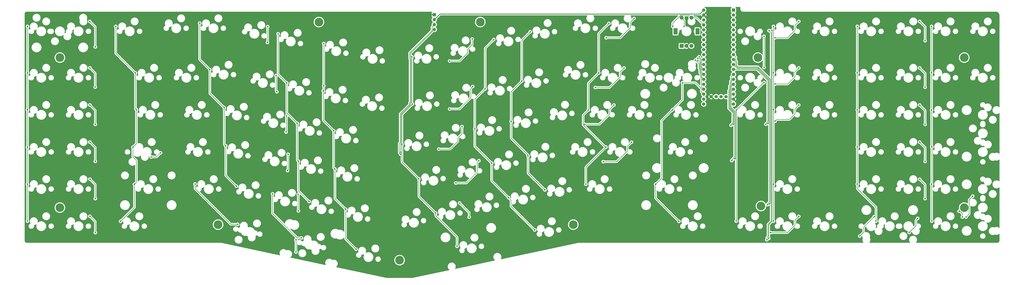
<source format=gtl>
G04 #@! TF.GenerationSoftware,KiCad,Pcbnew,(6.0.1-0)*
G04 #@! TF.CreationDate,2022-07-20T07:32:25-07:00*
G04 #@! TF.ProjectId,adelheid-xt,6164656c-6865-4696-942d-78742e6b6963,rev?*
G04 #@! TF.SameCoordinates,Original*
G04 #@! TF.FileFunction,Copper,L1,Top*
G04 #@! TF.FilePolarity,Positive*
%FSLAX46Y46*%
G04 Gerber Fmt 4.6, Leading zero omitted, Abs format (unit mm)*
G04 Created by KiCad (PCBNEW (6.0.1-0)) date 2022-07-20 07:32:25*
%MOMM*%
%LPD*%
G01*
G04 APERTURE LIST*
G04 #@! TA.AperFunction,ComponentPad*
%ADD10C,4.400000*%
G04 #@! TD*
G04 #@! TA.AperFunction,ComponentPad*
%ADD11R,1.700000X1.700000*%
G04 #@! TD*
G04 #@! TA.AperFunction,ComponentPad*
%ADD12O,1.700000X1.700000*%
G04 #@! TD*
G04 #@! TA.AperFunction,WasherPad*
%ADD13R,2.000000X3.200000*%
G04 #@! TD*
G04 #@! TA.AperFunction,ComponentPad*
%ADD14R,2.000000X2.000000*%
G04 #@! TD*
G04 #@! TA.AperFunction,ComponentPad*
%ADD15C,2.000000*%
G04 #@! TD*
G04 #@! TA.AperFunction,ComponentPad*
%ADD16C,1.700000*%
G04 #@! TD*
G04 #@! TA.AperFunction,ViaPad*
%ADD17C,0.800000*%
G04 #@! TD*
G04 #@! TA.AperFunction,Conductor*
%ADD18C,0.250000*%
G04 #@! TD*
G04 #@! TA.AperFunction,Conductor*
%ADD19C,0.381000*%
G04 #@! TD*
G04 APERTURE END LIST*
D10*
X481806250Y-328612500D03*
X19050000Y-251618750D03*
X234156250Y-233362500D03*
X281781250Y-337343750D03*
D11*
X210635750Y-229552500D03*
D12*
X210635750Y-232092500D03*
X210635750Y-234632500D03*
X210635750Y-237172500D03*
D10*
X481806250Y-251618750D03*
X377825000Y-327818750D03*
X100012500Y-337343750D03*
D13*
X334125000Y-238125000D03*
X345325000Y-238125000D03*
D14*
X337225000Y-245625000D03*
D15*
X342225000Y-245625000D03*
X339725000Y-245625000D03*
X342225000Y-231125000D03*
X337225000Y-231125000D03*
D10*
X19050000Y-328612500D03*
X151606250Y-233362500D03*
X192881250Y-355600000D03*
X376237500Y-251618750D03*
D11*
X363759750Y-227203000D03*
D16*
X363759750Y-229743000D03*
X363759750Y-232283000D03*
X363759750Y-234823000D03*
X363759750Y-237363000D03*
X363759750Y-239903000D03*
X363759750Y-242443000D03*
X363759750Y-244983000D03*
X363759750Y-247523000D03*
X363759750Y-250063000D03*
X363759750Y-252603000D03*
X363759750Y-255143000D03*
X363759750Y-257683000D03*
X363759750Y-260223000D03*
X363759750Y-262763000D03*
X363759750Y-265303000D03*
X363759750Y-267843000D03*
X363759750Y-270383000D03*
X363759750Y-272923000D03*
X363759750Y-275463000D03*
X348519750Y-275463000D03*
X348519750Y-272923000D03*
X348519750Y-270383000D03*
X348519750Y-267843000D03*
X348519750Y-265303000D03*
X348519750Y-262763000D03*
X348519750Y-260223000D03*
X348519750Y-257683000D03*
X348519750Y-255143000D03*
X348519750Y-252603000D03*
X348519750Y-250063000D03*
X348519750Y-247523000D03*
X348519750Y-244983000D03*
X348519750Y-242443000D03*
X348519750Y-239903000D03*
X348519750Y-237363000D03*
X348519750Y-234823000D03*
X348519750Y-232283000D03*
X348519750Y-229743000D03*
X348519750Y-227203000D03*
X352327750Y-271652000D03*
X354867750Y-271652000D03*
X357407750Y-271652000D03*
X359947750Y-271652000D03*
D17*
X410500000Y-272000000D03*
X381353550Y-285428200D03*
X364432250Y-303474540D03*
X382192888Y-326653540D03*
X381793750Y-344400000D03*
X383482250Y-237617000D03*
X37172900Y-246151400D03*
X34328100Y-233045000D03*
X34378900Y-256870200D03*
X37122100Y-266776200D03*
X34378900Y-275920200D03*
X37172900Y-285877000D03*
X380317741Y-285805872D03*
X34378900Y-294970200D03*
X37172900Y-304876200D03*
X362870750Y-304474020D03*
X37172900Y-324027800D03*
X34429700Y-314020200D03*
X381224308Y-327098439D03*
X34429700Y-333070200D03*
X37172900Y-341439500D03*
X381916451Y-237748299D03*
X380794248Y-345124500D03*
X125380750Y-235712000D03*
X125253750Y-243840000D03*
X130079750Y-269113000D03*
X129698750Y-260858000D03*
X134778750Y-289814000D03*
X135032750Y-281559000D03*
X135540750Y-309626000D03*
X135794750Y-301244000D03*
X141001750Y-321818000D03*
X141128750Y-330327000D03*
X139858750Y-345059000D03*
X139858750Y-351409000D03*
X230028750Y-242062000D03*
X218471750Y-253365000D03*
X218471750Y-278003000D03*
X230282750Y-266446000D03*
X212883750Y-298577000D03*
X224821750Y-287020000D03*
X233457750Y-304546000D03*
X221646750Y-315976000D03*
X223551750Y-326263000D03*
X228504750Y-333502000D03*
X312832750Y-231521000D03*
X298608750Y-241427000D03*
X293020750Y-266954000D03*
X307752750Y-256921000D03*
X287559750Y-285877000D03*
X302545750Y-275971000D03*
X297084750Y-305054000D03*
X311562750Y-295021000D03*
X385095750Y-241427000D03*
X397160750Y-233045000D03*
X397160750Y-256921000D03*
X385095750Y-265176000D03*
X397160750Y-275971000D03*
X385095750Y-284226000D03*
X382733550Y-341452200D03*
X397160750Y-333121000D03*
X190500000Y-346868750D03*
X42000000Y-230000000D03*
X184943750Y-329406250D03*
X127000000Y-349500000D03*
X192881250Y-262731250D03*
X5000000Y-343500000D03*
X453421750Y-305181000D03*
X453167750Y-267335000D03*
X324500000Y-248000000D03*
X192690750Y-251206000D03*
X66833750Y-238252000D03*
X79914750Y-317627000D03*
X185737500Y-233362500D03*
X356012750Y-259207000D03*
X453294750Y-324231000D03*
X422941750Y-238760000D03*
X41433750Y-239268000D03*
X324500000Y-231500000D03*
X192881250Y-358775000D03*
X368712750Y-271907000D03*
X185737500Y-307975000D03*
X453294750Y-243459000D03*
X184816750Y-288163000D03*
X192436750Y-275209000D03*
X355250750Y-278892000D03*
X482377750Y-344932000D03*
X193363250Y-301227503D03*
X362489750Y-286323060D03*
X193363250Y-300228000D03*
X363533210Y-285873540D03*
X427114500Y-235566750D03*
X427096250Y-259397500D03*
X427096250Y-297497500D03*
X427096250Y-316547500D03*
X427096250Y-278447500D03*
X436657750Y-335534000D03*
X465105750Y-259334000D03*
X465105750Y-278511000D03*
X465105750Y-235585000D03*
X465232750Y-335534000D03*
X465232750Y-297434000D03*
X465105750Y-316611000D03*
X2476500Y-297561000D03*
X2476500Y-316611000D03*
X2476500Y-235585000D03*
X2476500Y-259461000D03*
X2476500Y-335534000D03*
X2476500Y-278384000D03*
X47656750Y-235585000D03*
X110002835Y-337174085D03*
X58197750Y-278384000D03*
X57181750Y-316611000D03*
X88199125Y-316513375D03*
X57689750Y-259461000D03*
X50069750Y-335661000D03*
X70554021Y-300482000D03*
X56419750Y-297561000D03*
X65788375Y-302611625D03*
X95789750Y-257810000D03*
X103155750Y-277368000D03*
X142652750Y-344170000D03*
X90582750Y-233934000D03*
X127881370Y-321530751D03*
X103917750Y-296926000D03*
X109378750Y-317627000D03*
X159162750Y-289179000D03*
X154082750Y-266065000D03*
X130714750Y-239395000D03*
X141128750Y-304800000D03*
X346171219Y-251206000D03*
X154082750Y-244348000D03*
X165258750Y-329438000D03*
X159797750Y-308864000D03*
X140493750Y-285369000D03*
X135159750Y-264668000D03*
X170592750Y-350012000D03*
X146589750Y-325501000D03*
X153828750Y-268605000D03*
X199167750Y-251206000D03*
X199421750Y-275463000D03*
X222281750Y-348488000D03*
X345421523Y-251980400D03*
X194087750Y-296164000D03*
X202723750Y-313817000D03*
X211359750Y-331470000D03*
X231384279Y-288192959D03*
X236684144Y-267640394D03*
X240020279Y-305807859D03*
X241097394Y-242335644D03*
X248630879Y-323473559D03*
X345471750Y-253111000D03*
X262032750Y-340106000D03*
X344197451Y-252879439D03*
X258603750Y-302006000D03*
X249967750Y-284353000D03*
X259746750Y-238379000D03*
X255428750Y-263652000D03*
X267239750Y-319532000D03*
X300005750Y-234061000D03*
X288194750Y-316611000D03*
X332640000Y-235585000D03*
X298481750Y-297561000D03*
X289464750Y-278511000D03*
X294798750Y-259461000D03*
X379380750Y-256667000D03*
X379380750Y-240665000D03*
X365156750Y-335534000D03*
X323881750Y-316611000D03*
X332390750Y-278511000D03*
X379380750Y-264414000D03*
X337597750Y-264541000D03*
X335819750Y-335661000D03*
X365156750Y-278511000D03*
X384206750Y-235585000D03*
X384206750Y-259334000D03*
X384206750Y-278384000D03*
X384206750Y-316611000D03*
X384206750Y-335534000D03*
X435768750Y-333248000D03*
X428339250Y-343217500D03*
X459009750Y-233045000D03*
X461803750Y-242951000D03*
X461803750Y-266827000D03*
X459009750Y-256921000D03*
X459009750Y-275971000D03*
X461803750Y-285877000D03*
X461803750Y-304927000D03*
X459009750Y-295021000D03*
X459009750Y-314071000D03*
X461803750Y-323977000D03*
X480856250Y-333462500D03*
X453675750Y-341376000D03*
X479202750Y-330458479D03*
X457993750Y-334137000D03*
X486187750Y-322707000D03*
X482756250Y-333462500D03*
X338486750Y-235712000D03*
D18*
X381353550Y-285428200D02*
X381684159Y-285097591D01*
X381684159Y-263033691D02*
X381684159Y-264558409D01*
X375883948Y-257233480D02*
X381684159Y-263033691D01*
X363759750Y-255143000D02*
X365850230Y-257233480D01*
X381684159Y-285097591D02*
X381684159Y-264558409D01*
X365850230Y-257233480D02*
X375883948Y-257233480D01*
X364432250Y-303474540D02*
X364704210Y-303474540D01*
X362585239Y-269017511D02*
X363759750Y-267843000D01*
X364704210Y-303474540D02*
X364707230Y-303471520D01*
X364707230Y-303471520D02*
X364707230Y-279273000D01*
X362585239Y-277151009D02*
X362585239Y-269017511D01*
X364707230Y-279273000D02*
X362585239Y-277151009D01*
X365383781Y-253539019D02*
X365383781Y-255495595D01*
X363759750Y-250063000D02*
X364934261Y-251237511D01*
X366222626Y-256334440D02*
X376256343Y-256334440D01*
X382583199Y-326263229D02*
X382583199Y-264187449D01*
X364934261Y-251237511D02*
X364934261Y-253089499D01*
X382583199Y-262661297D02*
X382583199Y-264187449D01*
X382192888Y-326653540D02*
X382583199Y-326263229D01*
X364934261Y-253089499D02*
X365383781Y-253539019D01*
X376256343Y-256334440D02*
X382583199Y-262661297D01*
X365383781Y-255495595D02*
X366222626Y-256334440D01*
X383482239Y-256450489D02*
X383482239Y-237617011D01*
X381793750Y-344400000D02*
X381793750Y-337349489D01*
X383482239Y-335661000D02*
X383482239Y-256450489D01*
X381793750Y-337349489D02*
X383482239Y-335661000D01*
X383482239Y-237617011D02*
X383482250Y-237617000D01*
X34328100Y-233045000D02*
X37172900Y-235889800D01*
X37172900Y-235889800D02*
X37172900Y-246151400D01*
X37122100Y-259613400D02*
X37122100Y-266776200D01*
X34378900Y-256870200D02*
X37122100Y-259613400D01*
X37172900Y-278714200D02*
X37172900Y-285877000D01*
X34378900Y-275920200D02*
X37172900Y-278714200D01*
X363759750Y-257683000D02*
X375697750Y-257683000D01*
X381099025Y-284658111D02*
X381107639Y-284658111D01*
X375697750Y-257683000D02*
X381234639Y-263219889D01*
X380317741Y-285805872D02*
X380317741Y-285439395D01*
X381107639Y-284658111D02*
X381234639Y-284531111D01*
X381234639Y-284531111D02*
X381234639Y-263219889D01*
X380317741Y-285439395D02*
X381099025Y-284658111D01*
X34378900Y-294970200D02*
X37172900Y-297764200D01*
X37172900Y-297764200D02*
X37172900Y-304876200D01*
X362870750Y-304011426D02*
X364257710Y-302624466D01*
X364257710Y-279459198D02*
X362135719Y-277337206D01*
X362135719Y-277337206D02*
X362135719Y-268831313D01*
X362135719Y-268831313D02*
X362585239Y-268381793D01*
X362585239Y-266477511D02*
X363759750Y-265303000D01*
X364257710Y-302624466D02*
X364257710Y-279459198D01*
X362870750Y-304474020D02*
X362870750Y-304011426D01*
X362585239Y-268381793D02*
X362585239Y-266477511D01*
X37172900Y-316763400D02*
X37172900Y-324027800D01*
X34429700Y-314020200D02*
X37172900Y-316763400D01*
X366036428Y-256783960D02*
X376070145Y-256783960D01*
X364934261Y-253777511D02*
X364934261Y-255681793D01*
X382133679Y-262847494D02*
X382133679Y-263820071D01*
X381224308Y-327098439D02*
X381224308Y-326597506D01*
X376070145Y-256783960D02*
X382133679Y-262847494D01*
X363759750Y-252603000D02*
X364934261Y-253777511D01*
X382133679Y-325688135D02*
X382133679Y-263820071D01*
X381224308Y-326597506D02*
X382133679Y-325688135D01*
X364934261Y-255681793D02*
X366036428Y-256783960D01*
X37172900Y-341439500D02*
X37172900Y-335813400D01*
X37172900Y-335813400D02*
X34429700Y-333070200D01*
X381344230Y-343408000D02*
X381344230Y-337163292D01*
X381344230Y-337163292D02*
X383032719Y-335474803D01*
X380794248Y-343957982D02*
X381344230Y-343408000D01*
X383032719Y-238864567D02*
X381916451Y-237748299D01*
X380794248Y-345124500D02*
X380794248Y-343957982D01*
X383032719Y-335474803D02*
X383032719Y-238864567D01*
X125380750Y-243713000D02*
X125253750Y-243840000D01*
X125380750Y-235712000D02*
X125380750Y-243713000D01*
X129698750Y-260858000D02*
X129698750Y-268732000D01*
X129698750Y-268732000D02*
X130079750Y-269113000D01*
X135032750Y-281559000D02*
X135032750Y-289560000D01*
X135032750Y-289560000D02*
X134778750Y-289814000D01*
X135794750Y-301244000D02*
X135794750Y-309372000D01*
X135794750Y-309372000D02*
X135540750Y-309626000D01*
X141001750Y-321818000D02*
X141001750Y-330200000D01*
X141001750Y-330200000D02*
X141128750Y-330327000D01*
X139858750Y-345059000D02*
X139858750Y-351409000D01*
X227660071Y-247303967D02*
X227660071Y-249266033D01*
X230028750Y-244935288D02*
X227660071Y-247303967D01*
X227660071Y-249266033D02*
X223561104Y-253365000D01*
X230028750Y-242062000D02*
X230028750Y-244935288D01*
X223561104Y-253365000D02*
X218471750Y-253365000D01*
X230282750Y-266446000D02*
X229315919Y-267412831D01*
X223510304Y-278003000D02*
X218471750Y-278003000D01*
X229315919Y-267412831D02*
X229315919Y-272197385D01*
X229315919Y-272197385D02*
X223510304Y-278003000D01*
X222662750Y-292861408D02*
X222662750Y-294640000D01*
X222662750Y-294640000D02*
X218725750Y-298577000D01*
X224821750Y-287020000D02*
X224821750Y-290702408D01*
X218725750Y-298577000D02*
X212883750Y-298577000D01*
X224821750Y-290702408D02*
X222662750Y-292861408D01*
X233457750Y-304546000D02*
X232567119Y-305436631D01*
X232567119Y-305436631D02*
X232567119Y-310424385D01*
X227015504Y-315976000D02*
X221646750Y-315976000D01*
X232567119Y-310424385D02*
X227015504Y-315976000D01*
X228504750Y-331216000D02*
X228504750Y-333502000D01*
X223551750Y-326263000D02*
X228504750Y-331216000D01*
X310859329Y-236288421D02*
X305720750Y-241427000D01*
X310859329Y-233494421D02*
X310859329Y-236288421D01*
X305720750Y-241427000D02*
X298608750Y-241427000D01*
X312832750Y-231521000D02*
X310859329Y-233494421D01*
X300281804Y-266954000D02*
X305779329Y-261456475D01*
X305779329Y-258894421D02*
X307752750Y-256921000D01*
X293020750Y-266954000D02*
X300281804Y-266954000D01*
X305779329Y-261456475D02*
X305779329Y-258894421D01*
X300432629Y-278084121D02*
X302545750Y-275971000D01*
X287559750Y-285877000D02*
X295062104Y-285877000D01*
X300432629Y-280506475D02*
X300432629Y-278084121D01*
X295062104Y-285877000D02*
X300432629Y-280506475D01*
X297084750Y-305054000D02*
X303964804Y-305054000D01*
X309462329Y-297121421D02*
X311562750Y-295021000D01*
X303964804Y-305054000D02*
X309462329Y-299556475D01*
X309462329Y-299556475D02*
X309462329Y-297121421D01*
X395255750Y-234950000D02*
X397160750Y-233045000D01*
X391366204Y-241427000D02*
X395255750Y-237537454D01*
X395255750Y-237537454D02*
X395255750Y-234950000D01*
X385095750Y-241427000D02*
X391366204Y-241427000D01*
X391429704Y-265176000D02*
X391818727Y-264786977D01*
X385095750Y-265176000D02*
X391429704Y-265176000D01*
X395149229Y-261456475D02*
X395149229Y-258932521D01*
X391818727Y-264786977D02*
X395149229Y-261456475D01*
X395149229Y-258932521D02*
X397160750Y-256921000D01*
X392299783Y-283355921D02*
X385965829Y-283355921D01*
X395128750Y-278003000D02*
X397160750Y-275971000D01*
X385965829Y-283355921D02*
X385095750Y-284226000D01*
X392771227Y-282884477D02*
X395128750Y-280526954D01*
X392771227Y-282884477D02*
X392299783Y-283355921D01*
X395128750Y-280526954D02*
X395128750Y-278003000D01*
X395149229Y-337656475D02*
X395149229Y-335132521D01*
X382733550Y-341452200D02*
X391353504Y-341452200D01*
X391353504Y-341452200D02*
X395149229Y-337656475D01*
X395149229Y-335132521D02*
X397160750Y-333121000D01*
D19*
X210635750Y-232092500D02*
X213493250Y-229235000D01*
X213493250Y-229235000D02*
X346487750Y-229235000D01*
X346487750Y-229235000D02*
X348519750Y-227203000D01*
D18*
X198268710Y-252466678D02*
X198268710Y-274320000D01*
X193188710Y-295088802D02*
X192638739Y-295638774D01*
X362585239Y-261397511D02*
X363759750Y-260223000D01*
X361236679Y-268458917D02*
X361686199Y-268009397D01*
X363358670Y-285023466D02*
X363358670Y-279831593D01*
X362135719Y-263751313D02*
X362585239Y-263301793D01*
X209454750Y-235813500D02*
X209454750Y-237717782D01*
X197993719Y-249178814D02*
X197993719Y-252191687D01*
X198268710Y-274320000D02*
X197955871Y-274632839D01*
X210635750Y-234632500D02*
X209454750Y-235813500D01*
X363358670Y-279831593D02*
X361236680Y-277709603D01*
X192638739Y-295638774D02*
X192638739Y-300553320D01*
X361686199Y-268009397D02*
X361686199Y-266105115D01*
X197955871Y-274632839D02*
X197955871Y-275657443D01*
X192638739Y-300553320D02*
X193312922Y-301227503D01*
X197993719Y-252191687D02*
X198268710Y-252466678D01*
X362585239Y-263301793D02*
X362585239Y-261397511D01*
X361686199Y-266105115D02*
X362135719Y-265655595D01*
X209454750Y-237717782D02*
X197993719Y-249178814D01*
X362489750Y-286323060D02*
X362489750Y-285892386D01*
X362135719Y-265655595D02*
X362135719Y-263751313D01*
X193312922Y-301227503D02*
X193363250Y-301227503D01*
X362489750Y-285892386D02*
X363358670Y-285023466D01*
X197955871Y-275657443D02*
X193188710Y-280424606D01*
X193188710Y-280424606D02*
X193188710Y-295088802D01*
X361236680Y-277709603D02*
X361236679Y-268458917D01*
X198405391Y-274886839D02*
X198405391Y-275843641D01*
X362585239Y-265841793D02*
X362585239Y-263937511D01*
X198443239Y-249365011D02*
X198443239Y-252005489D01*
X210635750Y-237172500D02*
X198443239Y-249365011D01*
X363808190Y-285598560D02*
X363808190Y-279645396D01*
X198405391Y-275843641D02*
X193638230Y-280610803D01*
X361686199Y-268645115D02*
X362135719Y-268195595D01*
X361686199Y-277523403D02*
X361686199Y-268645115D01*
X363533210Y-285873540D02*
X363808190Y-285598560D01*
X198718230Y-274574000D02*
X198405391Y-274886839D01*
X362585239Y-263937511D02*
X363759750Y-262763000D01*
X198443239Y-252005489D02*
X198718230Y-252280480D01*
X193363239Y-295549991D02*
X193363239Y-296905009D01*
X193638230Y-295275000D02*
X193363239Y-295549991D01*
X198718230Y-252280480D02*
X198718230Y-274574000D01*
X193363239Y-300227989D02*
X193363250Y-300228000D01*
X363808190Y-279645396D02*
X361686199Y-277523403D01*
X193363239Y-296905009D02*
X193363239Y-300227989D01*
X193638230Y-293370000D02*
X193638230Y-295275000D01*
X362135719Y-268195595D02*
X362135719Y-266291313D01*
X193638230Y-280610803D02*
X193638230Y-293370000D01*
X362135719Y-266291313D02*
X362585239Y-265841793D01*
X427114500Y-235566750D02*
X427096250Y-235585000D01*
X427096250Y-297497500D02*
X427096250Y-316547500D01*
X427096250Y-278447500D02*
X427096250Y-297497500D01*
X427096250Y-316547500D02*
X427096250Y-318849591D01*
X427096250Y-235585000D02*
X427096250Y-259397500D01*
X436657750Y-328411091D02*
X436657750Y-335534000D01*
X427096250Y-318849591D02*
X436657750Y-328411091D01*
X427096250Y-259397500D02*
X427096250Y-278447500D01*
X465232750Y-316484000D02*
X465105750Y-316611000D01*
X465105750Y-335407000D02*
X465232750Y-335534000D01*
X465105750Y-278511000D02*
X465105750Y-297307000D01*
X465232750Y-297434000D02*
X465232750Y-316484000D01*
X465105750Y-259334000D02*
X465105750Y-278511000D01*
X465105750Y-235585000D02*
X465105750Y-259334000D01*
X465105750Y-316611000D02*
X465105750Y-335407000D01*
X465105750Y-297307000D02*
X465232750Y-297434000D01*
X2476500Y-316611000D02*
X2476500Y-335534000D01*
X2476500Y-278384000D02*
X2476500Y-297561000D01*
X2476500Y-297561000D02*
X2476500Y-316611000D01*
X2476500Y-235585000D02*
X2476500Y-259461000D01*
X2476500Y-259461000D02*
X2476500Y-278384000D01*
X56369079Y-297611671D02*
X56369079Y-302590329D01*
X56419750Y-297561000D02*
X56369079Y-297611671D01*
X57181750Y-316611000D02*
X57181750Y-328549000D01*
X58197750Y-278384000D02*
X58197750Y-295783000D01*
X58197750Y-295783000D02*
X56419750Y-297561000D01*
X106489494Y-337174085D02*
X110002835Y-337174085D01*
X88199125Y-318883716D02*
X106489494Y-337174085D01*
X57181750Y-328549000D02*
X50069750Y-335661000D01*
X47656750Y-249428000D02*
X57689750Y-259461000D01*
X57689750Y-277876000D02*
X58197750Y-278384000D01*
X68424396Y-302611625D02*
X65788375Y-302611625D01*
X70554021Y-300482000D02*
X68424396Y-302611625D01*
X47656750Y-235585000D02*
X47656750Y-249428000D01*
X57689750Y-259461000D02*
X57689750Y-277876000D01*
X58197750Y-304419000D02*
X58197750Y-315595000D01*
X58197750Y-315595000D02*
X57181750Y-316611000D01*
X88199125Y-316513375D02*
X88199125Y-318883716D01*
X56369079Y-302590329D02*
X58197750Y-304419000D01*
X140473179Y-344170000D02*
X142652750Y-344170000D01*
X95789750Y-257810000D02*
X95789750Y-270002000D01*
X103155750Y-277368000D02*
X103155750Y-296164000D01*
X90582750Y-252603000D02*
X95789750Y-257810000D01*
X103917750Y-296926000D02*
X103917750Y-312166000D01*
X90582750Y-233934000D02*
X90582750Y-252603000D01*
X127881370Y-331578191D02*
X140473179Y-344170000D01*
X103917750Y-312166000D02*
X109378750Y-317627000D01*
X95789750Y-270002000D02*
X103155750Y-277368000D01*
X127881370Y-321530751D02*
X127881370Y-331578191D01*
X103155750Y-296164000D02*
X103917750Y-296926000D01*
X153828750Y-268605000D02*
X153828750Y-283845000D01*
X165258750Y-344678000D02*
X170592750Y-350012000D01*
X154082750Y-268351000D02*
X153828750Y-268605000D01*
X140493750Y-304165000D02*
X141128750Y-304800000D01*
X153828750Y-283845000D02*
X159162750Y-289179000D01*
X154082750Y-244348000D02*
X154082750Y-266065000D01*
X159797750Y-308864000D02*
X159797750Y-323977000D01*
X154082750Y-266065000D02*
X154082750Y-268351000D01*
X130714750Y-239395000D02*
X130714750Y-260223000D01*
X159162750Y-289179000D02*
X159162750Y-308229000D01*
X141128750Y-320040000D02*
X146589750Y-325501000D01*
X140493750Y-285369000D02*
X140493750Y-304165000D01*
X130714750Y-260223000D02*
X135159750Y-264668000D01*
X135159750Y-280035000D02*
X140493750Y-285369000D01*
X159162750Y-308229000D02*
X159797750Y-308864000D01*
X346171219Y-251206000D02*
X347345239Y-252380020D01*
X141128750Y-304800000D02*
X141128750Y-320040000D01*
X347345239Y-256508489D02*
X348519750Y-257683000D01*
X135159750Y-264668000D02*
X135159750Y-280035000D01*
X165258750Y-329438000D02*
X165258750Y-344678000D01*
X347345239Y-252380020D02*
X347345239Y-256508489D01*
X159797750Y-323977000D02*
X165258750Y-329438000D01*
X199167750Y-275209000D02*
X199421750Y-275463000D01*
X222281750Y-343669172D02*
X222281750Y-348488000D01*
X194087750Y-296164000D02*
X194087750Y-305181000D01*
X199167750Y-251206000D02*
X199167750Y-255397000D01*
X211359750Y-332747172D02*
X222281750Y-343669172D01*
X194087750Y-280797000D02*
X194087750Y-296164000D01*
X347345239Y-259048489D02*
X348519750Y-260223000D01*
X199421750Y-275463000D02*
X194087750Y-280797000D01*
X194087750Y-305181000D02*
X202723750Y-313817000D01*
X347345239Y-257144207D02*
X347345239Y-259048489D01*
X199167750Y-255397000D02*
X199167750Y-255905000D01*
X346895719Y-256694687D02*
X347345239Y-257144207D01*
X199167750Y-255905000D02*
X199167750Y-275209000D01*
X211359750Y-331470000D02*
X211359750Y-332747172D01*
X346309901Y-251980400D02*
X346895719Y-252566218D01*
X346895719Y-252566218D02*
X346895719Y-256694687D01*
X202723750Y-313817000D02*
X202723750Y-322834000D01*
X345421523Y-251980400D02*
X346309901Y-251980400D01*
X202723750Y-322834000D02*
X211359750Y-331470000D01*
X347345239Y-259684207D02*
X347345239Y-261588489D01*
X346895719Y-257330405D02*
X346895719Y-259234687D01*
X249870639Y-327943889D02*
X249870639Y-324713319D01*
X236684144Y-246748894D02*
X241097394Y-242335644D01*
X262032750Y-340106000D02*
X249870639Y-327943889D01*
X346895719Y-259234687D02*
X347345239Y-259684207D01*
X346446199Y-253831449D02*
X346446199Y-256880885D01*
X240020279Y-314862959D02*
X240020279Y-305807859D01*
X248630879Y-323473559D02*
X240020279Y-314862959D01*
X231384279Y-297171859D02*
X231384279Y-288192959D01*
X249870639Y-324713319D02*
X248630879Y-323473559D01*
X346446199Y-256880885D02*
X346895719Y-257330405D01*
X236684144Y-267640394D02*
X236684144Y-246748894D01*
X240020279Y-305807859D02*
X231384279Y-297171859D01*
X347345239Y-261588489D02*
X348519750Y-262763000D01*
X345471750Y-253111000D02*
X345725750Y-253111000D01*
X231384279Y-288192959D02*
X231384279Y-272940259D01*
X345725750Y-253111000D02*
X346446199Y-253831449D01*
X231384279Y-272940259D02*
X236684144Y-267640394D01*
X347345239Y-262224206D02*
X347345239Y-266668489D01*
X259746750Y-238379000D02*
X255428750Y-242697000D01*
X258603750Y-310896000D02*
X267239750Y-319532000D01*
X258603750Y-301625000D02*
X258603750Y-310896000D01*
X255428750Y-242697000D02*
X255428750Y-263652000D01*
X344197451Y-252879439D02*
X345996679Y-254678667D01*
X255428750Y-263652000D02*
X249967750Y-269113000D01*
X346446199Y-259420885D02*
X346895719Y-259870405D01*
X346446199Y-257516602D02*
X346446199Y-259420885D01*
X346895719Y-259870405D02*
X346895719Y-261774686D01*
X347345239Y-266668489D02*
X348519750Y-267843000D01*
X345996679Y-257067082D02*
X346446199Y-257516602D01*
X345996679Y-254678667D02*
X345996679Y-257067082D01*
X249967750Y-292989000D02*
X258603750Y-301625000D01*
X249967750Y-284353000D02*
X249967750Y-292989000D01*
X249967750Y-269113000D02*
X249967750Y-284353000D01*
X346895719Y-261774686D02*
X347345239Y-262224206D01*
X340900489Y-229800489D02*
X342225000Y-231125000D01*
X289464750Y-278511000D02*
X286835239Y-281140511D01*
X344821750Y-231125000D02*
X348519750Y-234823000D01*
X336676368Y-229800489D02*
X340900489Y-229800489D01*
X286835239Y-281140511D02*
X286835239Y-286177103D01*
X298219136Y-297561000D02*
X298481750Y-297561000D01*
X289464750Y-264795000D02*
X289464750Y-278511000D01*
X294798750Y-259461000D02*
X289464750Y-264795000D01*
X342225000Y-231125000D02*
X344821750Y-231125000D01*
X332640000Y-233836857D02*
X336676368Y-229800489D01*
X298481750Y-297561000D02*
X288194750Y-307848000D01*
X332640000Y-235585000D02*
X332640000Y-233836857D01*
X300005750Y-234061000D02*
X294798750Y-239268000D01*
X286835239Y-286177103D02*
X298219136Y-297561000D01*
X288194750Y-307848000D02*
X288194750Y-316611000D01*
X294798750Y-239268000D02*
X294798750Y-259461000D01*
X379380750Y-244856000D02*
X379380750Y-256667000D01*
X326980421Y-283921329D02*
X326980421Y-313512329D01*
X347249750Y-267462000D02*
X347249750Y-269113000D01*
X347249750Y-269113000D02*
X348519750Y-270383000D01*
X379380750Y-264414000D02*
X379253750Y-264414000D01*
X365156750Y-278511000D02*
X365156750Y-335534000D01*
X323881750Y-323723000D02*
X335819750Y-335661000D01*
X337597750Y-264541000D02*
X344328750Y-264541000D01*
X323881750Y-316611000D02*
X323881750Y-323723000D01*
X344328750Y-264541000D02*
X347249750Y-267462000D01*
X337597750Y-273304000D02*
X332390750Y-278511000D01*
X332390750Y-278511000D02*
X326980421Y-283921329D01*
X379253750Y-264414000D02*
X365156750Y-278511000D01*
X326980421Y-313512329D02*
X323881750Y-316611000D01*
X379380750Y-244856000D02*
X379380750Y-240665000D01*
X337597750Y-264541000D02*
X337597750Y-273304000D01*
X384206750Y-278384000D02*
X384206750Y-316611000D01*
X384206750Y-316611000D02*
X384206750Y-335534000D01*
X384206750Y-235585000D02*
X384206750Y-259334000D01*
X384206750Y-259334000D02*
X384206750Y-278384000D01*
X430350771Y-341205979D02*
X428339250Y-343217500D01*
X435768750Y-333248000D02*
X435721296Y-333248000D01*
X430350771Y-338618525D02*
X430350771Y-341205979D01*
X435721296Y-333248000D02*
X430350771Y-338618525D01*
X459009750Y-233045000D02*
X461803750Y-235839000D01*
X461803750Y-235839000D02*
X461803750Y-242951000D01*
X459009750Y-256921000D02*
X461803750Y-259715000D01*
X461803750Y-259715000D02*
X461803750Y-266827000D01*
X459009750Y-275971000D02*
X461803750Y-278765000D01*
X461803750Y-278765000D02*
X461803750Y-285877000D01*
X459009750Y-295021000D02*
X461803750Y-297815000D01*
X461803750Y-297815000D02*
X461803750Y-304927000D01*
X461803750Y-316865000D02*
X461803750Y-323977000D01*
X459009750Y-314071000D02*
X461803750Y-316865000D01*
X479588229Y-330458479D02*
X479202750Y-330458479D01*
X457993750Y-334137000D02*
X457061729Y-335069021D01*
X480856250Y-333462500D02*
X480856250Y-331726500D01*
X457061729Y-337990021D02*
X453675750Y-341376000D01*
X457061729Y-335069021D02*
X457061729Y-337990021D01*
X480856250Y-331726500D02*
X479588229Y-330458479D01*
X484330761Y-331887989D02*
X484330761Y-324563989D01*
X486187750Y-322707000D02*
X484536750Y-324358000D01*
X484330761Y-324563989D02*
X484536750Y-324358000D01*
X482756250Y-333462500D02*
X484330761Y-331887989D01*
X338486750Y-235712000D02*
X338486750Y-232386750D01*
X338486750Y-232386750D02*
X337225000Y-231125000D01*
G04 #@! TA.AperFunction,Conductor*
G36*
X362738027Y-225659252D02*
G01*
X362784520Y-225712908D01*
X362794624Y-225783182D01*
X362765130Y-225847762D01*
X362714135Y-225883232D01*
X362671455Y-225899232D01*
X362671454Y-225899233D01*
X362663045Y-225902385D01*
X362546489Y-225989739D01*
X362459135Y-226106295D01*
X362408005Y-226242684D01*
X362401250Y-226304866D01*
X362401250Y-228101134D01*
X362408005Y-228163316D01*
X362459135Y-228299705D01*
X362546489Y-228416261D01*
X362663045Y-228503615D01*
X362671454Y-228506767D01*
X362671455Y-228506768D01*
X362780201Y-228547535D01*
X362836966Y-228590176D01*
X362861666Y-228656738D01*
X362846459Y-228726087D01*
X362827066Y-228752568D01*
X362700379Y-228885138D01*
X362574493Y-229069680D01*
X362480438Y-229272305D01*
X362420739Y-229487570D01*
X362397001Y-229709695D01*
X362397298Y-229714848D01*
X362397298Y-229714851D01*
X362406961Y-229882441D01*
X362409860Y-229932715D01*
X362410997Y-229937761D01*
X362410998Y-229937767D01*
X362430869Y-230025939D01*
X362458972Y-230150639D01*
X362543016Y-230357616D01*
X362545715Y-230362020D01*
X362648245Y-230529334D01*
X362659737Y-230548088D01*
X362806000Y-230716938D01*
X362977876Y-230859632D01*
X363026917Y-230888289D01*
X363051195Y-230902476D01*
X363099919Y-230954114D01*
X363112990Y-231023897D01*
X363086259Y-231089669D01*
X363045805Y-231123027D01*
X363033357Y-231129507D01*
X363029224Y-231132610D01*
X363029221Y-231132612D01*
X362858850Y-231260530D01*
X362854715Y-231263635D01*
X362851143Y-231267373D01*
X362706073Y-231419180D01*
X362700379Y-231425138D01*
X362574493Y-231609680D01*
X362538204Y-231687859D01*
X362483606Y-231805481D01*
X362480438Y-231812305D01*
X362420739Y-232027570D01*
X362397001Y-232249695D01*
X362397298Y-232254848D01*
X362397298Y-232254851D01*
X362406983Y-232422824D01*
X362409860Y-232472715D01*
X362410997Y-232477761D01*
X362410998Y-232477767D01*
X362419113Y-232513774D01*
X362458972Y-232690639D01*
X362497211Y-232784811D01*
X362531707Y-232869764D01*
X362543016Y-232897616D01*
X362565017Y-232933518D01*
X362656957Y-233083551D01*
X362659737Y-233088088D01*
X362663117Y-233091990D01*
X362669578Y-233099449D01*
X362806000Y-233256938D01*
X362937137Y-233365810D01*
X362967967Y-233391405D01*
X362977876Y-233399632D01*
X363013204Y-233420276D01*
X363051195Y-233442476D01*
X363099919Y-233494114D01*
X363112990Y-233563897D01*
X363086259Y-233629669D01*
X363045805Y-233663027D01*
X363039224Y-233666453D01*
X363033357Y-233669507D01*
X363029224Y-233672610D01*
X363029221Y-233672612D01*
X362860575Y-233799235D01*
X362854715Y-233803635D01*
X362821108Y-233838803D01*
X362706073Y-233959180D01*
X362700379Y-233965138D01*
X362574493Y-234149680D01*
X362545348Y-234212468D01*
X362484873Y-234342751D01*
X362480438Y-234352305D01*
X362420739Y-234567570D01*
X362397001Y-234789695D01*
X362397298Y-234794848D01*
X362397298Y-234794851D01*
X362403715Y-234906134D01*
X362409860Y-235012715D01*
X362410997Y-235017761D01*
X362410998Y-235017767D01*
X362428475Y-235095315D01*
X362458972Y-235230639D01*
X362508019Y-235351427D01*
X362539312Y-235428493D01*
X362543016Y-235437616D01*
X362583528Y-235503725D01*
X362656557Y-235622898D01*
X362659737Y-235628088D01*
X362806000Y-235796938D01*
X362929658Y-235899601D01*
X362967967Y-235931405D01*
X362977876Y-235939632D01*
X363027394Y-235968568D01*
X363051195Y-235982476D01*
X363099919Y-236034114D01*
X363112990Y-236103897D01*
X363086259Y-236169669D01*
X363045805Y-236203027D01*
X363040027Y-236206035D01*
X363033357Y-236209507D01*
X363029224Y-236212610D01*
X363029221Y-236212612D01*
X362866154Y-236335046D01*
X362854715Y-236343635D01*
X362810547Y-236389854D01*
X362711501Y-236493500D01*
X362700379Y-236505138D01*
X362697465Y-236509410D01*
X362697464Y-236509411D01*
X362630082Y-236608190D01*
X362574493Y-236689680D01*
X362527466Y-236790992D01*
X362485211Y-236882023D01*
X362480438Y-236892305D01*
X362479055Y-236897294D01*
X362479054Y-236897295D01*
X362468537Y-236935217D01*
X362420739Y-237107570D01*
X362397001Y-237329695D01*
X362397298Y-237334848D01*
X362397298Y-237334851D01*
X362408487Y-237528901D01*
X362409860Y-237552715D01*
X362410997Y-237557761D01*
X362410998Y-237557767D01*
X362426028Y-237624456D01*
X362458972Y-237770639D01*
X362515993Y-237911066D01*
X362538934Y-237967562D01*
X362543016Y-237977616D01*
X362581842Y-238040975D01*
X362654789Y-238160013D01*
X362659737Y-238168088D01*
X362806000Y-238336938D01*
X362977876Y-238479632D01*
X363022774Y-238505868D01*
X363051195Y-238522476D01*
X363099919Y-238574114D01*
X363112990Y-238643897D01*
X363086259Y-238709669D01*
X363045805Y-238743027D01*
X363033357Y-238749507D01*
X363029224Y-238752610D01*
X363029221Y-238752612D01*
X362872876Y-238869999D01*
X362854715Y-238883635D01*
X362791073Y-238950232D01*
X362705385Y-239039900D01*
X362700379Y-239045138D01*
X362697465Y-239049410D01*
X362697464Y-239049411D01*
X362661888Y-239101564D01*
X362574493Y-239229680D01*
X362545583Y-239291961D01*
X362500802Y-239388435D01*
X362480438Y-239432305D01*
X362420739Y-239647570D01*
X362397001Y-239869695D01*
X362397298Y-239874848D01*
X362397298Y-239874851D01*
X362408967Y-240077221D01*
X362409860Y-240092715D01*
X362410997Y-240097761D01*
X362410998Y-240097767D01*
X362432025Y-240191069D01*
X362458972Y-240310639D01*
X362499096Y-240409453D01*
X362530125Y-240485868D01*
X362543016Y-240517616D01*
X362545715Y-240522020D01*
X362617868Y-240639763D01*
X362659737Y-240708088D01*
X362806000Y-240876938D01*
X362937041Y-240985730D01*
X362966577Y-241010251D01*
X362977876Y-241019632D01*
X363031383Y-241050899D01*
X363051195Y-241062476D01*
X363099919Y-241114114D01*
X363112990Y-241183897D01*
X363086259Y-241249669D01*
X363045805Y-241283027D01*
X363040563Y-241285756D01*
X363033357Y-241289507D01*
X363029224Y-241292610D01*
X363029221Y-241292612D01*
X362860575Y-241419235D01*
X362854715Y-241423635D01*
X362851143Y-241427373D01*
X362712234Y-241572733D01*
X362700379Y-241585138D01*
X362697465Y-241589410D01*
X362697464Y-241589411D01*
X362650381Y-241658432D01*
X362574493Y-241769680D01*
X362533878Y-241857177D01*
X362483911Y-241964824D01*
X362480438Y-241972305D01*
X362420739Y-242187570D01*
X362397001Y-242409695D01*
X362397298Y-242414848D01*
X362397298Y-242414851D01*
X362408778Y-242613958D01*
X362409860Y-242632715D01*
X362410997Y-242637761D01*
X362410998Y-242637767D01*
X362433142Y-242736023D01*
X362458972Y-242850639D01*
X362509139Y-242974187D01*
X362540596Y-243051655D01*
X362543016Y-243057616D01*
X362557172Y-243080717D01*
X362654110Y-243238905D01*
X362659737Y-243248088D01*
X362806000Y-243416938D01*
X362892851Y-243489043D01*
X362971330Y-243554197D01*
X362977876Y-243559632D01*
X363048345Y-243600811D01*
X363051195Y-243602476D01*
X363099919Y-243654114D01*
X363112990Y-243723897D01*
X363086259Y-243789669D01*
X363045805Y-243823027D01*
X363033357Y-243829507D01*
X363029224Y-243832610D01*
X363029221Y-243832612D01*
X362926170Y-243909985D01*
X362854715Y-243963635D01*
X362700379Y-244125138D01*
X362697465Y-244129410D01*
X362697464Y-244129411D01*
X362626818Y-244232974D01*
X362574493Y-244309680D01*
X362543270Y-244376944D01*
X362494011Y-244483065D01*
X362480438Y-244512305D01*
X362420739Y-244727570D01*
X362397001Y-244949695D01*
X362397298Y-244954848D01*
X362397298Y-244954851D01*
X362403254Y-245058144D01*
X362409860Y-245172715D01*
X362410997Y-245177761D01*
X362410998Y-245177767D01*
X362427026Y-245248885D01*
X362458972Y-245390639D01*
X362543016Y-245597616D01*
X362582216Y-245661584D01*
X362656451Y-245782725D01*
X362659737Y-245788088D01*
X362806000Y-245956938D01*
X362977876Y-246099632D01*
X363033974Y-246132413D01*
X363051195Y-246142476D01*
X363099919Y-246194114D01*
X363112990Y-246263897D01*
X363086259Y-246329669D01*
X363045805Y-246363027D01*
X363033357Y-246369507D01*
X363029224Y-246372610D01*
X363029221Y-246372612D01*
X362878096Y-246486080D01*
X362854715Y-246503635D01*
X362700379Y-246665138D01*
X362697465Y-246669410D01*
X362697464Y-246669411D01*
X362678552Y-246697135D01*
X362574493Y-246849680D01*
X362558753Y-246883590D01*
X362482836Y-247047140D01*
X362480438Y-247052305D01*
X362420739Y-247267570D01*
X362397001Y-247489695D01*
X362397298Y-247494848D01*
X362397298Y-247494851D01*
X362405025Y-247628853D01*
X362409860Y-247712715D01*
X362410997Y-247717761D01*
X362410998Y-247717767D01*
X362422466Y-247768653D01*
X362458972Y-247930639D01*
X362520423Y-248081976D01*
X362538934Y-248127562D01*
X362543016Y-248137616D01*
X362545715Y-248142020D01*
X362657000Y-248323621D01*
X362659737Y-248328088D01*
X362806000Y-248496938D01*
X362977876Y-248639632D01*
X363038679Y-248675162D01*
X363051195Y-248682476D01*
X363099919Y-248734114D01*
X363112990Y-248803897D01*
X363086259Y-248869669D01*
X363045805Y-248903027D01*
X363033357Y-248909507D01*
X363029224Y-248912610D01*
X363029221Y-248912612D01*
X362862305Y-249037936D01*
X362854715Y-249043635D01*
X362802013Y-249098784D01*
X362714839Y-249190007D01*
X362700379Y-249205138D01*
X362697465Y-249209410D01*
X362697464Y-249209411D01*
X362650541Y-249278198D01*
X362574493Y-249389680D01*
X362546300Y-249450417D01*
X362482995Y-249586797D01*
X362480438Y-249592305D01*
X362420739Y-249807570D01*
X362397001Y-250029695D01*
X362397298Y-250034848D01*
X362397298Y-250034851D01*
X362407385Y-250209798D01*
X362409860Y-250252715D01*
X362410997Y-250257761D01*
X362410998Y-250257767D01*
X362428770Y-250336623D01*
X362458972Y-250470639D01*
X362511093Y-250598999D01*
X362537918Y-250665060D01*
X362543016Y-250677616D01*
X362564300Y-250712348D01*
X362654175Y-250859011D01*
X362659737Y-250868088D01*
X362806000Y-251036938D01*
X362977876Y-251179632D01*
X363006222Y-251196196D01*
X363051195Y-251222476D01*
X363099919Y-251274114D01*
X363112990Y-251343897D01*
X363086259Y-251409669D01*
X363045805Y-251443027D01*
X363033357Y-251449507D01*
X363029224Y-251452610D01*
X363029221Y-251452612D01*
X362858850Y-251580530D01*
X362854715Y-251583635D01*
X362700379Y-251745138D01*
X362697465Y-251749410D01*
X362697464Y-251749411D01*
X362645322Y-251825849D01*
X362574493Y-251929680D01*
X362530090Y-252025339D01*
X362484313Y-252123958D01*
X362480438Y-252132305D01*
X362420739Y-252347570D01*
X362397001Y-252569695D01*
X362397298Y-252574848D01*
X362397298Y-252574851D01*
X362407624Y-252753930D01*
X362409860Y-252792715D01*
X362410997Y-252797761D01*
X362410998Y-252797767D01*
X362425925Y-252863999D01*
X362458972Y-253010639D01*
X362543016Y-253217616D01*
X362579469Y-253277102D01*
X362651404Y-253394489D01*
X362659737Y-253408088D01*
X362806000Y-253576938D01*
X362977876Y-253719632D01*
X362987153Y-253725053D01*
X363051195Y-253762476D01*
X363099919Y-253814114D01*
X363112990Y-253883897D01*
X363086259Y-253949669D01*
X363045805Y-253983027D01*
X363033357Y-253989507D01*
X363029224Y-253992610D01*
X363029221Y-253992612D01*
X362858850Y-254120530D01*
X362854715Y-254123635D01*
X362821108Y-254158803D01*
X362707192Y-254278009D01*
X362700379Y-254285138D01*
X362697465Y-254289410D01*
X362697464Y-254289411D01*
X362663297Y-254339498D01*
X362574493Y-254469680D01*
X362531919Y-254561399D01*
X362491802Y-254647824D01*
X362480438Y-254672305D01*
X362420739Y-254887570D01*
X362397001Y-255109695D01*
X362397298Y-255114848D01*
X362397298Y-255114851D01*
X362406249Y-255270094D01*
X362409860Y-255332715D01*
X362410997Y-255337761D01*
X362410998Y-255337767D01*
X362429719Y-255420836D01*
X362458972Y-255550639D01*
X362543016Y-255757616D01*
X362579469Y-255817102D01*
X362625417Y-255892082D01*
X362659737Y-255948088D01*
X362806000Y-256116938D01*
X362977876Y-256259632D01*
X363039161Y-256295444D01*
X363051195Y-256302476D01*
X363099919Y-256354114D01*
X363112990Y-256423897D01*
X363086259Y-256489669D01*
X363045805Y-256523027D01*
X363033357Y-256529507D01*
X363029224Y-256532610D01*
X363029221Y-256532612D01*
X362858977Y-256660435D01*
X362854715Y-256663635D01*
X362851143Y-256667373D01*
X362711200Y-256813815D01*
X362700379Y-256825138D01*
X362697465Y-256829410D01*
X362697464Y-256829411D01*
X362648288Y-256901500D01*
X362574493Y-257009680D01*
X362544141Y-257075068D01*
X362484873Y-257202751D01*
X362480438Y-257212305D01*
X362420739Y-257427570D01*
X362397001Y-257649695D01*
X362397298Y-257654848D01*
X362397298Y-257654851D01*
X362406567Y-257815605D01*
X362409860Y-257872715D01*
X362410997Y-257877761D01*
X362410998Y-257877767D01*
X362429719Y-257960836D01*
X362458972Y-258090639D01*
X362543016Y-258297616D01*
X362581285Y-258360066D01*
X362656957Y-258483551D01*
X362659737Y-258488088D01*
X362806000Y-258656938D01*
X362918771Y-258750562D01*
X362967967Y-258791405D01*
X362977876Y-258799632D01*
X363003133Y-258814391D01*
X363051195Y-258842476D01*
X363099919Y-258894114D01*
X363112990Y-258963897D01*
X363086259Y-259029669D01*
X363045805Y-259063027D01*
X363033357Y-259069507D01*
X363029224Y-259072610D01*
X363029221Y-259072612D01*
X362858850Y-259200530D01*
X362854715Y-259203635D01*
X362826241Y-259233431D01*
X362707130Y-259358074D01*
X362700379Y-259365138D01*
X362697465Y-259369410D01*
X362697464Y-259369411D01*
X362635163Y-259460741D01*
X362574493Y-259549680D01*
X362540424Y-259623076D01*
X362484873Y-259742751D01*
X362480438Y-259752305D01*
X362420739Y-259967570D01*
X362397001Y-260189695D01*
X362397298Y-260194848D01*
X362397298Y-260194851D01*
X362402644Y-260287561D01*
X362409860Y-260412715D01*
X362410997Y-260417761D01*
X362410998Y-260417767D01*
X362433142Y-260516023D01*
X362441918Y-260554964D01*
X362443203Y-260560668D01*
X362438667Y-260631520D01*
X362409381Y-260677464D01*
X362192986Y-260893859D01*
X362184700Y-260901399D01*
X362178221Y-260905511D01*
X362172796Y-260911288D01*
X362131596Y-260955162D01*
X362128841Y-260958004D01*
X362109104Y-260977741D01*
X362106624Y-260980938D01*
X362098921Y-260989958D01*
X362068653Y-261022190D01*
X362064834Y-261029136D01*
X362064832Y-261029139D01*
X362058891Y-261039945D01*
X362048040Y-261056464D01*
X362035625Y-261072470D01*
X362032480Y-261079739D01*
X362032477Y-261079743D01*
X362018065Y-261113048D01*
X362012848Y-261123698D01*
X361991544Y-261162451D01*
X361989573Y-261170126D01*
X361989573Y-261170127D01*
X361986506Y-261182073D01*
X361980102Y-261200777D01*
X361975223Y-261212053D01*
X361972058Y-261219366D01*
X361970819Y-261227189D01*
X361970816Y-261227199D01*
X361965140Y-261263035D01*
X361962734Y-261274655D01*
X361958454Y-261291326D01*
X361951739Y-261317481D01*
X361951739Y-261337735D01*
X361950188Y-261357445D01*
X361947019Y-261377454D01*
X361947765Y-261385346D01*
X361951180Y-261421472D01*
X361951739Y-261433330D01*
X361951739Y-262987198D01*
X361931737Y-263055319D01*
X361914834Y-263076293D01*
X361743466Y-263247661D01*
X361735180Y-263255201D01*
X361728701Y-263259313D01*
X361723276Y-263265090D01*
X361704201Y-263285403D01*
X361689603Y-263300949D01*
X361682076Y-263308964D01*
X361679331Y-263311796D01*
X361659584Y-263331543D01*
X361657104Y-263334740D01*
X361649401Y-263343760D01*
X361619133Y-263375992D01*
X361615314Y-263382938D01*
X361615312Y-263382941D01*
X361609371Y-263393747D01*
X361598520Y-263410266D01*
X361586105Y-263426272D01*
X361582960Y-263433541D01*
X361582957Y-263433545D01*
X361568545Y-263466850D01*
X361563328Y-263477500D01*
X361542024Y-263516253D01*
X361540053Y-263523928D01*
X361540053Y-263523929D01*
X361536986Y-263535875D01*
X361530582Y-263554579D01*
X361522538Y-263573168D01*
X361521299Y-263580991D01*
X361521296Y-263581001D01*
X361515620Y-263616837D01*
X361513214Y-263628457D01*
X361508585Y-263646489D01*
X361502219Y-263671283D01*
X361502219Y-263691537D01*
X361500668Y-263711247D01*
X361497499Y-263731256D01*
X361498245Y-263739148D01*
X361501660Y-263775274D01*
X361502219Y-263787132D01*
X361502219Y-265341000D01*
X361482217Y-265409121D01*
X361465314Y-265430095D01*
X361293946Y-265601463D01*
X361285660Y-265609003D01*
X361279181Y-265613115D01*
X361273756Y-265618892D01*
X361232556Y-265662766D01*
X361229801Y-265665608D01*
X361210064Y-265685345D01*
X361207584Y-265688542D01*
X361199881Y-265697562D01*
X361169613Y-265729794D01*
X361165794Y-265736740D01*
X361165792Y-265736743D01*
X361159851Y-265747549D01*
X361149000Y-265764068D01*
X361136585Y-265780074D01*
X361133440Y-265787343D01*
X361133437Y-265787347D01*
X361119025Y-265820652D01*
X361113808Y-265831302D01*
X361092504Y-265870055D01*
X361090533Y-265877730D01*
X361090533Y-265877731D01*
X361087466Y-265889677D01*
X361081062Y-265908381D01*
X361073018Y-265926970D01*
X361071779Y-265934793D01*
X361071776Y-265934803D01*
X361066100Y-265970639D01*
X361063694Y-265982259D01*
X361055352Y-266014750D01*
X361052699Y-266025085D01*
X361052699Y-266045339D01*
X361051148Y-266065049D01*
X361047979Y-266085058D01*
X361048725Y-266092950D01*
X361052140Y-266129076D01*
X361052699Y-266140934D01*
X361052699Y-267694802D01*
X361032697Y-267762923D01*
X361015794Y-267783897D01*
X360844426Y-267955265D01*
X360836140Y-267962805D01*
X360829661Y-267966917D01*
X360824236Y-267972694D01*
X360783036Y-268016568D01*
X360780281Y-268019410D01*
X360760544Y-268039147D01*
X360758064Y-268042344D01*
X360750361Y-268051364D01*
X360720093Y-268083596D01*
X360716274Y-268090542D01*
X360716272Y-268090545D01*
X360710331Y-268101351D01*
X360699480Y-268117870D01*
X360687065Y-268133876D01*
X360683920Y-268141145D01*
X360683917Y-268141149D01*
X360669505Y-268174454D01*
X360664288Y-268185104D01*
X360642984Y-268223857D01*
X360641013Y-268231532D01*
X360641013Y-268231533D01*
X360637946Y-268243479D01*
X360631542Y-268262183D01*
X360623498Y-268280772D01*
X360622259Y-268288595D01*
X360622256Y-268288605D01*
X360616580Y-268324441D01*
X360614174Y-268336061D01*
X360606029Y-268367787D01*
X360603179Y-268378887D01*
X360603179Y-268399141D01*
X360601628Y-268418851D01*
X360598459Y-268438860D01*
X360599205Y-268446752D01*
X360602620Y-268482878D01*
X360603179Y-268494736D01*
X360603179Y-270264574D01*
X360583177Y-270332695D01*
X360529521Y-270379188D01*
X360459247Y-270389292D01*
X360435119Y-270383347D01*
X360426148Y-270380170D01*
X360393876Y-270368742D01*
X360300837Y-270335795D01*
X360300833Y-270335794D01*
X360295962Y-270334069D01*
X360290869Y-270333162D01*
X360290866Y-270333161D01*
X360081123Y-270295800D01*
X360081117Y-270295799D01*
X360076034Y-270294894D01*
X360002202Y-270293992D01*
X359857831Y-270292228D01*
X359857829Y-270292228D01*
X359852661Y-270292165D01*
X359631841Y-270325955D01*
X359419506Y-270395357D01*
X359367169Y-270422602D01*
X359242636Y-270487430D01*
X359221357Y-270498507D01*
X359217224Y-270501610D01*
X359217221Y-270501612D01*
X359046850Y-270629530D01*
X359042715Y-270632635D01*
X359002457Y-270674763D01*
X358949095Y-270730603D01*
X358888379Y-270794138D01*
X358780951Y-270951621D01*
X358726043Y-270996621D01*
X358655518Y-271004792D01*
X358591771Y-270973538D01*
X358571074Y-270949054D01*
X358490572Y-270824617D01*
X358490570Y-270824614D01*
X358487764Y-270820277D01*
X358337420Y-270655051D01*
X358333369Y-270651852D01*
X358333365Y-270651848D01*
X358166164Y-270519800D01*
X358166160Y-270519798D01*
X358162109Y-270516598D01*
X358154485Y-270512389D01*
X358087276Y-270475288D01*
X357966539Y-270408638D01*
X357961670Y-270406914D01*
X357961666Y-270406912D01*
X357760837Y-270335795D01*
X357760833Y-270335794D01*
X357755962Y-270334069D01*
X357750869Y-270333162D01*
X357750866Y-270333161D01*
X357541123Y-270295800D01*
X357541117Y-270295799D01*
X357536034Y-270294894D01*
X357462202Y-270293992D01*
X357317831Y-270292228D01*
X357317829Y-270292228D01*
X357312661Y-270292165D01*
X357091841Y-270325955D01*
X356879506Y-270395357D01*
X356827169Y-270422602D01*
X356702636Y-270487430D01*
X356681357Y-270498507D01*
X356677224Y-270501610D01*
X356677221Y-270501612D01*
X356506850Y-270629530D01*
X356502715Y-270632635D01*
X356462457Y-270674763D01*
X356409095Y-270730603D01*
X356348379Y-270794138D01*
X356240951Y-270951621D01*
X356186043Y-270996621D01*
X356115518Y-271004792D01*
X356051771Y-270973538D01*
X356031074Y-270949054D01*
X355950572Y-270824617D01*
X355950570Y-270824614D01*
X355947764Y-270820277D01*
X355797420Y-270655051D01*
X355793369Y-270651852D01*
X355793365Y-270651848D01*
X355626164Y-270519800D01*
X355626160Y-270519798D01*
X355622109Y-270516598D01*
X355614485Y-270512389D01*
X355547276Y-270475288D01*
X355426539Y-270408638D01*
X355421670Y-270406914D01*
X355421666Y-270406912D01*
X355220837Y-270335795D01*
X355220833Y-270335794D01*
X355215962Y-270334069D01*
X355210869Y-270333162D01*
X355210866Y-270333161D01*
X355001123Y-270295800D01*
X355001117Y-270295799D01*
X354996034Y-270294894D01*
X354922202Y-270293992D01*
X354777831Y-270292228D01*
X354777829Y-270292228D01*
X354772661Y-270292165D01*
X354551841Y-270325955D01*
X354339506Y-270395357D01*
X354287169Y-270422602D01*
X354162636Y-270487430D01*
X354141357Y-270498507D01*
X354137224Y-270501610D01*
X354137221Y-270501612D01*
X353966850Y-270629530D01*
X353962715Y-270632635D01*
X353922457Y-270674763D01*
X353869095Y-270730603D01*
X353808379Y-270794138D01*
X353805470Y-270798403D01*
X353805464Y-270798411D01*
X353791970Y-270818192D01*
X353700954Y-270951618D01*
X353700648Y-270952066D01*
X353645737Y-270997069D01*
X353575212Y-271005240D01*
X353511465Y-270973986D01*
X353490767Y-270949501D01*
X353460812Y-270903197D01*
X353450127Y-270893995D01*
X353440562Y-270898398D01*
X352699772Y-271639188D01*
X352692158Y-271653132D01*
X352692289Y-271654965D01*
X352696540Y-271661580D01*
X353438224Y-272403264D01*
X353450234Y-272409823D01*
X353461973Y-272400855D01*
X353495772Y-272353819D01*
X353497027Y-272354721D01*
X353544141Y-272311355D01*
X353614080Y-272299148D01*
X353679517Y-272326691D01*
X353707330Y-272358513D01*
X353765037Y-272452683D01*
X353765041Y-272452688D01*
X353767737Y-272457088D01*
X353914000Y-272625938D01*
X354085876Y-272768632D01*
X354278750Y-272881338D01*
X354283575Y-272883180D01*
X354283576Y-272883181D01*
X354346434Y-272907184D01*
X354487442Y-272961030D01*
X354492510Y-272962061D01*
X354492513Y-272962062D01*
X354597354Y-272983392D01*
X354706347Y-273005567D01*
X354711522Y-273005757D01*
X354711524Y-273005757D01*
X354924423Y-273013564D01*
X354924427Y-273013564D01*
X354929587Y-273013753D01*
X354934707Y-273013097D01*
X354934709Y-273013097D01*
X355146038Y-272986025D01*
X355146039Y-272986025D01*
X355151166Y-272985368D01*
X355156116Y-272983883D01*
X355360179Y-272922661D01*
X355360184Y-272922659D01*
X355365134Y-272921174D01*
X355565744Y-272822896D01*
X355747610Y-272693173D01*
X355751412Y-272689385D01*
X355878869Y-272562372D01*
X355905846Y-272535489D01*
X355915479Y-272522084D01*
X356036203Y-272354077D01*
X356037526Y-272355028D01*
X356084395Y-272311857D01*
X356154330Y-272299625D01*
X356219776Y-272327144D01*
X356247625Y-272358994D01*
X356307737Y-272457088D01*
X356454000Y-272625938D01*
X356625876Y-272768632D01*
X356818750Y-272881338D01*
X356823575Y-272883180D01*
X356823576Y-272883181D01*
X356886434Y-272907184D01*
X357027442Y-272961030D01*
X357032510Y-272962061D01*
X357032513Y-272962062D01*
X357137354Y-272983392D01*
X357246347Y-273005567D01*
X357251522Y-273005757D01*
X357251524Y-273005757D01*
X357464423Y-273013564D01*
X357464427Y-273013564D01*
X357469587Y-273013753D01*
X357474707Y-273013097D01*
X357474709Y-273013097D01*
X357686038Y-272986025D01*
X357686039Y-272986025D01*
X357691166Y-272985368D01*
X357696116Y-272983883D01*
X357900179Y-272922661D01*
X357900184Y-272922659D01*
X357905134Y-272921174D01*
X358105744Y-272822896D01*
X358287610Y-272693173D01*
X358291412Y-272689385D01*
X358418869Y-272562372D01*
X358445846Y-272535489D01*
X358455479Y-272522084D01*
X358576203Y-272354077D01*
X358577526Y-272355028D01*
X358624395Y-272311857D01*
X358694330Y-272299625D01*
X358759776Y-272327144D01*
X358787625Y-272358994D01*
X358847737Y-272457088D01*
X358994000Y-272625938D01*
X359165876Y-272768632D01*
X359358750Y-272881338D01*
X359363575Y-272883180D01*
X359363576Y-272883181D01*
X359426434Y-272907184D01*
X359567442Y-272961030D01*
X359572510Y-272962061D01*
X359572513Y-272962062D01*
X359677354Y-272983392D01*
X359786347Y-273005567D01*
X359791522Y-273005757D01*
X359791524Y-273005757D01*
X360004423Y-273013564D01*
X360004427Y-273013564D01*
X360009587Y-273013753D01*
X360014707Y-273013097D01*
X360014709Y-273013097D01*
X360226038Y-272986025D01*
X360226039Y-272986025D01*
X360231166Y-272985368D01*
X360237753Y-272983392D01*
X360440971Y-272922423D01*
X360511967Y-272922006D01*
X360571917Y-272960039D01*
X360601789Y-273024445D01*
X360603179Y-273043109D01*
X360603180Y-277630836D01*
X360602653Y-277642019D01*
X360600978Y-277649512D01*
X360601227Y-277657438D01*
X360601227Y-277657439D01*
X360603118Y-277717589D01*
X360603180Y-277721548D01*
X360603180Y-277749459D01*
X360603677Y-277753393D01*
X360603677Y-277753394D01*
X360603685Y-277753459D01*
X360604618Y-277765296D01*
X360606007Y-277809492D01*
X360611658Y-277828942D01*
X360615667Y-277848303D01*
X360618206Y-277868400D01*
X360621125Y-277875771D01*
X360621125Y-277875773D01*
X360634484Y-277909515D01*
X360638329Y-277920745D01*
X360644950Y-277943535D01*
X360650662Y-277963196D01*
X360654695Y-277970015D01*
X360654697Y-277970020D01*
X360660973Y-277980631D01*
X360669668Y-277998379D01*
X360677128Y-278017220D01*
X360681790Y-278023636D01*
X360681790Y-278023637D01*
X360703116Y-278052990D01*
X360709632Y-278062910D01*
X360725999Y-278090584D01*
X360732138Y-278100965D01*
X360746459Y-278115286D01*
X360759299Y-278130319D01*
X360771208Y-278146710D01*
X360793059Y-278164787D01*
X360805285Y-278174901D01*
X360814064Y-278182891D01*
X362688265Y-280057093D01*
X362722291Y-280119405D01*
X362725170Y-280146188D01*
X362725170Y-284708871D01*
X362705168Y-284776992D01*
X362688265Y-284797966D01*
X362097497Y-285388734D01*
X362089211Y-285396274D01*
X362082732Y-285400386D01*
X362077307Y-285406163D01*
X362036107Y-285450037D01*
X362033352Y-285452879D01*
X362013615Y-285472616D01*
X362011135Y-285475813D01*
X362003432Y-285484833D01*
X361973164Y-285517065D01*
X361969345Y-285524011D01*
X361969343Y-285524014D01*
X361963402Y-285534820D01*
X361952551Y-285551339D01*
X361940136Y-285567345D01*
X361936990Y-285574616D01*
X361933586Y-285582481D01*
X361892011Y-285634375D01*
X361883844Y-285640309D01*
X361878497Y-285644194D01*
X361874076Y-285649104D01*
X361874075Y-285649105D01*
X361838317Y-285688819D01*
X361750710Y-285786116D01*
X361655223Y-285951504D01*
X361596208Y-286133132D01*
X361595518Y-286139693D01*
X361595518Y-286139695D01*
X361584737Y-286242271D01*
X361576246Y-286323060D01*
X361576936Y-286329625D01*
X361593527Y-286487475D01*
X361596208Y-286512988D01*
X361655223Y-286694616D01*
X361658526Y-286700338D01*
X361658527Y-286700339D01*
X361683619Y-286743799D01*
X361750710Y-286860004D01*
X361755128Y-286864911D01*
X361755129Y-286864912D01*
X361852519Y-286973075D01*
X361878497Y-287001926D01*
X362032998Y-287114178D01*
X362039026Y-287116862D01*
X362039028Y-287116863D01*
X362201431Y-287189169D01*
X362207462Y-287191854D01*
X362292493Y-287209928D01*
X362387806Y-287230188D01*
X362387811Y-287230188D01*
X362394263Y-287231560D01*
X362585237Y-287231560D01*
X362591689Y-287230188D01*
X362591694Y-287230188D01*
X362687007Y-287209928D01*
X362772038Y-287191854D01*
X362778069Y-287189169D01*
X362940472Y-287116863D01*
X362940474Y-287116862D01*
X362946502Y-287114178D01*
X363101003Y-287001926D01*
X363126981Y-286973075D01*
X363224371Y-286864912D01*
X363224372Y-286864911D01*
X363228790Y-286860004D01*
X363245949Y-286830284D01*
X363297331Y-286781292D01*
X363367045Y-286767857D01*
X363381264Y-286770040D01*
X363431257Y-286780667D01*
X363431270Y-286780668D01*
X363437723Y-286782040D01*
X363498210Y-286782040D01*
X363566331Y-286802042D01*
X363612824Y-286855698D01*
X363624210Y-286908040D01*
X363624210Y-302309872D01*
X363604208Y-302377993D01*
X363587305Y-302398967D01*
X363032846Y-302953425D01*
X362478497Y-303507774D01*
X362470211Y-303515314D01*
X362463732Y-303519426D01*
X362458307Y-303525203D01*
X362417107Y-303569077D01*
X362414352Y-303571919D01*
X362394615Y-303591656D01*
X362392135Y-303594853D01*
X362384432Y-303603873D01*
X362354164Y-303636105D01*
X362350345Y-303643051D01*
X362350343Y-303643054D01*
X362344402Y-303653860D01*
X362333551Y-303670379D01*
X362321136Y-303686385D01*
X362317991Y-303693654D01*
X362317988Y-303693658D01*
X362303576Y-303726963D01*
X362298359Y-303737613D01*
X362283822Y-303764057D01*
X362283068Y-303765429D01*
X362259525Y-303795134D01*
X362259497Y-303795154D01*
X362255077Y-303800063D01*
X362155355Y-303910816D01*
X362131710Y-303937076D01*
X362078843Y-304028644D01*
X362047080Y-304083660D01*
X362036223Y-304102464D01*
X361977208Y-304284092D01*
X361976518Y-304290653D01*
X361976518Y-304290655D01*
X361963052Y-304418775D01*
X361957246Y-304474020D01*
X361957936Y-304480585D01*
X361975278Y-304645582D01*
X361977208Y-304663948D01*
X362036223Y-304845576D01*
X362039526Y-304851298D01*
X362039527Y-304851299D01*
X362055728Y-304879360D01*
X362131710Y-305010964D01*
X362136128Y-305015871D01*
X362136129Y-305015872D01*
X362255075Y-305147975D01*
X362259497Y-305152886D01*
X362344316Y-305214511D01*
X362403374Y-305257419D01*
X362413998Y-305265138D01*
X362420026Y-305267822D01*
X362420028Y-305267823D01*
X362581699Y-305339803D01*
X362588462Y-305342814D01*
X362665260Y-305359138D01*
X362768806Y-305381148D01*
X362768811Y-305381148D01*
X362775263Y-305382520D01*
X362966237Y-305382520D01*
X362972689Y-305381148D01*
X362972694Y-305381148D01*
X363076240Y-305359138D01*
X363153038Y-305342814D01*
X363159801Y-305339803D01*
X363321472Y-305267823D01*
X363321474Y-305267822D01*
X363327502Y-305265138D01*
X363338127Y-305257419D01*
X363397184Y-305214511D01*
X363482003Y-305152886D01*
X363486425Y-305147975D01*
X363605371Y-305015872D01*
X363605372Y-305015871D01*
X363609790Y-305010964D01*
X363685772Y-304879360D01*
X363701973Y-304851299D01*
X363701974Y-304851298D01*
X363705277Y-304845576D01*
X363764292Y-304663948D01*
X363766223Y-304645582D01*
X363783564Y-304480585D01*
X363784254Y-304474020D01*
X363774314Y-304379447D01*
X363787086Y-304309609D01*
X363835588Y-304257762D01*
X363904421Y-304240368D01*
X363963158Y-304260695D01*
X363964439Y-304258476D01*
X363970157Y-304261777D01*
X363975498Y-304265658D01*
X363981526Y-304268342D01*
X363981528Y-304268343D01*
X364143931Y-304340649D01*
X364149962Y-304343334D01*
X364240766Y-304362635D01*
X364330306Y-304381668D01*
X364330311Y-304381668D01*
X364336763Y-304383040D01*
X364397250Y-304383040D01*
X364465371Y-304403042D01*
X364511864Y-304456698D01*
X364523250Y-304509040D01*
X364523250Y-334831476D01*
X364503248Y-334899597D01*
X364490892Y-334915779D01*
X364417710Y-334997056D01*
X364368434Y-335082404D01*
X364325665Y-335156483D01*
X364322223Y-335162444D01*
X364263208Y-335344072D01*
X364262518Y-335350633D01*
X364262518Y-335350635D01*
X364254931Y-335422826D01*
X364243246Y-335534000D01*
X364243936Y-335540565D01*
X364262423Y-335716456D01*
X364263208Y-335723928D01*
X364322223Y-335905556D01*
X364325526Y-335911278D01*
X364325527Y-335911279D01*
X364343698Y-335942751D01*
X364417710Y-336070944D01*
X364422128Y-336075851D01*
X364422129Y-336075852D01*
X364512301Y-336175998D01*
X364545497Y-336212866D01*
X364610082Y-336259790D01*
X364693502Y-336320398D01*
X364699998Y-336325118D01*
X364706026Y-336327802D01*
X364706028Y-336327803D01*
X364865691Y-336398889D01*
X364874462Y-336402794D01*
X364967863Y-336422647D01*
X365054806Y-336441128D01*
X365054811Y-336441128D01*
X365061263Y-336442500D01*
X365252237Y-336442500D01*
X365258689Y-336441128D01*
X365258694Y-336441128D01*
X365345637Y-336422647D01*
X365439038Y-336402794D01*
X365447809Y-336398889D01*
X365607472Y-336327803D01*
X365607474Y-336327802D01*
X365613502Y-336325118D01*
X365619999Y-336320398D01*
X365703418Y-336259790D01*
X365768003Y-336212866D01*
X365801199Y-336175998D01*
X365891371Y-336075852D01*
X365891372Y-336075851D01*
X365895790Y-336070944D01*
X365969802Y-335942751D01*
X365987973Y-335911279D01*
X365987974Y-335911278D01*
X365991277Y-335905556D01*
X366050292Y-335723928D01*
X366051078Y-335716456D01*
X366069564Y-335540565D01*
X366070254Y-335534000D01*
X366058569Y-335422826D01*
X366050982Y-335350635D01*
X366050982Y-335350633D01*
X366050292Y-335344072D01*
X365991277Y-335162444D01*
X365987836Y-335156483D01*
X365945066Y-335082404D01*
X365895790Y-334997056D01*
X365822613Y-334915785D01*
X365791897Y-334851779D01*
X365790250Y-334831476D01*
X365790250Y-332987233D01*
X372796572Y-332987233D01*
X372796725Y-332991621D01*
X372796725Y-332991627D01*
X372806102Y-333260128D01*
X372806375Y-333267958D01*
X372807137Y-333272281D01*
X372807138Y-333272288D01*
X372834110Y-333425250D01*
X372855152Y-333544587D01*
X372941953Y-333811735D01*
X372943881Y-333815688D01*
X372943883Y-333815693D01*
X372979673Y-333889072D01*
X373065090Y-334064202D01*
X373067545Y-334067841D01*
X373067548Y-334067847D01*
X373137390Y-334171392D01*
X373222165Y-334297076D01*
X373225110Y-334300347D01*
X373225111Y-334300348D01*
X373244281Y-334321638D01*
X373410121Y-334505822D01*
X373413483Y-334508643D01*
X373413484Y-334508644D01*
X373458417Y-334546347D01*
X373625300Y-334686379D01*
X373629032Y-334688711D01*
X373826489Y-334812095D01*
X373863514Y-334835231D01*
X374006934Y-334899086D01*
X374116042Y-334947664D01*
X374120125Y-334949482D01*
X374210247Y-334975324D01*
X374350143Y-335015438D01*
X374390140Y-335026907D01*
X374394490Y-335027518D01*
X374394493Y-335027519D01*
X374459230Y-335036617D01*
X374668302Y-335066000D01*
X374878896Y-335066000D01*
X374881082Y-335065847D01*
X374881086Y-335065847D01*
X375084577Y-335051618D01*
X375084582Y-335051617D01*
X375088962Y-335051311D01*
X375363720Y-334992909D01*
X375367849Y-334991406D01*
X375367853Y-334991405D01*
X375623531Y-334898346D01*
X375623535Y-334898344D01*
X375627676Y-334896837D01*
X375875692Y-334764964D01*
X375881783Y-334760539D01*
X376099379Y-334602447D01*
X376099382Y-334602444D01*
X376102942Y-334599858D01*
X376108232Y-334594750D01*
X376231792Y-334475429D01*
X376305002Y-334404731D01*
X376477938Y-334183382D01*
X376480134Y-334179578D01*
X376480139Y-334179571D01*
X376603277Y-333966289D01*
X376618386Y-333940119D01*
X376723612Y-333679676D01*
X376724820Y-333674830D01*
X376790503Y-333411393D01*
X376790504Y-333411388D01*
X376791567Y-333407124D01*
X376794367Y-333380488D01*
X376820469Y-333132136D01*
X376820469Y-333132133D01*
X376820928Y-333127767D01*
X376820775Y-333123373D01*
X376811279Y-332851439D01*
X376811278Y-332851433D01*
X376811125Y-332847042D01*
X376809733Y-332839142D01*
X376771817Y-332624117D01*
X376762348Y-332570413D01*
X376675547Y-332303265D01*
X376671780Y-332295540D01*
X376606501Y-332161700D01*
X376552410Y-332050798D01*
X376549955Y-332047159D01*
X376549952Y-332047153D01*
X376461881Y-331916583D01*
X376395335Y-331817924D01*
X376392131Y-331814365D01*
X376298402Y-331710269D01*
X376207379Y-331609178D01*
X376183336Y-331589003D01*
X376129657Y-331543961D01*
X375992200Y-331428621D01*
X375753986Y-331279769D01*
X375544661Y-331186571D01*
X375501389Y-331167305D01*
X375501387Y-331167304D01*
X375497375Y-331165518D01*
X375270022Y-331100326D01*
X375231587Y-331089305D01*
X375231586Y-331089305D01*
X375227360Y-331088093D01*
X375223010Y-331087482D01*
X375223007Y-331087481D01*
X375120060Y-331073013D01*
X374949198Y-331049000D01*
X374738604Y-331049000D01*
X374736418Y-331049153D01*
X374736414Y-331049153D01*
X374532923Y-331063382D01*
X374532918Y-331063383D01*
X374528538Y-331063689D01*
X374253780Y-331122091D01*
X374249651Y-331123594D01*
X374249647Y-331123595D01*
X373993969Y-331216654D01*
X373993965Y-331216656D01*
X373989824Y-331218163D01*
X373741808Y-331350036D01*
X373738249Y-331352622D01*
X373738247Y-331352623D01*
X373527386Y-331505822D01*
X373514558Y-331515142D01*
X373312498Y-331710269D01*
X373173256Y-331888492D01*
X373151309Y-331916583D01*
X373139562Y-331931618D01*
X373137366Y-331935422D01*
X373137361Y-331935429D01*
X373031297Y-332119139D01*
X372999114Y-332174881D01*
X372893888Y-332435324D01*
X372892823Y-332439597D01*
X372892822Y-332439599D01*
X372828235Y-332698644D01*
X372825933Y-332707876D01*
X372825474Y-332712244D01*
X372825473Y-332712249D01*
X372799823Y-332956303D01*
X372796572Y-332987233D01*
X365790250Y-332987233D01*
X365790250Y-281800294D01*
X365810252Y-281732173D01*
X365863908Y-281685680D01*
X365934182Y-281675576D01*
X365998762Y-281705070D01*
X366023969Y-281734928D01*
X366056380Y-281788339D01*
X366066854Y-281805600D01*
X366220735Y-281982932D01*
X366224867Y-281986320D01*
X366398166Y-282128417D01*
X366398172Y-282128421D01*
X366402294Y-282131801D01*
X366406930Y-282134440D01*
X366406933Y-282134442D01*
X366577918Y-282231772D01*
X366606340Y-282247951D01*
X366827039Y-282328061D01*
X366832288Y-282329010D01*
X366832291Y-282329011D01*
X366895197Y-282340386D01*
X367058080Y-282369840D01*
X367062219Y-282370035D01*
X367062226Y-282370036D01*
X367081190Y-282370930D01*
X367081199Y-282370930D01*
X367082679Y-282371000D01*
X367247700Y-282371000D01*
X367335500Y-282363550D01*
X367417387Y-282356602D01*
X367417391Y-282356601D01*
X367422698Y-282356151D01*
X367427853Y-282354813D01*
X367427859Y-282354812D01*
X367612837Y-282306801D01*
X367649956Y-282297167D01*
X367654822Y-282294975D01*
X367654825Y-282294974D01*
X367859167Y-282202924D01*
X367859170Y-282202923D01*
X367864028Y-282200734D01*
X368058791Y-282069612D01*
X368063209Y-282065398D01*
X368179232Y-281954717D01*
X368228677Y-281907549D01*
X368273716Y-281847015D01*
X368346068Y-281749769D01*
X368368828Y-281719179D01*
X368371915Y-281713109D01*
X368472819Y-281514644D01*
X368472819Y-281514643D01*
X368475237Y-281509888D01*
X368544861Y-281285660D01*
X368557898Y-281187303D01*
X368575011Y-281058190D01*
X368575011Y-281058187D01*
X368575711Y-281052907D01*
X368575113Y-281036964D01*
X368570911Y-280925073D01*
X368566902Y-280818284D01*
X368547503Y-280725831D01*
X368521123Y-280600102D01*
X368526710Y-280529326D01*
X368569675Y-280472805D01*
X368635648Y-280448535D01*
X368674551Y-280445815D01*
X368734578Y-280441618D01*
X368734584Y-280441617D01*
X368738962Y-280441311D01*
X369013720Y-280382909D01*
X369017849Y-280381406D01*
X369017853Y-280381405D01*
X369273531Y-280288346D01*
X369273535Y-280288344D01*
X369277676Y-280286837D01*
X369525692Y-280154964D01*
X369538588Y-280145595D01*
X369677103Y-280044958D01*
X369710077Y-280021001D01*
X369776945Y-279997142D01*
X369846097Y-280013223D01*
X369895577Y-280064137D01*
X369909676Y-280133720D01*
X369901290Y-280169320D01*
X369884120Y-280212687D01*
X369805814Y-280517670D01*
X369766350Y-280830062D01*
X369766350Y-281144938D01*
X369805814Y-281457330D01*
X369884120Y-281762313D01*
X370000034Y-282055077D01*
X370001936Y-282058536D01*
X370001937Y-282058539D01*
X370146508Y-282321512D01*
X370151726Y-282331004D01*
X370219122Y-282423767D01*
X370308583Y-282546899D01*
X370336805Y-282585744D01*
X370552352Y-282815278D01*
X370794968Y-283015987D01*
X370883728Y-283072316D01*
X371038276Y-283170395D01*
X371060826Y-283184706D01*
X371064405Y-283186390D01*
X371064412Y-283186394D01*
X371342144Y-283317084D01*
X371342148Y-283317086D01*
X371345734Y-283318773D01*
X371349506Y-283319999D01*
X371349507Y-283319999D01*
X371433565Y-283347311D01*
X371645198Y-283416075D01*
X371954496Y-283475077D01*
X372039231Y-283480408D01*
X372188108Y-283489775D01*
X372188124Y-283489776D01*
X372190103Y-283489900D01*
X372347397Y-283489900D01*
X372349376Y-283489776D01*
X372349392Y-283489775D01*
X372498269Y-283480408D01*
X372583004Y-283475077D01*
X372892302Y-283416075D01*
X373103935Y-283347311D01*
X373187993Y-283319999D01*
X373187994Y-283319999D01*
X373191766Y-283318773D01*
X373195352Y-283317086D01*
X373195356Y-283317084D01*
X373473088Y-283186394D01*
X373473095Y-283186390D01*
X373476674Y-283184706D01*
X373499225Y-283170395D01*
X373653772Y-283072316D01*
X373742532Y-283015987D01*
X373985148Y-282815278D01*
X374200695Y-282585744D01*
X374228918Y-282546899D01*
X374318378Y-282423767D01*
X374385774Y-282331004D01*
X374390993Y-282321512D01*
X374535563Y-282058539D01*
X374535564Y-282058536D01*
X374537466Y-282055077D01*
X374653380Y-281762313D01*
X374731686Y-281457330D01*
X374771150Y-281144938D01*
X374771150Y-280922093D01*
X375961789Y-280922093D01*
X375961989Y-280927422D01*
X375961989Y-280927423D01*
X375962411Y-280938650D01*
X375970598Y-281156716D01*
X375977250Y-281188419D01*
X376016146Y-281373793D01*
X376018812Y-281386501D01*
X376105052Y-281604877D01*
X376124465Y-281636869D01*
X376216380Y-281788339D01*
X376226854Y-281805600D01*
X376380735Y-281982932D01*
X376384867Y-281986320D01*
X376558166Y-282128417D01*
X376558172Y-282128421D01*
X376562294Y-282131801D01*
X376566930Y-282134440D01*
X376566933Y-282134442D01*
X376737918Y-282231772D01*
X376766340Y-282247951D01*
X376987039Y-282328061D01*
X376992288Y-282329010D01*
X376992291Y-282329011D01*
X377055197Y-282340386D01*
X377218080Y-282369840D01*
X377222219Y-282370035D01*
X377222226Y-282370036D01*
X377241190Y-282370930D01*
X377241199Y-282370930D01*
X377242679Y-282371000D01*
X377407700Y-282371000D01*
X377495500Y-282363550D01*
X377577387Y-282356602D01*
X377577391Y-282356601D01*
X377582698Y-282356151D01*
X377587853Y-282354813D01*
X377587859Y-282354812D01*
X377772837Y-282306801D01*
X377809956Y-282297167D01*
X377814822Y-282294975D01*
X377814825Y-282294974D01*
X378019167Y-282202924D01*
X378019170Y-282202923D01*
X378024028Y-282200734D01*
X378218791Y-282069612D01*
X378223209Y-282065398D01*
X378339232Y-281954717D01*
X378388677Y-281907549D01*
X378433716Y-281847015D01*
X378506068Y-281749769D01*
X378528828Y-281719179D01*
X378531915Y-281713109D01*
X378632819Y-281514644D01*
X378632819Y-281514643D01*
X378635237Y-281509888D01*
X378704861Y-281285660D01*
X378717898Y-281187303D01*
X378735011Y-281058190D01*
X378735011Y-281058187D01*
X378735711Y-281052907D01*
X378735113Y-281036964D01*
X378730911Y-280925073D01*
X378726902Y-280818284D01*
X378701698Y-280698162D01*
X378679785Y-280593726D01*
X378679784Y-280593723D01*
X378678688Y-280588499D01*
X378592448Y-280370123D01*
X378539761Y-280283298D01*
X378473414Y-280173961D01*
X378473412Y-280173958D01*
X378470646Y-280169400D01*
X378316765Y-279992068D01*
X378272011Y-279955372D01*
X378139334Y-279846583D01*
X378139328Y-279846579D01*
X378135206Y-279843199D01*
X378130570Y-279840560D01*
X378130567Y-279840558D01*
X377935803Y-279729692D01*
X377931160Y-279727049D01*
X377710461Y-279646939D01*
X377705212Y-279645990D01*
X377705209Y-279645989D01*
X377614525Y-279629591D01*
X377479420Y-279605160D01*
X377475281Y-279604965D01*
X377475274Y-279604964D01*
X377456310Y-279604070D01*
X377456301Y-279604070D01*
X377454821Y-279604000D01*
X377289800Y-279604000D01*
X377208451Y-279610903D01*
X377120113Y-279618398D01*
X377120109Y-279618399D01*
X377114802Y-279618849D01*
X377109647Y-279620187D01*
X377109641Y-279620188D01*
X376933821Y-279665822D01*
X376887544Y-279677833D01*
X376882678Y-279680025D01*
X376882675Y-279680026D01*
X376678333Y-279772076D01*
X376678330Y-279772077D01*
X376673472Y-279774266D01*
X376478709Y-279905388D01*
X376474852Y-279909067D01*
X376474850Y-279909069D01*
X376405832Y-279974909D01*
X376308823Y-280067451D01*
X376305641Y-280071728D01*
X376305640Y-280071729D01*
X376250682Y-280145595D01*
X376168672Y-280255821D01*
X376166256Y-280260572D01*
X376166254Y-280260576D01*
X376081285Y-280427698D01*
X376062263Y-280465112D01*
X375992639Y-280689340D01*
X375991938Y-280694629D01*
X375963790Y-280906999D01*
X375961789Y-280922093D01*
X374771150Y-280922093D01*
X374771150Y-280830062D01*
X374731686Y-280517670D01*
X374653380Y-280212687D01*
X374537466Y-279919923D01*
X374535563Y-279916461D01*
X374387683Y-279647468D01*
X374387681Y-279647465D01*
X374385774Y-279643996D01*
X374250529Y-279457847D01*
X374203023Y-279392460D01*
X374203022Y-279392458D01*
X374200695Y-279389256D01*
X373985148Y-279159722D01*
X373742532Y-278959013D01*
X373500583Y-278805467D01*
X373480021Y-278792418D01*
X373480020Y-278792418D01*
X373476674Y-278790294D01*
X373473095Y-278788610D01*
X373473088Y-278788606D01*
X373195356Y-278657916D01*
X373195352Y-278657914D01*
X373191766Y-278656227D01*
X373171334Y-278649588D01*
X372957798Y-278580206D01*
X372892302Y-278558925D01*
X372583004Y-278499923D01*
X372488319Y-278493966D01*
X372349392Y-278485225D01*
X372349376Y-278485224D01*
X372347397Y-278485100D01*
X372190103Y-278485100D01*
X372188124Y-278485224D01*
X372188108Y-278485225D01*
X372049181Y-278493966D01*
X371954496Y-278499923D01*
X371645198Y-278558925D01*
X371579702Y-278580206D01*
X371366167Y-278649588D01*
X371345734Y-278656227D01*
X371342148Y-278657914D01*
X371342144Y-278657916D01*
X371064412Y-278788606D01*
X371064405Y-278788610D01*
X371060826Y-278790294D01*
X371057480Y-278792418D01*
X371057479Y-278792418D01*
X371036917Y-278805467D01*
X370794968Y-278959013D01*
X370613241Y-279109350D01*
X370594163Y-279125133D01*
X370528926Y-279153143D01*
X370458901Y-279141436D01*
X370406321Y-279093729D01*
X370387881Y-279025169D01*
X370391591Y-278997566D01*
X370396818Y-278976604D01*
X370403741Y-278948836D01*
X370440503Y-278801393D01*
X370440504Y-278801388D01*
X370441567Y-278797124D01*
X370442127Y-278791803D01*
X370470469Y-278522136D01*
X370470469Y-278522133D01*
X370470928Y-278517767D01*
X370470706Y-278511407D01*
X370461279Y-278241439D01*
X370461278Y-278241433D01*
X370461125Y-278237042D01*
X370459762Y-278229307D01*
X370422631Y-278018729D01*
X370412348Y-277960413D01*
X370325547Y-277693265D01*
X370323179Y-277688408D01*
X370251416Y-277541275D01*
X370202410Y-277440798D01*
X370199955Y-277437158D01*
X370199952Y-277437153D01*
X370111119Y-277305453D01*
X370045335Y-277207924D01*
X370024366Y-277184635D01*
X369860316Y-277002440D01*
X369857379Y-276999178D01*
X369842783Y-276986930D01*
X369742139Y-276902480D01*
X369642200Y-276818621D01*
X369403986Y-276669769D01*
X369147375Y-276555518D01*
X368955604Y-276500529D01*
X368881587Y-276479305D01*
X368881586Y-276479305D01*
X368877360Y-276478093D01*
X368873010Y-276477482D01*
X368873007Y-276477481D01*
X368746693Y-276459729D01*
X368599198Y-276439000D01*
X368428844Y-276439000D01*
X368360723Y-276418998D01*
X368314230Y-276365342D01*
X368304126Y-276295068D01*
X368333620Y-276230488D01*
X368339749Y-276223905D01*
X368726421Y-275837233D01*
X372796572Y-275837233D01*
X372796725Y-275841621D01*
X372796725Y-275841627D01*
X372806102Y-276110128D01*
X372806375Y-276117958D01*
X372807137Y-276122281D01*
X372807138Y-276122288D01*
X372835353Y-276282301D01*
X372855152Y-276394587D01*
X372941953Y-276661735D01*
X372943881Y-276665688D01*
X372943883Y-276665693D01*
X372977034Y-276733661D01*
X373065090Y-276914202D01*
X373067545Y-276917841D01*
X373067548Y-276917847D01*
X373136911Y-277020682D01*
X373222165Y-277147076D01*
X373225110Y-277150347D01*
X373225111Y-277150348D01*
X373297727Y-277230996D01*
X373410121Y-277355822D01*
X373625300Y-277536379D01*
X373629032Y-277538711D01*
X373780516Y-277633368D01*
X373863514Y-277685231D01*
X374013515Y-277752016D01*
X374115074Y-277797233D01*
X374120125Y-277799482D01*
X374199705Y-277822301D01*
X374381359Y-277874389D01*
X374390140Y-277876907D01*
X374394490Y-277877518D01*
X374394493Y-277877519D01*
X374475603Y-277888918D01*
X374668302Y-277916000D01*
X374878896Y-277916000D01*
X374881082Y-277915847D01*
X374881086Y-277915847D01*
X375084577Y-277901618D01*
X375084582Y-277901617D01*
X375088962Y-277901311D01*
X375363720Y-277842909D01*
X375367849Y-277841406D01*
X375367853Y-277841405D01*
X375623531Y-277748346D01*
X375623535Y-277748344D01*
X375627676Y-277746837D01*
X375875692Y-277614964D01*
X375879253Y-277612377D01*
X376099379Y-277452447D01*
X376099382Y-277452444D01*
X376102942Y-277449858D01*
X376108232Y-277444750D01*
X376224371Y-277332595D01*
X376305002Y-277254731D01*
X376464249Y-277050903D01*
X376475231Y-277036847D01*
X376475232Y-277036846D01*
X376477938Y-277033382D01*
X376480134Y-277029578D01*
X376480139Y-277029571D01*
X376601930Y-276818621D01*
X376618386Y-276790119D01*
X376723612Y-276529676D01*
X376724809Y-276524877D01*
X376790503Y-276261393D01*
X376790504Y-276261388D01*
X376791567Y-276257124D01*
X376792250Y-276250631D01*
X376820469Y-275982136D01*
X376820469Y-275982133D01*
X376820928Y-275977767D01*
X376820775Y-275973373D01*
X376811279Y-275701439D01*
X376811278Y-275701433D01*
X376811125Y-275697042D01*
X376808123Y-275680012D01*
X376770691Y-275467731D01*
X376762348Y-275420413D01*
X376675547Y-275153265D01*
X376667423Y-275136607D01*
X376603425Y-275005393D01*
X376552410Y-274900798D01*
X376549955Y-274897159D01*
X376549952Y-274897153D01*
X376461119Y-274765453D01*
X376395335Y-274667924D01*
X376362740Y-274631723D01*
X376267455Y-274525899D01*
X376207379Y-274459178D01*
X375992200Y-274278621D01*
X375753986Y-274129769D01*
X375528831Y-274029523D01*
X375501389Y-274017305D01*
X375501387Y-274017304D01*
X375497375Y-274015518D01*
X375336541Y-273969400D01*
X375231587Y-273939305D01*
X375231586Y-273939305D01*
X375227360Y-273938093D01*
X375223010Y-273937482D01*
X375223007Y-273937481D01*
X375099560Y-273920132D01*
X374949198Y-273899000D01*
X374738604Y-273899000D01*
X374736418Y-273899153D01*
X374736414Y-273899153D01*
X374532923Y-273913382D01*
X374532918Y-273913383D01*
X374528538Y-273913689D01*
X374253780Y-273972091D01*
X374249651Y-273973594D01*
X374249647Y-273973595D01*
X373993969Y-274066654D01*
X373993965Y-274066656D01*
X373989824Y-274068163D01*
X373741808Y-274200036D01*
X373738249Y-274202622D01*
X373738247Y-274202623D01*
X373521871Y-274359829D01*
X373514558Y-274365142D01*
X373511394Y-274368198D01*
X373511391Y-274368200D01*
X373467690Y-274410402D01*
X373312498Y-274560269D01*
X373229996Y-274665867D01*
X373148223Y-274770533D01*
X373139562Y-274781618D01*
X373137366Y-274785422D01*
X373137361Y-274785429D01*
X373051720Y-274933765D01*
X372999114Y-275024881D01*
X372893888Y-275285324D01*
X372892823Y-275289597D01*
X372892822Y-275289599D01*
X372828235Y-275548644D01*
X372825933Y-275557876D01*
X372825474Y-275562244D01*
X372825473Y-275562249D01*
X372801785Y-275787635D01*
X372796572Y-275837233D01*
X368726421Y-275837233D01*
X379204249Y-265359405D01*
X379266561Y-265325379D01*
X379293344Y-265322500D01*
X379476237Y-265322500D01*
X379482689Y-265321128D01*
X379482694Y-265321128D01*
X379583756Y-265299646D01*
X379663038Y-265282794D01*
X379669069Y-265280109D01*
X379831472Y-265207803D01*
X379831474Y-265207802D01*
X379837502Y-265205118D01*
X379857734Y-265190419D01*
X379934009Y-265135001D01*
X379992003Y-265092866D01*
X380021045Y-265060612D01*
X380115371Y-264955852D01*
X380115372Y-264955851D01*
X380119790Y-264950944D01*
X380198547Y-264814533D01*
X380211973Y-264791279D01*
X380211974Y-264791278D01*
X380215277Y-264785556D01*
X380274292Y-264603928D01*
X380276090Y-264586827D01*
X380293564Y-264420565D01*
X380294254Y-264414000D01*
X380285929Y-264334790D01*
X380274982Y-264230635D01*
X380274982Y-264230633D01*
X380274292Y-264224072D01*
X380215277Y-264042444D01*
X380119790Y-263877056D01*
X380100223Y-263855324D01*
X379996425Y-263740045D01*
X379996424Y-263740044D01*
X379992003Y-263735134D01*
X379886615Y-263658565D01*
X379842844Y-263626763D01*
X379842843Y-263626762D01*
X379837502Y-263622882D01*
X379831474Y-263620198D01*
X379831472Y-263620197D01*
X379669069Y-263547891D01*
X379669068Y-263547891D01*
X379663038Y-263545206D01*
X379549168Y-263521002D01*
X379482694Y-263506872D01*
X379482689Y-263506872D01*
X379476237Y-263505500D01*
X379285263Y-263505500D01*
X379278811Y-263506872D01*
X379278806Y-263506872D01*
X379212332Y-263521002D01*
X379098462Y-263545206D01*
X379092432Y-263547891D01*
X379092431Y-263547891D01*
X378930028Y-263620197D01*
X378930026Y-263620198D01*
X378923998Y-263622882D01*
X378918657Y-263626762D01*
X378918656Y-263626763D01*
X378874885Y-263658565D01*
X378769497Y-263735134D01*
X378765076Y-263740044D01*
X378765075Y-263740045D01*
X378661278Y-263855324D01*
X378641710Y-263877056D01*
X378546223Y-264042444D01*
X378487208Y-264224072D01*
X378486518Y-264230635D01*
X378486518Y-264230636D01*
X378484759Y-264247375D01*
X378457747Y-264313032D01*
X378448544Y-264323302D01*
X378300326Y-264471520D01*
X378238014Y-264505546D01*
X378167199Y-264500481D01*
X378110363Y-264457934D01*
X378085308Y-264386823D01*
X378081279Y-264271439D01*
X378081278Y-264271433D01*
X378081125Y-264267042D01*
X378078375Y-264251442D01*
X378040174Y-264034797D01*
X378032348Y-263990413D01*
X377945547Y-263723265D01*
X377942582Y-263717184D01*
X377868791Y-263565893D01*
X377822410Y-263470798D01*
X377788349Y-263420300D01*
X377787416Y-263418917D01*
X377765906Y-263351257D01*
X377784390Y-263282709D01*
X377840124Y-263233577D01*
X378019167Y-263152924D01*
X378019170Y-263152923D01*
X378024028Y-263150734D01*
X378218791Y-263019612D01*
X378388677Y-262857549D01*
X378528828Y-262669179D01*
X378536002Y-262655070D01*
X378632819Y-262464644D01*
X378632819Y-262464643D01*
X378635237Y-262459888D01*
X378699173Y-262253978D01*
X378703279Y-262240755D01*
X378704861Y-262235660D01*
X378721952Y-262106716D01*
X378735011Y-262008190D01*
X378735011Y-262008187D01*
X378735711Y-262002907D01*
X378735157Y-261988138D01*
X378732699Y-261922681D01*
X378750131Y-261853858D01*
X378802005Y-261805385D01*
X378871850Y-261792652D01*
X378937492Y-261819701D01*
X378947705Y-261828859D01*
X380564234Y-263445388D01*
X380598260Y-263507700D01*
X380601139Y-263534483D01*
X380601139Y-284207902D01*
X380581137Y-284276023D01*
X380564234Y-284296997D01*
X379925488Y-284935743D01*
X379917202Y-284943283D01*
X379910723Y-284947395D01*
X379905298Y-284953172D01*
X379864098Y-284997046D01*
X379861343Y-284999888D01*
X379841606Y-285019625D01*
X379839127Y-285022822D01*
X379831417Y-285031848D01*
X379826587Y-285036991D01*
X379808802Y-285052670D01*
X379706488Y-285127006D01*
X379702067Y-285131916D01*
X379702066Y-285131917D01*
X379591669Y-285254526D01*
X379578701Y-285268928D01*
X379538519Y-285338525D01*
X379498512Y-285407820D01*
X379483214Y-285434316D01*
X379424199Y-285615944D01*
X379423509Y-285622505D01*
X379423509Y-285622507D01*
X379411513Y-285736645D01*
X379404237Y-285805872D01*
X379404927Y-285812437D01*
X379422497Y-285979602D01*
X379424199Y-285995800D01*
X379483214Y-286177428D01*
X379486517Y-286183150D01*
X379486518Y-286183151D01*
X379489923Y-286189048D01*
X379578701Y-286342816D01*
X379583119Y-286347723D01*
X379583120Y-286347724D01*
X379659738Y-286432817D01*
X379706488Y-286484738D01*
X379769350Y-286530410D01*
X379848668Y-286588038D01*
X379860989Y-286596990D01*
X379867017Y-286599674D01*
X379867019Y-286599675D01*
X380029422Y-286671981D01*
X380035453Y-286674666D01*
X380116838Y-286691965D01*
X380215797Y-286713000D01*
X380215802Y-286713000D01*
X380222254Y-286714372D01*
X380413228Y-286714372D01*
X380419680Y-286713000D01*
X380419685Y-286713000D01*
X380518644Y-286691965D01*
X380600029Y-286674666D01*
X380606060Y-286671981D01*
X380768463Y-286599675D01*
X380768465Y-286599674D01*
X380774493Y-286596990D01*
X380786815Y-286588038D01*
X380866132Y-286530410D01*
X380928994Y-286484738D01*
X381045061Y-286355832D01*
X381105506Y-286318593D01*
X381164893Y-286316896D01*
X381251606Y-286335328D01*
X381251611Y-286335328D01*
X381258063Y-286336700D01*
X381374179Y-286336700D01*
X381442300Y-286356702D01*
X381488793Y-286410358D01*
X381500179Y-286462700D01*
X381500179Y-325373540D01*
X381480177Y-325441661D01*
X381463274Y-325462636D01*
X381140268Y-325785641D01*
X380832050Y-326093859D01*
X380823771Y-326101393D01*
X380817290Y-326105506D01*
X380786426Y-326138373D01*
X380770665Y-326155157D01*
X380767910Y-326157999D01*
X380748173Y-326177736D01*
X380745693Y-326180933D01*
X380737990Y-326189953D01*
X380707722Y-326222185D01*
X380703903Y-326229131D01*
X380703901Y-326229134D01*
X380697960Y-326239940D01*
X380687109Y-326256459D01*
X380674694Y-326272465D01*
X380671549Y-326279734D01*
X380671546Y-326279738D01*
X380657134Y-326313043D01*
X380651917Y-326323693D01*
X380630613Y-326362446D01*
X380628642Y-326370121D01*
X380628642Y-326370122D01*
X380625575Y-326382068D01*
X380619175Y-326400762D01*
X380617361Y-326404955D01*
X380595360Y-326439226D01*
X380491339Y-326554753D01*
X380485268Y-326561495D01*
X380481968Y-326567210D01*
X380481967Y-326567212D01*
X380480120Y-326570411D01*
X380464612Y-326597272D01*
X380413231Y-326646264D01*
X380343518Y-326659701D01*
X380277607Y-326633314D01*
X380240523Y-326585823D01*
X380231227Y-326565090D01*
X380231222Y-326565081D01*
X380229670Y-326561619D01*
X380061226Y-326281834D01*
X380058899Y-326278850D01*
X380058894Y-326278843D01*
X379862726Y-326027308D01*
X379862724Y-326027306D01*
X379860390Y-326024313D01*
X379630070Y-325792784D01*
X379373603Y-325590602D01*
X379094705Y-325420695D01*
X379091261Y-325419129D01*
X379091257Y-325419127D01*
X378980667Y-325368845D01*
X378797414Y-325285525D01*
X378486037Y-325187050D01*
X378221055Y-325137220D01*
X378168809Y-325127395D01*
X378168807Y-325127395D01*
X378165086Y-325126695D01*
X377839208Y-325105336D01*
X377835428Y-325105544D01*
X377835427Y-325105544D01*
X377737897Y-325110912D01*
X377513124Y-325123282D01*
X377509397Y-325123943D01*
X377509393Y-325123943D01*
X377388921Y-325145294D01*
X377191557Y-325180272D01*
X377187941Y-325181374D01*
X377187933Y-325181376D01*
X376882789Y-325274377D01*
X376879167Y-325275481D01*
X376580477Y-325407531D01*
X376509459Y-325449782D01*
X376303074Y-325572567D01*
X376303068Y-325572571D01*
X376299814Y-325574507D01*
X376296812Y-325576823D01*
X376054144Y-325764041D01*
X376041244Y-325773993D01*
X375945121Y-325868618D01*
X375844165Y-325968001D01*
X375808513Y-326003097D01*
X375806149Y-326006064D01*
X375806146Y-326006067D01*
X375611532Y-326250292D01*
X375604991Y-326258501D01*
X375433626Y-326536507D01*
X375422049Y-326561619D01*
X375299094Y-326828332D01*
X375296902Y-326833086D01*
X375295741Y-326836690D01*
X375295741Y-326836691D01*
X375282887Y-326876606D01*
X375196797Y-327143942D01*
X375196079Y-327147653D01*
X375196078Y-327147657D01*
X375135482Y-327460855D01*
X375135481Y-327460864D01*
X375134763Y-327464574D01*
X375134496Y-327468350D01*
X375134495Y-327468355D01*
X375112286Y-327782030D01*
X375111698Y-327790335D01*
X375117998Y-327916875D01*
X375127586Y-328109471D01*
X375127936Y-328116509D01*
X375128577Y-328120240D01*
X375128578Y-328120248D01*
X375180339Y-328421479D01*
X375183241Y-328438369D01*
X375184329Y-328442008D01*
X375184330Y-328442011D01*
X375271780Y-328734420D01*
X375276814Y-328751254D01*
X375278327Y-328754725D01*
X375278329Y-328754731D01*
X375347439Y-328913294D01*
X375407297Y-329050631D01*
X375409220Y-329053902D01*
X375409222Y-329053906D01*
X375475313Y-329166330D01*
X375572802Y-329332164D01*
X375575103Y-329335179D01*
X375768631Y-329588762D01*
X375768636Y-329588767D01*
X375770931Y-329591775D01*
X375830618Y-329653045D01*
X375976962Y-329803271D01*
X375998814Y-329825703D01*
X376107573Y-329913304D01*
X376250196Y-330028181D01*
X376250201Y-330028185D01*
X376253149Y-330030559D01*
X376530253Y-330203377D01*
X376826112Y-330341653D01*
X376858682Y-330352330D01*
X377090677Y-330428382D01*
X377136440Y-330443384D01*
X377456742Y-330507096D01*
X377460514Y-330507383D01*
X377460522Y-330507384D01*
X377778602Y-330531579D01*
X377778607Y-330531579D01*
X377782379Y-330531866D01*
X378108633Y-330517336D01*
X378168425Y-330507384D01*
X378427037Y-330464340D01*
X378427042Y-330464339D01*
X378430778Y-330463717D01*
X378744149Y-330371784D01*
X378747616Y-330370294D01*
X378747620Y-330370293D01*
X379040721Y-330244366D01*
X379040723Y-330244365D01*
X379044205Y-330242869D01*
X379326601Y-330078841D01*
X379587245Y-329882074D01*
X379741628Y-329733249D01*
X379819632Y-329658053D01*
X379819635Y-329658050D01*
X379822363Y-329655420D01*
X379956570Y-329490573D01*
X380026155Y-329405101D01*
X380026158Y-329405097D01*
X380028549Y-329402160D01*
X380072713Y-329332164D01*
X380200788Y-329129178D01*
X380200790Y-329129175D01*
X380202815Y-329125965D01*
X380210466Y-329109817D01*
X380301639Y-328917372D01*
X380342638Y-328830834D01*
X380346721Y-328818596D01*
X380444790Y-328524647D01*
X380444792Y-328524641D01*
X380445992Y-328521043D01*
X380511381Y-328201079D01*
X380512491Y-328187440D01*
X380527018Y-328008822D01*
X380531415Y-327954763D01*
X380556873Y-327888489D01*
X380614121Y-327846498D01*
X380684983Y-327842125D01*
X380731061Y-327863042D01*
X380748313Y-327875576D01*
X380767556Y-327889557D01*
X380773584Y-327892241D01*
X380773586Y-327892242D01*
X380931827Y-327962695D01*
X380942020Y-327967233D01*
X381034729Y-327986939D01*
X381122364Y-328005567D01*
X381122369Y-328005567D01*
X381128821Y-328006939D01*
X381319795Y-328006939D01*
X381326247Y-328005567D01*
X381326252Y-328005567D01*
X381413887Y-327986939D01*
X381506596Y-327967233D01*
X381516789Y-327962695D01*
X381675030Y-327892242D01*
X381675032Y-327892241D01*
X381681060Y-327889557D01*
X381705059Y-327872121D01*
X381746344Y-327842125D01*
X381835561Y-327777305D01*
X381910151Y-327694464D01*
X381958929Y-327640291D01*
X381958930Y-327640290D01*
X381963348Y-327635383D01*
X381970407Y-327623157D01*
X382021792Y-327574166D01*
X382092224Y-327560940D01*
X382097401Y-327562040D01*
X382273219Y-327562040D01*
X382341340Y-327582042D01*
X382387833Y-327635698D01*
X382399219Y-327688040D01*
X382399219Y-335160209D01*
X382379217Y-335228330D01*
X382362314Y-335249304D01*
X381656673Y-335954944D01*
X380951977Y-336659640D01*
X380943691Y-336667180D01*
X380937212Y-336671292D01*
X380931787Y-336677069D01*
X380890587Y-336720943D01*
X380887832Y-336723785D01*
X380868095Y-336743522D01*
X380865615Y-336746719D01*
X380857912Y-336755739D01*
X380827644Y-336787971D01*
X380823825Y-336794917D01*
X380823823Y-336794920D01*
X380817882Y-336805726D01*
X380807031Y-336822245D01*
X380794616Y-336838251D01*
X380791471Y-336845520D01*
X380791468Y-336845524D01*
X380777056Y-336878829D01*
X380771839Y-336889479D01*
X380750535Y-336928232D01*
X380748564Y-336935907D01*
X380748564Y-336935908D01*
X380745497Y-336947854D01*
X380739093Y-336966558D01*
X380731049Y-336985147D01*
X380729810Y-336992970D01*
X380729807Y-336992980D01*
X380724131Y-337028816D01*
X380721725Y-337040436D01*
X380714697Y-337067812D01*
X380710730Y-337083262D01*
X380710730Y-337103516D01*
X380709179Y-337123226D01*
X380706010Y-337143235D01*
X380706756Y-337151127D01*
X380710171Y-337187253D01*
X380710730Y-337199111D01*
X380710730Y-343093405D01*
X380690728Y-343161526D01*
X380673825Y-343182500D01*
X380401990Y-343454335D01*
X380393711Y-343461869D01*
X380387230Y-343465982D01*
X380354761Y-343500558D01*
X380340605Y-343515633D01*
X380337850Y-343518475D01*
X380318113Y-343538212D01*
X380315633Y-343541409D01*
X380307930Y-343550429D01*
X380277662Y-343582661D01*
X380273843Y-343589607D01*
X380273841Y-343589610D01*
X380267900Y-343600416D01*
X380257049Y-343616935D01*
X380244634Y-343632941D01*
X380241489Y-343640210D01*
X380241486Y-343640214D01*
X380227074Y-343673519D01*
X380221857Y-343684169D01*
X380200553Y-343722922D01*
X380198582Y-343730597D01*
X380198582Y-343730598D01*
X380195515Y-343742544D01*
X380189111Y-343761248D01*
X380181067Y-343779837D01*
X380179828Y-343787660D01*
X380179825Y-343787670D01*
X380174149Y-343823506D01*
X380171743Y-343835126D01*
X380164915Y-343861722D01*
X380160748Y-343877952D01*
X380160748Y-343898206D01*
X380159197Y-343917916D01*
X380156028Y-343937925D01*
X380156774Y-343945817D01*
X380160189Y-343981943D01*
X380160748Y-343993801D01*
X380160748Y-344421976D01*
X380140746Y-344490097D01*
X380128390Y-344506279D01*
X380055208Y-344587556D01*
X380048116Y-344599840D01*
X379974109Y-344728024D01*
X379959721Y-344752944D01*
X379900706Y-344934572D01*
X379900016Y-344941133D01*
X379900016Y-344941135D01*
X379886539Y-345069362D01*
X379880744Y-345124500D01*
X379881434Y-345131065D01*
X379899868Y-345306452D01*
X379900706Y-345314428D01*
X379959721Y-345496056D01*
X380055208Y-345661444D01*
X380059626Y-345666351D01*
X380059627Y-345666352D01*
X380140520Y-345756193D01*
X380182995Y-345803366D01*
X380259303Y-345858807D01*
X380323935Y-345905765D01*
X380337496Y-345915618D01*
X380343524Y-345918302D01*
X380343526Y-345918303D01*
X380505929Y-345990609D01*
X380511960Y-345993294D01*
X380597965Y-346011575D01*
X380692304Y-346031628D01*
X380692309Y-346031628D01*
X380698761Y-346033000D01*
X380889735Y-346033000D01*
X380896187Y-346031628D01*
X380896192Y-346031628D01*
X380990531Y-346011575D01*
X381076536Y-345993294D01*
X381082567Y-345990609D01*
X381244970Y-345918303D01*
X381244972Y-345918302D01*
X381251000Y-345915618D01*
X381264562Y-345905765D01*
X381329193Y-345858807D01*
X381405501Y-345803366D01*
X381447976Y-345756193D01*
X381528869Y-345666352D01*
X381528870Y-345666351D01*
X381533288Y-345661444D01*
X381628775Y-345496056D01*
X381661427Y-345395564D01*
X381701501Y-345336958D01*
X381766897Y-345309321D01*
X381781260Y-345308500D01*
X381889237Y-345308500D01*
X381895689Y-345307128D01*
X381895694Y-345307128D01*
X382006433Y-345283589D01*
X382076038Y-345268794D01*
X382082069Y-345266109D01*
X382244472Y-345193803D01*
X382244474Y-345193802D01*
X382250502Y-345191118D01*
X382266898Y-345179206D01*
X382316320Y-345143298D01*
X382405003Y-345078866D01*
X382409425Y-345073955D01*
X382528371Y-344941852D01*
X382528372Y-344941851D01*
X382532790Y-344936944D01*
X382610003Y-344803207D01*
X382624973Y-344777279D01*
X382624974Y-344777278D01*
X382628277Y-344771556D01*
X382687292Y-344589928D01*
X382690163Y-344562617D01*
X382706564Y-344406565D01*
X382707254Y-344400000D01*
X382702059Y-344350568D01*
X382687982Y-344216635D01*
X382687982Y-344216633D01*
X382687292Y-344210072D01*
X382628277Y-344028444D01*
X382616831Y-344008618D01*
X382553084Y-343898206D01*
X382532790Y-343863056D01*
X382459613Y-343781785D01*
X382428897Y-343717779D01*
X382427250Y-343697476D01*
X382427250Y-342471488D01*
X382447252Y-342403367D01*
X382500908Y-342356874D01*
X382571182Y-342346770D01*
X382579446Y-342348241D01*
X382610188Y-342354775D01*
X382638063Y-342360700D01*
X382829037Y-342360700D01*
X382835489Y-342359328D01*
X382835494Y-342359328D01*
X382931310Y-342338961D01*
X383015838Y-342320994D01*
X383039696Y-342310372D01*
X383184272Y-342246003D01*
X383184274Y-342246002D01*
X383190302Y-342243318D01*
X383204087Y-342233303D01*
X383339464Y-342134945D01*
X383344803Y-342131066D01*
X383349218Y-342126163D01*
X383354130Y-342121740D01*
X383355255Y-342122989D01*
X383408564Y-342090149D01*
X383441750Y-342085700D01*
X391274737Y-342085700D01*
X391285920Y-342086227D01*
X391293413Y-342087902D01*
X391301339Y-342087653D01*
X391301340Y-342087653D01*
X391361490Y-342085762D01*
X391365449Y-342085700D01*
X391393360Y-342085700D01*
X391397295Y-342085203D01*
X391397360Y-342085195D01*
X391409197Y-342084262D01*
X391441455Y-342083248D01*
X391445474Y-342083122D01*
X391453393Y-342082873D01*
X391472847Y-342077221D01*
X391492204Y-342073213D01*
X391504434Y-342071668D01*
X391504435Y-342071668D01*
X391512301Y-342070674D01*
X391519672Y-342067755D01*
X391519674Y-342067755D01*
X391553416Y-342054396D01*
X391564646Y-342050551D01*
X391599487Y-342040429D01*
X391599488Y-342040429D01*
X391607097Y-342038218D01*
X391613916Y-342034185D01*
X391613921Y-342034183D01*
X391624532Y-342027907D01*
X391642280Y-342019212D01*
X391661121Y-342011752D01*
X391668444Y-342006432D01*
X391696891Y-341985764D01*
X391706811Y-341979248D01*
X391738039Y-341960780D01*
X391738042Y-341960778D01*
X391744866Y-341956742D01*
X391759187Y-341942421D01*
X391774221Y-341929580D01*
X391790611Y-341917672D01*
X391818802Y-341883595D01*
X391826792Y-341874816D01*
X394962854Y-338738754D01*
X395025166Y-338704728D01*
X395095981Y-338709793D01*
X395152817Y-338752340D01*
X395159668Y-338762484D01*
X395273074Y-338949370D01*
X395276854Y-338955600D01*
X395430735Y-339132932D01*
X395434867Y-339136320D01*
X395608166Y-339278417D01*
X395608172Y-339278421D01*
X395612294Y-339281801D01*
X395616930Y-339284440D01*
X395616933Y-339284442D01*
X395763625Y-339367944D01*
X395816340Y-339397951D01*
X396037039Y-339478061D01*
X396042288Y-339479010D01*
X396042291Y-339479011D01*
X396123365Y-339493671D01*
X396268080Y-339519840D01*
X396272219Y-339520035D01*
X396272226Y-339520036D01*
X396291190Y-339520930D01*
X396291199Y-339520930D01*
X396292679Y-339521000D01*
X396457700Y-339521000D01*
X396539049Y-339514097D01*
X396627387Y-339506602D01*
X396627391Y-339506601D01*
X396632698Y-339506151D01*
X396637853Y-339504813D01*
X396637859Y-339504812D01*
X396854785Y-339448509D01*
X396854784Y-339448509D01*
X396859956Y-339447167D01*
X396864822Y-339444975D01*
X396864825Y-339444974D01*
X397069167Y-339352924D01*
X397069170Y-339352923D01*
X397074028Y-339350734D01*
X397268791Y-339219612D01*
X397278377Y-339210468D01*
X397376592Y-339116775D01*
X397438677Y-339057549D01*
X397578828Y-338869179D01*
X397581347Y-338864226D01*
X397682819Y-338664644D01*
X397682819Y-338664643D01*
X397685237Y-338659888D01*
X397754861Y-338435660D01*
X397765344Y-338356568D01*
X397785011Y-338208190D01*
X397785011Y-338208187D01*
X397785711Y-338202907D01*
X397784431Y-338168801D01*
X397781000Y-338077423D01*
X397780800Y-338072093D01*
X403901789Y-338072093D01*
X403901989Y-338077422D01*
X403901989Y-338077423D01*
X403902653Y-338095118D01*
X403910598Y-338306716D01*
X403927675Y-338388105D01*
X403954291Y-338514952D01*
X403958812Y-338536501D01*
X404045052Y-338754877D01*
X404064732Y-338787308D01*
X404163074Y-338949370D01*
X404166854Y-338955600D01*
X404320735Y-339132932D01*
X404324867Y-339136320D01*
X404498166Y-339278417D01*
X404498172Y-339278421D01*
X404502294Y-339281801D01*
X404506930Y-339284440D01*
X404506933Y-339284442D01*
X404653625Y-339367944D01*
X404706340Y-339397951D01*
X404927039Y-339478061D01*
X404932288Y-339479010D01*
X404932291Y-339479011D01*
X405013365Y-339493671D01*
X405158080Y-339519840D01*
X405162219Y-339520035D01*
X405162226Y-339520036D01*
X405181190Y-339520930D01*
X405181199Y-339520930D01*
X405182679Y-339521000D01*
X405347700Y-339521000D01*
X405429049Y-339514097D01*
X405517387Y-339506602D01*
X405517391Y-339506601D01*
X405522698Y-339506151D01*
X405527853Y-339504813D01*
X405527859Y-339504812D01*
X405744785Y-339448509D01*
X405744784Y-339448509D01*
X405749956Y-339447167D01*
X405754822Y-339444975D01*
X405754825Y-339444974D01*
X405959167Y-339352924D01*
X405959170Y-339352923D01*
X405964028Y-339350734D01*
X406158791Y-339219612D01*
X406168377Y-339210468D01*
X406266592Y-339116775D01*
X406328677Y-339057549D01*
X406468828Y-338869179D01*
X406471347Y-338864226D01*
X406572819Y-338664644D01*
X406572819Y-338664643D01*
X406575237Y-338659888D01*
X406644861Y-338435660D01*
X406655344Y-338356568D01*
X406675011Y-338208190D01*
X406675011Y-338208187D01*
X406675711Y-338202907D01*
X406674431Y-338168801D01*
X406671000Y-338077423D01*
X406666902Y-337968284D01*
X406643517Y-337856834D01*
X406621123Y-337750102D01*
X406626710Y-337679326D01*
X406669675Y-337622805D01*
X406735648Y-337598535D01*
X406769105Y-337596196D01*
X406834578Y-337591618D01*
X406834584Y-337591617D01*
X406838962Y-337591311D01*
X407113720Y-337532909D01*
X407117849Y-337531406D01*
X407117853Y-337531405D01*
X407373531Y-337438346D01*
X407373535Y-337438344D01*
X407377676Y-337436837D01*
X407625692Y-337304964D01*
X407682536Y-337263665D01*
X407796796Y-337180650D01*
X407810077Y-337171001D01*
X407876945Y-337147142D01*
X407946097Y-337163223D01*
X407995577Y-337214137D01*
X408009676Y-337283720D01*
X408001290Y-337319320D01*
X407984120Y-337362687D01*
X407905814Y-337667670D01*
X407866350Y-337980062D01*
X407866350Y-338294938D01*
X407905814Y-338607330D01*
X407984120Y-338912313D01*
X408100034Y-339205077D01*
X408101936Y-339208536D01*
X408101937Y-339208539D01*
X408246590Y-339471661D01*
X408251726Y-339481004D01*
X408348737Y-339614529D01*
X408431703Y-339728721D01*
X408436805Y-339735744D01*
X408652352Y-339965278D01*
X408894968Y-340165987D01*
X409160826Y-340334706D01*
X409164405Y-340336390D01*
X409164412Y-340336394D01*
X409442144Y-340467084D01*
X409442148Y-340467086D01*
X409445734Y-340468773D01*
X409449506Y-340469999D01*
X409449507Y-340469999D01*
X409472765Y-340477556D01*
X409745198Y-340566075D01*
X410054496Y-340625077D01*
X410148050Y-340630963D01*
X410288108Y-340639775D01*
X410288124Y-340639776D01*
X410290103Y-340639900D01*
X410447397Y-340639900D01*
X410449376Y-340639776D01*
X410449392Y-340639775D01*
X410589450Y-340630963D01*
X410683004Y-340625077D01*
X410992302Y-340566075D01*
X411264735Y-340477556D01*
X411287993Y-340469999D01*
X411287994Y-340469999D01*
X411291766Y-340468773D01*
X411295352Y-340467086D01*
X411295356Y-340467084D01*
X411573088Y-340336394D01*
X411573095Y-340336390D01*
X411576674Y-340334706D01*
X411842532Y-340165987D01*
X412085148Y-339965278D01*
X412300695Y-339735744D01*
X412305798Y-339728721D01*
X412388763Y-339614529D01*
X412485774Y-339481004D01*
X412490911Y-339471661D01*
X412635563Y-339208539D01*
X412635564Y-339208536D01*
X412637466Y-339205077D01*
X412753380Y-338912313D01*
X412831686Y-338607330D01*
X412871150Y-338294938D01*
X412871150Y-338072093D01*
X414061789Y-338072093D01*
X414061989Y-338077422D01*
X414061989Y-338077423D01*
X414062653Y-338095118D01*
X414070598Y-338306716D01*
X414087675Y-338388105D01*
X414114291Y-338514952D01*
X414118812Y-338536501D01*
X414205052Y-338754877D01*
X414224732Y-338787308D01*
X414323074Y-338949370D01*
X414326854Y-338955600D01*
X414480735Y-339132932D01*
X414484867Y-339136320D01*
X414658166Y-339278417D01*
X414658172Y-339278421D01*
X414662294Y-339281801D01*
X414666930Y-339284440D01*
X414666933Y-339284442D01*
X414813625Y-339367944D01*
X414866340Y-339397951D01*
X415087039Y-339478061D01*
X415092288Y-339479010D01*
X415092291Y-339479011D01*
X415173365Y-339493671D01*
X415318080Y-339519840D01*
X415322219Y-339520035D01*
X415322226Y-339520036D01*
X415341190Y-339520930D01*
X415341199Y-339520930D01*
X415342679Y-339521000D01*
X415507700Y-339521000D01*
X415589049Y-339514097D01*
X415677387Y-339506602D01*
X415677391Y-339506601D01*
X415682698Y-339506151D01*
X415687853Y-339504813D01*
X415687859Y-339504812D01*
X415904785Y-339448509D01*
X415904784Y-339448509D01*
X415909956Y-339447167D01*
X415914822Y-339444975D01*
X415914825Y-339444974D01*
X416119167Y-339352924D01*
X416119170Y-339352923D01*
X416124028Y-339350734D01*
X416318791Y-339219612D01*
X416328377Y-339210468D01*
X416426592Y-339116775D01*
X416488677Y-339057549D01*
X416628828Y-338869179D01*
X416631347Y-338864226D01*
X416732819Y-338664644D01*
X416732819Y-338664643D01*
X416735237Y-338659888D01*
X416804861Y-338435660D01*
X416815344Y-338356568D01*
X416835011Y-338208190D01*
X416835011Y-338208187D01*
X416835711Y-338202907D01*
X416834431Y-338168801D01*
X416831000Y-338077423D01*
X416826902Y-337968284D01*
X416803517Y-337856834D01*
X416779785Y-337743726D01*
X416779784Y-337743723D01*
X416778688Y-337738499D01*
X416692448Y-337520123D01*
X416648493Y-337447688D01*
X416573414Y-337323961D01*
X416573412Y-337323958D01*
X416570646Y-337319400D01*
X416416765Y-337142068D01*
X416381843Y-337113434D01*
X416239334Y-336996583D01*
X416239328Y-336996579D01*
X416235206Y-336993199D01*
X416230570Y-336990560D01*
X416230567Y-336990558D01*
X416035803Y-336879692D01*
X416031160Y-336877049D01*
X415810461Y-336796939D01*
X415805212Y-336795990D01*
X415805209Y-336795989D01*
X415724135Y-336781329D01*
X415579420Y-336755160D01*
X415575281Y-336754965D01*
X415575274Y-336754964D01*
X415556310Y-336754070D01*
X415556301Y-336754070D01*
X415554821Y-336754000D01*
X415389800Y-336754000D01*
X415308451Y-336760903D01*
X415220113Y-336768398D01*
X415220109Y-336768399D01*
X415214802Y-336768849D01*
X415209647Y-336770187D01*
X415209641Y-336770188D01*
X415039265Y-336814409D01*
X414987544Y-336827833D01*
X414982678Y-336830025D01*
X414982675Y-336830026D01*
X414778333Y-336922076D01*
X414778330Y-336922077D01*
X414773472Y-336924266D01*
X414578709Y-337055388D01*
X414408823Y-337217451D01*
X414268672Y-337405821D01*
X414266256Y-337410572D01*
X414266254Y-337410576D01*
X414164681Y-337610356D01*
X414162263Y-337615112D01*
X414148199Y-337660405D01*
X414101034Y-337812305D01*
X414092639Y-337839340D01*
X414091938Y-337844629D01*
X414062539Y-338066437D01*
X414061789Y-338072093D01*
X412871150Y-338072093D01*
X412871150Y-337980062D01*
X412831686Y-337667670D01*
X412753380Y-337362687D01*
X412637466Y-337069923D01*
X412631499Y-337059069D01*
X412487683Y-336797468D01*
X412487681Y-336797465D01*
X412485774Y-336793996D01*
X412324857Y-336572512D01*
X412303023Y-336542460D01*
X412303022Y-336542458D01*
X412300695Y-336539256D01*
X412085148Y-336309722D01*
X411842532Y-336109013D01*
X411636779Y-335978438D01*
X411580021Y-335942418D01*
X411580020Y-335942418D01*
X411576674Y-335940294D01*
X411573095Y-335938610D01*
X411573088Y-335938606D01*
X411295356Y-335807916D01*
X411295352Y-335807914D01*
X411291766Y-335806227D01*
X411277046Y-335801444D01*
X411022891Y-335718864D01*
X410992302Y-335708925D01*
X410683004Y-335649923D01*
X410589450Y-335644037D01*
X410449392Y-335635225D01*
X410449376Y-335635224D01*
X410447397Y-335635100D01*
X410290103Y-335635100D01*
X410288124Y-335635224D01*
X410288108Y-335635225D01*
X410148050Y-335644037D01*
X410054496Y-335649923D01*
X409745198Y-335708925D01*
X409714609Y-335718864D01*
X409460455Y-335801444D01*
X409445734Y-335806227D01*
X409442148Y-335807914D01*
X409442144Y-335807916D01*
X409164412Y-335938606D01*
X409164405Y-335938610D01*
X409160826Y-335940294D01*
X409157480Y-335942418D01*
X409157479Y-335942418D01*
X409100721Y-335978438D01*
X408894968Y-336109013D01*
X408719004Y-336254583D01*
X408694163Y-336275133D01*
X408628926Y-336303143D01*
X408558901Y-336291436D01*
X408506321Y-336243729D01*
X408487881Y-336175169D01*
X408491591Y-336147566D01*
X408540503Y-335951393D01*
X408540504Y-335951388D01*
X408541567Y-335947124D01*
X408542043Y-335942602D01*
X408570469Y-335672136D01*
X408570469Y-335672133D01*
X408570928Y-335667767D01*
X408570692Y-335661000D01*
X408561279Y-335391439D01*
X408561278Y-335391433D01*
X408561125Y-335387042D01*
X408560361Y-335382706D01*
X408515762Y-335129774D01*
X408512348Y-335110413D01*
X408425547Y-334843265D01*
X408422500Y-334837016D01*
X408350280Y-334688946D01*
X408302410Y-334590798D01*
X408299955Y-334587159D01*
X408299952Y-334587153D01*
X408209538Y-334453109D01*
X408145335Y-334357924D01*
X408115714Y-334325026D01*
X408047923Y-334249737D01*
X407957379Y-334149178D01*
X407742200Y-333968621D01*
X407503986Y-333819769D01*
X407297217Y-333727709D01*
X407251389Y-333707305D01*
X407251387Y-333707304D01*
X407247375Y-333705518D01*
X407029529Y-333643052D01*
X406981587Y-333629305D01*
X406981586Y-333629305D01*
X406977360Y-333628093D01*
X406973010Y-333627482D01*
X406973007Y-333627481D01*
X406863222Y-333612052D01*
X406699198Y-333589000D01*
X406488604Y-333589000D01*
X406486418Y-333589153D01*
X406486414Y-333589153D01*
X406282923Y-333603382D01*
X406282918Y-333603383D01*
X406278538Y-333603689D01*
X406003780Y-333662091D01*
X405999651Y-333663594D01*
X405999647Y-333663595D01*
X405743969Y-333756654D01*
X405743965Y-333756656D01*
X405739824Y-333758163D01*
X405491808Y-333890036D01*
X405488249Y-333892622D01*
X405488247Y-333892623D01*
X405273630Y-334048551D01*
X405264558Y-334055142D01*
X405261394Y-334058198D01*
X405261391Y-334058200D01*
X405175270Y-334141366D01*
X405062498Y-334250269D01*
X404889562Y-334471618D01*
X404887366Y-334475422D01*
X404887361Y-334475429D01*
X404785738Y-334651447D01*
X404749114Y-334714881D01*
X404643888Y-334975324D01*
X404642823Y-334979597D01*
X404642822Y-334979599D01*
X404583519Y-335217451D01*
X404575933Y-335247876D01*
X404575474Y-335252244D01*
X404575473Y-335252249D01*
X404548826Y-335505783D01*
X404546572Y-335527233D01*
X404546725Y-335531621D01*
X404546725Y-335531627D01*
X404556217Y-335803429D01*
X404556375Y-335807958D01*
X404557137Y-335812281D01*
X404557138Y-335812288D01*
X404584799Y-335969160D01*
X404605152Y-336084587D01*
X404691953Y-336351735D01*
X404693881Y-336355688D01*
X404693883Y-336355693D01*
X404735553Y-336441128D01*
X404815090Y-336604202D01*
X404843862Y-336646858D01*
X404850084Y-336656083D01*
X404871594Y-336723743D01*
X404853110Y-336792291D01*
X404797377Y-336841423D01*
X404727022Y-336873115D01*
X404618333Y-336922076D01*
X404618330Y-336922077D01*
X404613472Y-336924266D01*
X404418709Y-337055388D01*
X404248823Y-337217451D01*
X404108672Y-337405821D01*
X404106256Y-337410572D01*
X404106254Y-337410576D01*
X404004681Y-337610356D01*
X404002263Y-337615112D01*
X403988199Y-337660405D01*
X403941034Y-337812305D01*
X403932639Y-337839340D01*
X403931938Y-337844629D01*
X403902539Y-338066437D01*
X403901789Y-338072093D01*
X397780800Y-338072093D01*
X397776902Y-337968284D01*
X397753517Y-337856834D01*
X397729785Y-337743726D01*
X397729784Y-337743723D01*
X397728688Y-337738499D01*
X397642448Y-337520123D01*
X397598493Y-337447688D01*
X397523414Y-337323961D01*
X397523412Y-337323958D01*
X397520646Y-337319400D01*
X397366765Y-337142068D01*
X397331843Y-337113434D01*
X397189334Y-336996583D01*
X397189328Y-336996579D01*
X397185206Y-336993199D01*
X397180570Y-336990560D01*
X397180567Y-336990558D01*
X396985803Y-336879692D01*
X396981160Y-336877049D01*
X396760461Y-336796939D01*
X396755212Y-336795990D01*
X396755209Y-336795989D01*
X396674135Y-336781329D01*
X396529420Y-336755160D01*
X396525281Y-336754965D01*
X396525274Y-336754964D01*
X396506310Y-336754070D01*
X396506301Y-336754070D01*
X396504821Y-336754000D01*
X396339800Y-336754000D01*
X396258451Y-336760903D01*
X396170113Y-336768398D01*
X396170109Y-336768399D01*
X396164802Y-336768849D01*
X396159647Y-336770187D01*
X396159641Y-336770188D01*
X395940383Y-336827096D01*
X395869422Y-336824849D01*
X395810941Y-336784594D01*
X395783506Y-336719112D01*
X395782729Y-336705137D01*
X395782729Y-335447115D01*
X395802731Y-335378994D01*
X395819634Y-335358020D01*
X397111249Y-334066405D01*
X397173561Y-334032379D01*
X397200344Y-334029500D01*
X397256237Y-334029500D01*
X397262689Y-334028128D01*
X397262694Y-334028128D01*
X397374548Y-334004352D01*
X397443038Y-333989794D01*
X397461177Y-333981718D01*
X397611472Y-333914803D01*
X397611474Y-333914802D01*
X397617502Y-333912118D01*
X397644335Y-333892623D01*
X397716195Y-333840413D01*
X397772003Y-333799866D01*
X397788138Y-333781946D01*
X397895371Y-333662852D01*
X397895372Y-333662851D01*
X397899790Y-333657944D01*
X397972006Y-333532863D01*
X397991973Y-333498279D01*
X397991974Y-333498278D01*
X397995277Y-333492556D01*
X398054292Y-333310928D01*
X398058324Y-333272572D01*
X398073564Y-333127565D01*
X398074254Y-333121000D01*
X398068225Y-333063635D01*
X398060195Y-332987233D01*
X410896572Y-332987233D01*
X410896725Y-332991621D01*
X410896725Y-332991627D01*
X410906102Y-333260128D01*
X410906375Y-333267958D01*
X410907137Y-333272281D01*
X410907138Y-333272288D01*
X410934110Y-333425250D01*
X410955152Y-333544587D01*
X411041953Y-333811735D01*
X411043881Y-333815688D01*
X411043883Y-333815693D01*
X411079673Y-333889072D01*
X411165090Y-334064202D01*
X411167545Y-334067841D01*
X411167548Y-334067847D01*
X411237390Y-334171392D01*
X411322165Y-334297076D01*
X411325110Y-334300347D01*
X411325111Y-334300348D01*
X411344281Y-334321638D01*
X411510121Y-334505822D01*
X411513483Y-334508643D01*
X411513484Y-334508644D01*
X411558417Y-334546347D01*
X411725300Y-334686379D01*
X411729032Y-334688711D01*
X411926489Y-334812095D01*
X411963514Y-334835231D01*
X412106934Y-334899086D01*
X412216042Y-334947664D01*
X412220125Y-334949482D01*
X412310247Y-334975324D01*
X412450143Y-335015438D01*
X412490140Y-335026907D01*
X412494490Y-335027518D01*
X412494493Y-335027519D01*
X412559230Y-335036617D01*
X412768302Y-335066000D01*
X412978896Y-335066000D01*
X412981082Y-335065847D01*
X412981086Y-335065847D01*
X413184577Y-335051618D01*
X413184582Y-335051617D01*
X413188962Y-335051311D01*
X413463720Y-334992909D01*
X413467849Y-334991406D01*
X413467853Y-334991405D01*
X413723531Y-334898346D01*
X413723535Y-334898344D01*
X413727676Y-334896837D01*
X413975692Y-334764964D01*
X413981783Y-334760539D01*
X414199379Y-334602447D01*
X414199382Y-334602444D01*
X414202942Y-334599858D01*
X414208232Y-334594750D01*
X414331792Y-334475429D01*
X414405002Y-334404731D01*
X414577938Y-334183382D01*
X414580134Y-334179578D01*
X414580139Y-334179571D01*
X414703277Y-333966289D01*
X414718386Y-333940119D01*
X414823612Y-333679676D01*
X414824820Y-333674830D01*
X414890503Y-333411393D01*
X414890504Y-333411388D01*
X414891567Y-333407124D01*
X414894367Y-333380488D01*
X414920469Y-333132136D01*
X414920469Y-333132133D01*
X414920928Y-333127767D01*
X414920775Y-333123373D01*
X414911279Y-332851439D01*
X414911278Y-332851433D01*
X414911125Y-332847042D01*
X414909733Y-332839142D01*
X414871817Y-332624117D01*
X414862348Y-332570413D01*
X414775547Y-332303265D01*
X414771780Y-332295540D01*
X414706501Y-332161700D01*
X414652410Y-332050798D01*
X414649955Y-332047159D01*
X414649952Y-332047153D01*
X414561881Y-331916583D01*
X414495335Y-331817924D01*
X414492131Y-331814365D01*
X414398402Y-331710269D01*
X414307379Y-331609178D01*
X414283336Y-331589003D01*
X414229657Y-331543961D01*
X414092200Y-331428621D01*
X413853986Y-331279769D01*
X413644661Y-331186571D01*
X413601389Y-331167305D01*
X413601387Y-331167304D01*
X413597375Y-331165518D01*
X413370022Y-331100326D01*
X413331587Y-331089305D01*
X413331586Y-331089305D01*
X413327360Y-331088093D01*
X413323010Y-331087482D01*
X413323007Y-331087481D01*
X413220060Y-331073013D01*
X413049198Y-331049000D01*
X412838604Y-331049000D01*
X412836418Y-331049153D01*
X412836414Y-331049153D01*
X412632923Y-331063382D01*
X412632918Y-331063383D01*
X412628538Y-331063689D01*
X412353780Y-331122091D01*
X412349651Y-331123594D01*
X412349647Y-331123595D01*
X412093969Y-331216654D01*
X412093965Y-331216656D01*
X412089824Y-331218163D01*
X411841808Y-331350036D01*
X411838249Y-331352622D01*
X411838247Y-331352623D01*
X411627386Y-331505822D01*
X411614558Y-331515142D01*
X411412498Y-331710269D01*
X411273256Y-331888492D01*
X411251309Y-331916583D01*
X411239562Y-331931618D01*
X411237366Y-331935422D01*
X411237361Y-331935429D01*
X411131297Y-332119139D01*
X411099114Y-332174881D01*
X410993888Y-332435324D01*
X410992823Y-332439597D01*
X410992822Y-332439599D01*
X410928235Y-332698644D01*
X410925933Y-332707876D01*
X410925474Y-332712244D01*
X410925473Y-332712249D01*
X410899823Y-332956303D01*
X410896572Y-332987233D01*
X398060195Y-332987233D01*
X398054982Y-332937635D01*
X398054982Y-332937633D01*
X398054292Y-332931072D01*
X397995277Y-332749444D01*
X397974975Y-332714279D01*
X397941350Y-332656040D01*
X397899790Y-332584056D01*
X397892518Y-332575979D01*
X397776425Y-332447045D01*
X397776424Y-332447044D01*
X397772003Y-332442134D01*
X397654313Y-332356627D01*
X397622844Y-332333763D01*
X397622843Y-332333762D01*
X397617502Y-332329882D01*
X397611474Y-332327198D01*
X397611472Y-332327197D01*
X397449069Y-332254891D01*
X397449068Y-332254891D01*
X397443038Y-332252206D01*
X397337862Y-332229850D01*
X397262694Y-332213872D01*
X397262689Y-332213872D01*
X397256237Y-332212500D01*
X397065263Y-332212500D01*
X397058811Y-332213872D01*
X397058806Y-332213872D01*
X396983638Y-332229850D01*
X396878462Y-332252206D01*
X396872432Y-332254891D01*
X396872431Y-332254891D01*
X396710028Y-332327197D01*
X396710026Y-332327198D01*
X396703998Y-332329882D01*
X396698657Y-332333762D01*
X396698656Y-332333763D01*
X396667187Y-332356627D01*
X396549497Y-332442134D01*
X396545076Y-332447044D01*
X396545075Y-332447045D01*
X396428983Y-332575979D01*
X396421710Y-332584056D01*
X396380150Y-332656040D01*
X396346526Y-332714279D01*
X396326223Y-332749444D01*
X396267208Y-332931072D01*
X396266518Y-332937633D01*
X396266518Y-332937635D01*
X396261305Y-332987233D01*
X396249941Y-333095364D01*
X396249843Y-333096292D01*
X396222830Y-333161949D01*
X396213628Y-333172217D01*
X396077055Y-333308790D01*
X396014743Y-333342816D01*
X395943928Y-333337751D01*
X395887092Y-333295204D01*
X395862281Y-333228684D01*
X395862650Y-333206524D01*
X395863233Y-333200983D01*
X395869438Y-333141940D01*
X395870469Y-333132135D01*
X395870469Y-333132134D01*
X395870928Y-333127767D01*
X395870775Y-333123373D01*
X395861279Y-332851439D01*
X395861278Y-332851433D01*
X395861125Y-332847042D01*
X395859733Y-332839142D01*
X395821817Y-332624117D01*
X395812348Y-332570413D01*
X395725547Y-332303265D01*
X395721780Y-332295540D01*
X395656501Y-332161700D01*
X395602410Y-332050798D01*
X395599955Y-332047159D01*
X395599952Y-332047153D01*
X395511881Y-331916583D01*
X395445335Y-331817924D01*
X395442131Y-331814365D01*
X395348402Y-331710269D01*
X395257379Y-331609178D01*
X395233336Y-331589003D01*
X395179657Y-331543961D01*
X395042200Y-331428621D01*
X394803986Y-331279769D01*
X394594661Y-331186571D01*
X394551389Y-331167305D01*
X394551387Y-331167304D01*
X394547375Y-331165518D01*
X394320022Y-331100326D01*
X394281587Y-331089305D01*
X394281586Y-331089305D01*
X394277360Y-331088093D01*
X394273010Y-331087482D01*
X394273007Y-331087481D01*
X394170060Y-331073013D01*
X393999198Y-331049000D01*
X393788604Y-331049000D01*
X393786418Y-331049153D01*
X393786414Y-331049153D01*
X393582923Y-331063382D01*
X393582918Y-331063383D01*
X393578538Y-331063689D01*
X393303780Y-331122091D01*
X393299651Y-331123594D01*
X393299647Y-331123595D01*
X393043969Y-331216654D01*
X393043965Y-331216656D01*
X393039824Y-331218163D01*
X392791808Y-331350036D01*
X392788249Y-331352622D01*
X392788247Y-331352623D01*
X392577386Y-331505822D01*
X392564558Y-331515142D01*
X392362498Y-331710269D01*
X392223256Y-331888492D01*
X392201309Y-331916583D01*
X392189562Y-331931618D01*
X392187366Y-331935422D01*
X392187361Y-331935429D01*
X392081297Y-332119139D01*
X392049114Y-332174881D01*
X391943888Y-332435324D01*
X391942823Y-332439597D01*
X391942822Y-332439599D01*
X391878235Y-332698644D01*
X391875933Y-332707876D01*
X391875474Y-332712244D01*
X391875473Y-332712249D01*
X391849823Y-332956303D01*
X391846572Y-332987233D01*
X391846725Y-332991621D01*
X391846725Y-332991627D01*
X391856102Y-333260128D01*
X391856375Y-333267958D01*
X391857137Y-333272281D01*
X391857138Y-333272288D01*
X391884110Y-333425250D01*
X391905152Y-333544587D01*
X391991953Y-333811735D01*
X391993881Y-333815688D01*
X391993883Y-333815693D01*
X392029673Y-333889072D01*
X392115090Y-334064202D01*
X392117545Y-334067841D01*
X392117548Y-334067847D01*
X392187390Y-334171392D01*
X392272165Y-334297076D01*
X392275110Y-334300347D01*
X392275111Y-334300348D01*
X392294281Y-334321638D01*
X392460121Y-334505822D01*
X392463483Y-334508643D01*
X392463484Y-334508644D01*
X392508417Y-334546347D01*
X392675300Y-334686379D01*
X392679032Y-334688711D01*
X392876489Y-334812095D01*
X392913514Y-334835231D01*
X393056934Y-334899086D01*
X393166042Y-334947664D01*
X393170125Y-334949482D01*
X393260247Y-334975324D01*
X393400143Y-335015438D01*
X393440140Y-335026907D01*
X393444490Y-335027518D01*
X393444493Y-335027519D01*
X393509230Y-335036617D01*
X393718302Y-335066000D01*
X393928896Y-335066000D01*
X393931082Y-335065847D01*
X393931086Y-335065847D01*
X394134577Y-335051618D01*
X394134582Y-335051617D01*
X394138962Y-335051311D01*
X394143256Y-335050398D01*
X394143258Y-335050398D01*
X394359685Y-335004395D01*
X394430476Y-335009797D01*
X394487109Y-335052614D01*
X394511323Y-335115785D01*
X394515170Y-335156483D01*
X394515729Y-335168340D01*
X394515729Y-337341881D01*
X394495727Y-337410002D01*
X394478824Y-337430976D01*
X394015195Y-337894605D01*
X393952883Y-337928631D01*
X393882068Y-337923566D01*
X393825232Y-337881019D01*
X393801094Y-337821302D01*
X393800070Y-337813195D01*
X393781686Y-337667670D01*
X393703380Y-337362687D01*
X393587466Y-337069923D01*
X393581499Y-337059069D01*
X393437683Y-336797468D01*
X393437681Y-336797465D01*
X393435774Y-336793996D01*
X393274857Y-336572512D01*
X393253023Y-336542460D01*
X393253022Y-336542458D01*
X393250695Y-336539256D01*
X393035148Y-336309722D01*
X392792532Y-336109013D01*
X392586779Y-335978438D01*
X392530021Y-335942418D01*
X392530020Y-335942418D01*
X392526674Y-335940294D01*
X392523095Y-335938610D01*
X392523088Y-335938606D01*
X392245356Y-335807916D01*
X392245352Y-335807914D01*
X392241766Y-335806227D01*
X392227046Y-335801444D01*
X391972891Y-335718864D01*
X391942302Y-335708925D01*
X391633004Y-335649923D01*
X391539450Y-335644037D01*
X391399392Y-335635225D01*
X391399376Y-335635224D01*
X391397397Y-335635100D01*
X391240103Y-335635100D01*
X391238124Y-335635224D01*
X391238108Y-335635225D01*
X391098050Y-335644037D01*
X391004496Y-335649923D01*
X390695198Y-335708925D01*
X390664609Y-335718864D01*
X390410455Y-335801444D01*
X390395734Y-335806227D01*
X390392148Y-335807914D01*
X390392144Y-335807916D01*
X390114412Y-335938606D01*
X390114405Y-335938610D01*
X390110826Y-335940294D01*
X390107480Y-335942418D01*
X390107479Y-335942418D01*
X390050721Y-335978438D01*
X389844968Y-336109013D01*
X389669004Y-336254583D01*
X389644163Y-336275133D01*
X389578926Y-336303143D01*
X389508901Y-336291436D01*
X389456321Y-336243729D01*
X389437881Y-336175169D01*
X389441591Y-336147566D01*
X389490503Y-335951393D01*
X389490504Y-335951388D01*
X389491567Y-335947124D01*
X389492043Y-335942602D01*
X389520469Y-335672136D01*
X389520469Y-335672133D01*
X389520928Y-335667767D01*
X389520692Y-335661000D01*
X389511279Y-335391439D01*
X389511278Y-335391433D01*
X389511125Y-335387042D01*
X389510361Y-335382706D01*
X389465762Y-335129774D01*
X389462348Y-335110413D01*
X389375547Y-334843265D01*
X389372500Y-334837016D01*
X389300280Y-334688946D01*
X389252410Y-334590798D01*
X389249955Y-334587159D01*
X389249952Y-334587153D01*
X389159538Y-334453109D01*
X389095335Y-334357924D01*
X389065714Y-334325026D01*
X388997923Y-334249737D01*
X388907379Y-334149178D01*
X388692200Y-333968621D01*
X388453986Y-333819769D01*
X388247217Y-333727709D01*
X388201389Y-333707305D01*
X388201387Y-333707304D01*
X388197375Y-333705518D01*
X387979529Y-333643052D01*
X387931587Y-333629305D01*
X387931586Y-333629305D01*
X387927360Y-333628093D01*
X387923010Y-333627482D01*
X387923007Y-333627481D01*
X387813222Y-333612052D01*
X387649198Y-333589000D01*
X387438604Y-333589000D01*
X387436418Y-333589153D01*
X387436414Y-333589153D01*
X387232923Y-333603382D01*
X387232918Y-333603383D01*
X387228538Y-333603689D01*
X386953780Y-333662091D01*
X386949651Y-333663594D01*
X386949647Y-333663595D01*
X386693969Y-333756654D01*
X386693965Y-333756656D01*
X386689824Y-333758163D01*
X386441808Y-333890036D01*
X386438249Y-333892622D01*
X386438247Y-333892623D01*
X386223630Y-334048551D01*
X386214558Y-334055142D01*
X386211394Y-334058198D01*
X386211391Y-334058200D01*
X386125270Y-334141366D01*
X386012498Y-334250269D01*
X385839562Y-334471618D01*
X385837366Y-334475422D01*
X385837361Y-334475429D01*
X385735738Y-334651447D01*
X385699114Y-334714881D01*
X385593888Y-334975324D01*
X385592823Y-334979597D01*
X385592822Y-334979599D01*
X385533519Y-335217451D01*
X385525933Y-335247876D01*
X385525474Y-335252244D01*
X385525473Y-335252249D01*
X385498826Y-335505783D01*
X385496572Y-335527233D01*
X385496725Y-335531621D01*
X385496725Y-335531627D01*
X385506217Y-335803429D01*
X385506375Y-335807958D01*
X385507137Y-335812281D01*
X385507138Y-335812288D01*
X385534799Y-335969160D01*
X385555152Y-336084587D01*
X385641953Y-336351735D01*
X385643881Y-336355688D01*
X385643883Y-336355693D01*
X385685553Y-336441128D01*
X385765090Y-336604202D01*
X385793862Y-336646858D01*
X385800084Y-336656083D01*
X385821594Y-336723743D01*
X385803110Y-336792291D01*
X385747377Y-336841423D01*
X385677022Y-336873115D01*
X385568333Y-336922076D01*
X385568330Y-336922077D01*
X385563472Y-336924266D01*
X385368709Y-337055388D01*
X385198823Y-337217451D01*
X385058672Y-337405821D01*
X385056256Y-337410572D01*
X385056254Y-337410576D01*
X384954681Y-337610356D01*
X384952263Y-337615112D01*
X384938199Y-337660405D01*
X384891034Y-337812305D01*
X384882639Y-337839340D01*
X384881938Y-337844629D01*
X384852539Y-338066437D01*
X384851789Y-338072093D01*
X384851989Y-338077422D01*
X384851989Y-338077423D01*
X384852653Y-338095118D01*
X384860598Y-338306716D01*
X384877675Y-338388105D01*
X384904291Y-338514952D01*
X384908812Y-338536501D01*
X384995052Y-338754877D01*
X385014732Y-338787308D01*
X385113074Y-338949370D01*
X385116854Y-338955600D01*
X385270735Y-339132932D01*
X385274867Y-339136320D01*
X385448166Y-339278417D01*
X385448172Y-339278421D01*
X385452294Y-339281801D01*
X385456930Y-339284440D01*
X385456933Y-339284442D01*
X385603625Y-339367944D01*
X385656340Y-339397951D01*
X385877039Y-339478061D01*
X385882288Y-339479010D01*
X385882291Y-339479011D01*
X385963365Y-339493671D01*
X386108080Y-339519840D01*
X386112219Y-339520035D01*
X386112226Y-339520036D01*
X386131190Y-339520930D01*
X386131199Y-339520930D01*
X386132679Y-339521000D01*
X386297700Y-339521000D01*
X386379049Y-339514097D01*
X386467387Y-339506602D01*
X386467391Y-339506601D01*
X386472698Y-339506151D01*
X386477853Y-339504813D01*
X386477859Y-339504812D01*
X386694785Y-339448509D01*
X386694784Y-339448509D01*
X386699956Y-339447167D01*
X386704822Y-339444975D01*
X386704825Y-339444974D01*
X386909167Y-339352924D01*
X386909170Y-339352923D01*
X386914028Y-339350734D01*
X387108791Y-339219612D01*
X387118377Y-339210468D01*
X387216592Y-339116775D01*
X387278677Y-339057549D01*
X387418828Y-338869179D01*
X387421347Y-338864226D01*
X387522819Y-338664644D01*
X387522819Y-338664643D01*
X387525237Y-338659888D01*
X387594861Y-338435660D01*
X387605344Y-338356568D01*
X387625011Y-338208190D01*
X387625011Y-338208187D01*
X387625711Y-338202907D01*
X387624431Y-338168801D01*
X387621000Y-338077423D01*
X387616902Y-337968284D01*
X387593517Y-337856834D01*
X387571123Y-337750102D01*
X387576710Y-337679326D01*
X387619675Y-337622805D01*
X387685648Y-337598535D01*
X387719105Y-337596196D01*
X387784578Y-337591618D01*
X387784584Y-337591617D01*
X387788962Y-337591311D01*
X388063720Y-337532909D01*
X388067849Y-337531406D01*
X388067853Y-337531405D01*
X388323531Y-337438346D01*
X388323535Y-337438344D01*
X388327676Y-337436837D01*
X388575692Y-337304964D01*
X388632536Y-337263665D01*
X388746796Y-337180650D01*
X388760077Y-337171001D01*
X388826945Y-337147142D01*
X388896097Y-337163223D01*
X388945577Y-337214137D01*
X388959676Y-337283720D01*
X388951290Y-337319320D01*
X388934120Y-337362687D01*
X388855814Y-337667670D01*
X388816350Y-337980062D01*
X388816350Y-338294938D01*
X388855814Y-338607330D01*
X388934120Y-338912313D01*
X389050034Y-339205077D01*
X389051936Y-339208536D01*
X389051937Y-339208539D01*
X389196590Y-339471661D01*
X389201726Y-339481004D01*
X389298737Y-339614529D01*
X389381703Y-339728721D01*
X389386805Y-339735744D01*
X389602352Y-339965278D01*
X389844968Y-340165987D01*
X390110826Y-340334706D01*
X390114405Y-340336390D01*
X390114412Y-340336394D01*
X390392144Y-340467084D01*
X390392148Y-340467086D01*
X390395734Y-340468773D01*
X390399506Y-340469999D01*
X390399507Y-340469999D01*
X390422765Y-340477556D01*
X390695198Y-340566075D01*
X390706500Y-340568231D01*
X390710175Y-340568932D01*
X390773341Y-340601344D01*
X390808956Y-340662761D01*
X390805713Y-340733684D01*
X390764642Y-340791594D01*
X390698781Y-340818106D01*
X390686565Y-340818700D01*
X383441750Y-340818700D01*
X383373629Y-340798698D01*
X383354403Y-340782357D01*
X383354130Y-340782660D01*
X383349218Y-340778237D01*
X383344803Y-340773334D01*
X383279436Y-340725842D01*
X383195644Y-340664963D01*
X383195643Y-340664962D01*
X383190302Y-340661082D01*
X383184274Y-340658398D01*
X383184272Y-340658397D01*
X383021869Y-340586091D01*
X383021868Y-340586091D01*
X383015838Y-340583406D01*
X382922437Y-340563553D01*
X382835494Y-340545072D01*
X382835489Y-340545072D01*
X382829037Y-340543700D01*
X382638063Y-340543700D01*
X382631603Y-340545073D01*
X382631604Y-340545073D01*
X382579446Y-340556159D01*
X382508656Y-340550757D01*
X382452023Y-340507940D01*
X382427530Y-340441302D01*
X382427250Y-340432912D01*
X382427250Y-337664083D01*
X382447252Y-337595962D01*
X382464155Y-337574988D01*
X383663874Y-336375270D01*
X383726186Y-336341244D01*
X383797002Y-336346309D01*
X383804213Y-336349256D01*
X383824046Y-336358086D01*
X383899684Y-336391762D01*
X383924462Y-336402794D01*
X384017863Y-336422647D01*
X384104806Y-336441128D01*
X384104811Y-336441128D01*
X384111263Y-336442500D01*
X384302237Y-336442500D01*
X384308689Y-336441128D01*
X384308694Y-336441128D01*
X384395637Y-336422647D01*
X384489038Y-336402794D01*
X384497809Y-336398889D01*
X384657472Y-336327803D01*
X384657474Y-336327802D01*
X384663502Y-336325118D01*
X384669999Y-336320398D01*
X384753418Y-336259790D01*
X384818003Y-336212866D01*
X384851199Y-336175998D01*
X384941371Y-336075852D01*
X384941372Y-336075851D01*
X384945790Y-336070944D01*
X385019802Y-335942751D01*
X385037973Y-335911279D01*
X385037974Y-335911278D01*
X385041277Y-335905556D01*
X385100292Y-335723928D01*
X385101078Y-335716456D01*
X385119564Y-335540565D01*
X385120254Y-335534000D01*
X385108569Y-335422826D01*
X385100982Y-335350635D01*
X385100982Y-335350633D01*
X385100292Y-335344072D01*
X385041277Y-335162444D01*
X385037836Y-335156483D01*
X384995066Y-335082404D01*
X384945790Y-334997056D01*
X384872613Y-334915785D01*
X384841897Y-334851779D01*
X384840250Y-334831476D01*
X384840250Y-330039938D01*
X429265850Y-330039938D01*
X429305314Y-330352330D01*
X429383620Y-330657313D01*
X429499534Y-330950077D01*
X429501436Y-330953536D01*
X429501437Y-330953539D01*
X429648703Y-331221414D01*
X429651226Y-331226004D01*
X429750259Y-331362312D01*
X429830610Y-331472905D01*
X429836305Y-331480744D01*
X430051852Y-331710278D01*
X430294468Y-331910987D01*
X430443310Y-332005445D01*
X430550404Y-332073409D01*
X430560326Y-332079706D01*
X430563905Y-332081390D01*
X430563912Y-332081394D01*
X430841644Y-332212084D01*
X430841648Y-332212086D01*
X430845234Y-332213773D01*
X430849006Y-332214999D01*
X430849007Y-332214999D01*
X430894714Y-332229850D01*
X431144698Y-332311075D01*
X431453996Y-332370077D01*
X431547550Y-332375963D01*
X431687608Y-332384775D01*
X431687624Y-332384776D01*
X431689603Y-332384900D01*
X431846897Y-332384900D01*
X431848876Y-332384776D01*
X431848892Y-332384775D01*
X431988950Y-332375963D01*
X432082504Y-332370077D01*
X432391802Y-332311075D01*
X432641786Y-332229850D01*
X432687493Y-332214999D01*
X432687494Y-332214999D01*
X432691266Y-332213773D01*
X432694852Y-332212086D01*
X432694856Y-332212084D01*
X432972588Y-332081394D01*
X432972595Y-332081390D01*
X432976174Y-332079706D01*
X432986097Y-332073409D01*
X433093190Y-332005445D01*
X433242032Y-331910987D01*
X433484648Y-331710278D01*
X433700195Y-331480744D01*
X433705891Y-331472905D01*
X433786241Y-331362312D01*
X433885274Y-331226004D01*
X433887798Y-331221414D01*
X434035063Y-330953539D01*
X434035064Y-330953536D01*
X434036966Y-330950077D01*
X434152880Y-330657313D01*
X434231186Y-330352330D01*
X434270650Y-330039938D01*
X434270650Y-329725062D01*
X434231186Y-329412670D01*
X434152880Y-329107687D01*
X434131587Y-329053906D01*
X434116756Y-329016449D01*
X434036966Y-328814923D01*
X434035063Y-328811461D01*
X433887183Y-328542468D01*
X433887181Y-328542465D01*
X433885274Y-328538996D01*
X433752746Y-328356586D01*
X433702523Y-328287460D01*
X433702522Y-328287458D01*
X433700195Y-328284256D01*
X433484648Y-328054722D01*
X433242032Y-327854013D01*
X433036505Y-327723581D01*
X432979521Y-327687418D01*
X432979520Y-327687418D01*
X432976174Y-327685294D01*
X432972595Y-327683610D01*
X432972588Y-327683606D01*
X432694856Y-327552916D01*
X432694852Y-327552914D01*
X432691266Y-327551227D01*
X432680073Y-327547590D01*
X432533415Y-327499938D01*
X432391802Y-327453925D01*
X432082504Y-327394923D01*
X431988950Y-327389037D01*
X431848892Y-327380225D01*
X431848876Y-327380224D01*
X431846897Y-327380100D01*
X431689603Y-327380100D01*
X431687624Y-327380224D01*
X431687608Y-327380225D01*
X431547550Y-327389037D01*
X431453996Y-327394923D01*
X431144698Y-327453925D01*
X431003085Y-327499938D01*
X430856428Y-327547590D01*
X430845234Y-327551227D01*
X430841648Y-327552914D01*
X430841644Y-327552916D01*
X430563912Y-327683606D01*
X430563905Y-327683610D01*
X430560326Y-327685294D01*
X430556980Y-327687418D01*
X430556979Y-327687418D01*
X430499995Y-327723581D01*
X430294468Y-327854013D01*
X430051852Y-328054722D01*
X429836305Y-328284256D01*
X429833978Y-328287458D01*
X429833977Y-328287460D01*
X429783754Y-328356586D01*
X429651226Y-328538996D01*
X429649319Y-328542465D01*
X429649317Y-328542468D01*
X429501437Y-328811461D01*
X429499534Y-328814923D01*
X429419744Y-329016449D01*
X429404914Y-329053906D01*
X429383620Y-329107687D01*
X429305314Y-329412670D01*
X429265850Y-329725062D01*
X429265850Y-330039938D01*
X384840250Y-330039938D01*
X384840250Y-319900294D01*
X384860252Y-319832173D01*
X384913908Y-319785680D01*
X384984182Y-319775576D01*
X385048762Y-319805070D01*
X385073969Y-319834928D01*
X385096921Y-319872751D01*
X385116854Y-319905600D01*
X385270735Y-320082932D01*
X385274867Y-320086320D01*
X385448166Y-320228417D01*
X385448172Y-320228421D01*
X385452294Y-320231801D01*
X385456930Y-320234440D01*
X385456933Y-320234442D01*
X385606675Y-320319680D01*
X385656340Y-320347951D01*
X385877039Y-320428061D01*
X385882288Y-320429010D01*
X385882291Y-320429011D01*
X385963365Y-320443671D01*
X386108080Y-320469840D01*
X386112219Y-320470035D01*
X386112226Y-320470036D01*
X386131190Y-320470930D01*
X386131199Y-320470930D01*
X386132679Y-320471000D01*
X386297700Y-320471000D01*
X386379049Y-320464097D01*
X386467387Y-320456602D01*
X386467391Y-320456601D01*
X386472698Y-320456151D01*
X386477853Y-320454813D01*
X386477859Y-320454812D01*
X386681913Y-320401850D01*
X386699956Y-320397167D01*
X386704822Y-320394975D01*
X386704825Y-320394974D01*
X386909167Y-320302924D01*
X386909170Y-320302923D01*
X386914028Y-320300734D01*
X387108791Y-320169612D01*
X387278677Y-320007549D01*
X387285588Y-319998261D01*
X387396068Y-319849769D01*
X387418828Y-319819179D01*
X387424599Y-319807830D01*
X387522819Y-319614644D01*
X387522819Y-319614643D01*
X387525237Y-319609888D01*
X387594861Y-319385660D01*
X387600952Y-319339706D01*
X387625011Y-319158190D01*
X387625011Y-319158187D01*
X387625711Y-319152907D01*
X387625399Y-319144581D01*
X387622017Y-319054508D01*
X387616902Y-318918284D01*
X387598704Y-318831552D01*
X387571123Y-318700102D01*
X387576710Y-318629326D01*
X387619675Y-318572805D01*
X387685648Y-318548535D01*
X387721505Y-318546028D01*
X387784578Y-318541618D01*
X387784584Y-318541617D01*
X387788962Y-318541311D01*
X388063720Y-318482909D01*
X388067849Y-318481406D01*
X388067853Y-318481405D01*
X388323531Y-318388346D01*
X388323535Y-318388344D01*
X388327676Y-318386837D01*
X388575692Y-318254964D01*
X388604989Y-318233679D01*
X388760077Y-318121001D01*
X388826945Y-318097142D01*
X388896097Y-318113223D01*
X388945577Y-318164137D01*
X388959676Y-318233720D01*
X388951290Y-318269320D01*
X388934120Y-318312687D01*
X388855814Y-318617670D01*
X388816350Y-318930062D01*
X388816350Y-319244938D01*
X388855814Y-319557330D01*
X388934120Y-319862313D01*
X388935573Y-319865982D01*
X388935573Y-319865983D01*
X388956974Y-319920036D01*
X389050034Y-320155077D01*
X389051936Y-320158536D01*
X389051937Y-320158539D01*
X389198552Y-320425230D01*
X389201726Y-320431004D01*
X389286595Y-320547816D01*
X389375066Y-320669586D01*
X389386805Y-320685744D01*
X389602352Y-320915278D01*
X389844968Y-321115987D01*
X389848312Y-321118109D01*
X390105075Y-321281056D01*
X390110826Y-321284706D01*
X390114405Y-321286390D01*
X390114412Y-321286394D01*
X390392144Y-321417084D01*
X390392148Y-321417086D01*
X390395734Y-321418773D01*
X390695198Y-321516075D01*
X391004496Y-321575077D01*
X391098050Y-321580963D01*
X391238108Y-321589775D01*
X391238124Y-321589776D01*
X391240103Y-321589900D01*
X391397397Y-321589900D01*
X391399376Y-321589776D01*
X391399392Y-321589775D01*
X391539450Y-321580963D01*
X391633004Y-321575077D01*
X391942302Y-321516075D01*
X392241766Y-321418773D01*
X392245352Y-321417086D01*
X392245356Y-321417084D01*
X392523088Y-321286394D01*
X392523095Y-321286390D01*
X392526674Y-321284706D01*
X392532426Y-321281056D01*
X392789188Y-321118109D01*
X392792532Y-321115987D01*
X393035148Y-320915278D01*
X393250695Y-320685744D01*
X393262435Y-320669586D01*
X393350905Y-320547816D01*
X393435774Y-320431004D01*
X393438949Y-320425230D01*
X393585563Y-320158539D01*
X393585564Y-320158536D01*
X393587466Y-320155077D01*
X393680526Y-319920036D01*
X393701927Y-319865983D01*
X393701927Y-319865982D01*
X393703380Y-319862313D01*
X393781686Y-319557330D01*
X393821150Y-319244938D01*
X393821150Y-319022093D01*
X395011789Y-319022093D01*
X395011989Y-319027422D01*
X395011989Y-319027423D01*
X395015090Y-319110008D01*
X395020598Y-319256716D01*
X395032803Y-319314883D01*
X395067276Y-319479179D01*
X395068812Y-319486501D01*
X395155052Y-319704877D01*
X395182876Y-319750730D01*
X395256921Y-319872751D01*
X395276854Y-319905600D01*
X395430735Y-320082932D01*
X395434867Y-320086320D01*
X395608166Y-320228417D01*
X395608172Y-320228421D01*
X395612294Y-320231801D01*
X395616930Y-320234440D01*
X395616933Y-320234442D01*
X395766675Y-320319680D01*
X395816340Y-320347951D01*
X396037039Y-320428061D01*
X396042288Y-320429010D01*
X396042291Y-320429011D01*
X396123365Y-320443671D01*
X396268080Y-320469840D01*
X396272219Y-320470035D01*
X396272226Y-320470036D01*
X396291190Y-320470930D01*
X396291199Y-320470930D01*
X396292679Y-320471000D01*
X396457700Y-320471000D01*
X396539049Y-320464097D01*
X396627387Y-320456602D01*
X396627391Y-320456601D01*
X396632698Y-320456151D01*
X396637853Y-320454813D01*
X396637859Y-320454812D01*
X396841913Y-320401850D01*
X396859956Y-320397167D01*
X396864822Y-320394975D01*
X396864825Y-320394974D01*
X397069167Y-320302924D01*
X397069170Y-320302923D01*
X397074028Y-320300734D01*
X397268791Y-320169612D01*
X397438677Y-320007549D01*
X397445588Y-319998261D01*
X397556068Y-319849769D01*
X397578828Y-319819179D01*
X397584599Y-319807830D01*
X397682819Y-319614644D01*
X397682819Y-319614643D01*
X397685237Y-319609888D01*
X397754861Y-319385660D01*
X397760952Y-319339706D01*
X397785011Y-319158190D01*
X397785011Y-319158187D01*
X397785711Y-319152907D01*
X397785399Y-319144581D01*
X397782017Y-319054508D01*
X397776902Y-318918284D01*
X397755610Y-318816809D01*
X397729785Y-318693726D01*
X397729784Y-318693723D01*
X397728688Y-318688499D01*
X397642448Y-318470123D01*
X397581700Y-318370013D01*
X397523414Y-318273961D01*
X397523412Y-318273958D01*
X397520646Y-318269400D01*
X397366765Y-318092068D01*
X397296890Y-318034774D01*
X397189334Y-317946583D01*
X397189328Y-317946579D01*
X397185206Y-317943199D01*
X397180570Y-317940560D01*
X397180567Y-317940558D01*
X396985803Y-317829692D01*
X396981160Y-317827049D01*
X396760461Y-317746939D01*
X396755212Y-317745990D01*
X396755209Y-317745989D01*
X396674135Y-317731329D01*
X396529420Y-317705160D01*
X396525281Y-317704965D01*
X396525274Y-317704964D01*
X396506310Y-317704070D01*
X396506301Y-317704070D01*
X396504821Y-317704000D01*
X396339800Y-317704000D01*
X396258451Y-317710903D01*
X396170113Y-317718398D01*
X396170109Y-317718399D01*
X396164802Y-317718849D01*
X396159647Y-317720187D01*
X396159641Y-317720188D01*
X396001633Y-317761199D01*
X395937544Y-317777833D01*
X395932678Y-317780025D01*
X395932675Y-317780026D01*
X395728333Y-317872076D01*
X395728330Y-317872077D01*
X395723472Y-317874266D01*
X395719048Y-317877245D01*
X395719047Y-317877245D01*
X395693074Y-317894731D01*
X395528709Y-318005388D01*
X395524852Y-318009067D01*
X395524850Y-318009069D01*
X395494702Y-318037829D01*
X395358823Y-318167451D01*
X395218672Y-318355821D01*
X395216256Y-318360572D01*
X395216254Y-318360576D01*
X395123624Y-318542766D01*
X395112263Y-318565112D01*
X395042639Y-318789340D01*
X395041938Y-318794629D01*
X395013606Y-319008388D01*
X395011789Y-319022093D01*
X393821150Y-319022093D01*
X393821150Y-318930062D01*
X393781686Y-318617670D01*
X393703380Y-318312687D01*
X393587466Y-318019923D01*
X393585563Y-318016461D01*
X393437683Y-317747468D01*
X393437681Y-317747465D01*
X393435774Y-317743996D01*
X393285216Y-317536770D01*
X393253023Y-317492460D01*
X393253022Y-317492458D01*
X393250695Y-317489256D01*
X393035148Y-317259722D01*
X392792532Y-317059013D01*
X392566722Y-316915709D01*
X392530021Y-316892418D01*
X392530020Y-316892418D01*
X392526674Y-316890294D01*
X392523095Y-316888610D01*
X392523088Y-316888606D01*
X392245356Y-316757916D01*
X392245352Y-316757914D01*
X392241766Y-316756227D01*
X392227046Y-316751444D01*
X391946078Y-316660152D01*
X391946079Y-316660152D01*
X391942302Y-316658925D01*
X391633004Y-316599923D01*
X391538415Y-316593972D01*
X391399392Y-316585225D01*
X391399376Y-316585224D01*
X391397397Y-316585100D01*
X391240103Y-316585100D01*
X391238124Y-316585224D01*
X391238108Y-316585225D01*
X391099085Y-316593972D01*
X391004496Y-316599923D01*
X390695198Y-316658925D01*
X390691421Y-316660152D01*
X390691422Y-316660152D01*
X390410455Y-316751444D01*
X390395734Y-316756227D01*
X390392148Y-316757914D01*
X390392144Y-316757916D01*
X390114412Y-316888606D01*
X390114405Y-316888610D01*
X390110826Y-316890294D01*
X390107480Y-316892418D01*
X390107479Y-316892418D01*
X390070778Y-316915709D01*
X389844968Y-317059013D01*
X389660757Y-317211405D01*
X389644163Y-317225133D01*
X389578926Y-317253143D01*
X389508901Y-317241436D01*
X389456321Y-317193729D01*
X389437881Y-317125169D01*
X389441591Y-317097566D01*
X389443464Y-317090056D01*
X389461099Y-317019325D01*
X389490503Y-316901393D01*
X389490504Y-316901388D01*
X389491567Y-316897124D01*
X389492127Y-316891803D01*
X389520469Y-316622136D01*
X389520469Y-316622133D01*
X389520928Y-316617767D01*
X389520743Y-316612468D01*
X389511279Y-316341439D01*
X389511278Y-316341433D01*
X389511125Y-316337042D01*
X389510361Y-316332706D01*
X389465762Y-316079774D01*
X389462348Y-316060413D01*
X389375547Y-315793265D01*
X389372500Y-315787016D01*
X389303995Y-315646562D01*
X389252410Y-315540798D01*
X389249955Y-315537159D01*
X389249952Y-315537153D01*
X389151323Y-315390930D01*
X389095335Y-315307924D01*
X389079827Y-315290700D01*
X388954761Y-315151801D01*
X388907379Y-315099178D01*
X388901223Y-315094012D01*
X388820357Y-315026158D01*
X388692200Y-314918621D01*
X388453986Y-314769769D01*
X388197375Y-314655518D01*
X387927360Y-314578093D01*
X387923010Y-314577482D01*
X387923007Y-314577481D01*
X387813222Y-314562052D01*
X387649198Y-314539000D01*
X387438604Y-314539000D01*
X387436418Y-314539153D01*
X387436414Y-314539153D01*
X387232923Y-314553382D01*
X387232918Y-314553383D01*
X387228538Y-314553689D01*
X386953780Y-314612091D01*
X386949651Y-314613594D01*
X386949647Y-314613595D01*
X386693969Y-314706654D01*
X386693965Y-314706656D01*
X386689824Y-314708163D01*
X386441808Y-314840036D01*
X386438249Y-314842622D01*
X386438247Y-314842623D01*
X386219352Y-315001659D01*
X386214558Y-315005142D01*
X386211394Y-315008198D01*
X386211391Y-315008200D01*
X386163115Y-315054820D01*
X386012498Y-315200269D01*
X385896289Y-315349011D01*
X385864076Y-315390242D01*
X385839562Y-315421618D01*
X385837366Y-315425422D01*
X385837361Y-315425429D01*
X385734575Y-315603461D01*
X385699114Y-315664881D01*
X385593888Y-315925324D01*
X385592823Y-315929597D01*
X385592822Y-315929599D01*
X385529306Y-316184349D01*
X385525933Y-316197876D01*
X385525474Y-316202244D01*
X385525473Y-316202249D01*
X385497272Y-316470574D01*
X385496572Y-316477233D01*
X385496725Y-316481621D01*
X385496725Y-316481627D01*
X385506217Y-316753429D01*
X385506375Y-316757958D01*
X385507137Y-316762281D01*
X385507138Y-316762288D01*
X385534719Y-316918708D01*
X385555152Y-317034587D01*
X385641953Y-317301735D01*
X385643881Y-317305688D01*
X385643883Y-317305693D01*
X385677946Y-317375531D01*
X385765090Y-317554202D01*
X385767549Y-317557847D01*
X385800084Y-317606083D01*
X385821594Y-317673743D01*
X385803110Y-317742291D01*
X385747376Y-317791423D01*
X385568333Y-317872076D01*
X385568330Y-317872077D01*
X385563472Y-317874266D01*
X385559048Y-317877245D01*
X385559047Y-317877245D01*
X385533074Y-317894731D01*
X385368709Y-318005388D01*
X385364852Y-318009067D01*
X385364850Y-318009069D01*
X385334702Y-318037829D01*
X385198823Y-318167451D01*
X385195641Y-318171728D01*
X385195640Y-318171729D01*
X385067339Y-318344172D01*
X385010629Y-318386885D01*
X384939828Y-318392158D01*
X384877416Y-318358316D01*
X384843209Y-318296104D01*
X384840250Y-318268959D01*
X384840250Y-317313524D01*
X384860252Y-317245403D01*
X384872608Y-317229221D01*
X384945790Y-317147944D01*
X385020521Y-317018507D01*
X385037973Y-316988279D01*
X385037974Y-316988278D01*
X385041277Y-316982556D01*
X385100292Y-316800928D01*
X385103564Y-316769803D01*
X385119564Y-316617565D01*
X385120254Y-316611000D01*
X385114587Y-316557085D01*
X385100982Y-316427635D01*
X385100982Y-316427633D01*
X385100292Y-316421072D01*
X385041277Y-316239444D01*
X385035630Y-316229662D01*
X384974539Y-316123851D01*
X384945790Y-316074056D01*
X384872613Y-315992785D01*
X384841897Y-315928779D01*
X384840250Y-315908476D01*
X384840250Y-313937233D01*
X391846572Y-313937233D01*
X391846725Y-313941621D01*
X391846725Y-313941627D01*
X391856102Y-314210128D01*
X391856375Y-314217958D01*
X391857137Y-314222281D01*
X391857138Y-314222288D01*
X391881217Y-314358847D01*
X391905152Y-314494587D01*
X391991953Y-314761735D01*
X391993881Y-314765688D01*
X391993883Y-314765693D01*
X392029135Y-314837970D01*
X392115090Y-315014202D01*
X392117545Y-315017841D01*
X392117548Y-315017847D01*
X392182211Y-315113713D01*
X392272165Y-315247076D01*
X392275110Y-315250347D01*
X392275111Y-315250348D01*
X392345261Y-315328257D01*
X392460121Y-315455822D01*
X392463483Y-315458643D01*
X392463484Y-315458644D01*
X392475620Y-315468827D01*
X392675300Y-315636379D01*
X392913514Y-315785231D01*
X393093304Y-315865279D01*
X393162343Y-315896017D01*
X393170125Y-315899482D01*
X393246008Y-315921241D01*
X393421364Y-315971523D01*
X393440140Y-315976907D01*
X393444490Y-315977518D01*
X393444493Y-315977519D01*
X393530278Y-315989575D01*
X393718302Y-316016000D01*
X393928896Y-316016000D01*
X393931082Y-316015847D01*
X393931086Y-316015847D01*
X394134577Y-316001618D01*
X394134582Y-316001617D01*
X394138962Y-316001311D01*
X394413720Y-315942909D01*
X394417849Y-315941406D01*
X394417853Y-315941405D01*
X394673531Y-315848346D01*
X394673535Y-315848344D01*
X394677676Y-315846837D01*
X394925692Y-315714964D01*
X394940959Y-315703872D01*
X395149379Y-315552447D01*
X395149382Y-315552444D01*
X395152942Y-315549858D01*
X395158232Y-315544750D01*
X395272763Y-315434148D01*
X395355002Y-315354731D01*
X395511706Y-315154158D01*
X395525231Y-315136847D01*
X395525232Y-315136846D01*
X395527938Y-315133382D01*
X395530134Y-315129578D01*
X395530139Y-315129571D01*
X395647357Y-314926543D01*
X395668386Y-314890119D01*
X395773612Y-314629676D01*
X395775502Y-314622096D01*
X395840503Y-314361393D01*
X395840504Y-314361388D01*
X395841567Y-314357124D01*
X395842503Y-314348226D01*
X395870469Y-314082136D01*
X395870469Y-314082133D01*
X395870928Y-314077767D01*
X395870775Y-314073373D01*
X395861279Y-313801439D01*
X395861278Y-313801433D01*
X395861125Y-313797042D01*
X395860121Y-313791343D01*
X395817987Y-313552394D01*
X395812348Y-313520413D01*
X395725547Y-313253265D01*
X395722874Y-313247783D01*
X395657937Y-313114645D01*
X395602410Y-313000798D01*
X395599955Y-312997159D01*
X395599952Y-312997153D01*
X395511317Y-312865747D01*
X395445335Y-312767924D01*
X395257379Y-312559178D01*
X395042200Y-312378621D01*
X394803986Y-312229769D01*
X394597655Y-312137904D01*
X394551389Y-312117305D01*
X394551387Y-312117304D01*
X394547375Y-312115518D01*
X394277360Y-312038093D01*
X394273010Y-312037482D01*
X394273007Y-312037481D01*
X394147248Y-312019807D01*
X393999198Y-311999000D01*
X393788604Y-311999000D01*
X393786418Y-311999153D01*
X393786414Y-311999153D01*
X393582923Y-312013382D01*
X393582918Y-312013383D01*
X393578538Y-312013689D01*
X393303780Y-312072091D01*
X393299651Y-312073594D01*
X393299647Y-312073595D01*
X393043969Y-312166654D01*
X393043965Y-312166656D01*
X393039824Y-312168163D01*
X392791808Y-312300036D01*
X392788249Y-312302622D01*
X392788247Y-312302623D01*
X392568675Y-312462151D01*
X392564558Y-312465142D01*
X392561394Y-312468198D01*
X392561391Y-312468200D01*
X392525299Y-312503054D01*
X392362498Y-312660269D01*
X392233790Y-312825009D01*
X392201309Y-312866583D01*
X392189562Y-312881618D01*
X392187366Y-312885422D01*
X392187361Y-312885429D01*
X392102910Y-313031703D01*
X392049114Y-313124881D01*
X391943888Y-313385324D01*
X391942823Y-313389597D01*
X391942822Y-313389599D01*
X391877091Y-313653232D01*
X391875933Y-313657876D01*
X391875474Y-313662244D01*
X391875473Y-313662249D01*
X391851176Y-313893429D01*
X391846572Y-313937233D01*
X384840250Y-313937233D01*
X384840250Y-285256086D01*
X384860252Y-285187965D01*
X384913908Y-285141472D01*
X384984182Y-285131368D01*
X384992442Y-285132838D01*
X384993803Y-285133127D01*
X384993804Y-285133127D01*
X385000263Y-285134500D01*
X385191237Y-285134500D01*
X385197689Y-285133128D01*
X385197694Y-285133128D01*
X385304820Y-285110357D01*
X385378038Y-285094794D01*
X385389338Y-285089763D01*
X385546472Y-285019803D01*
X385546474Y-285019802D01*
X385552502Y-285017118D01*
X385558746Y-285012582D01*
X385619419Y-284968500D01*
X385707003Y-284904866D01*
X385725587Y-284884226D01*
X385830371Y-284767852D01*
X385830372Y-284767851D01*
X385834790Y-284762944D01*
X385930277Y-284597556D01*
X385989292Y-284415928D01*
X385990332Y-284406039D01*
X385999997Y-284314077D01*
X386006657Y-284250706D01*
X386033670Y-284185050D01*
X386042872Y-284174782D01*
X386191328Y-284026326D01*
X386253640Y-283992300D01*
X386280423Y-283989421D01*
X392221016Y-283989421D01*
X392232199Y-283989948D01*
X392239692Y-283991623D01*
X392247618Y-283991374D01*
X392247619Y-283991374D01*
X392307769Y-283989483D01*
X392311728Y-283989421D01*
X392339639Y-283989421D01*
X392343574Y-283988924D01*
X392343639Y-283988916D01*
X392355476Y-283987983D01*
X392387734Y-283986969D01*
X392391753Y-283986843D01*
X392399672Y-283986594D01*
X392419126Y-283980942D01*
X392438483Y-283976934D01*
X392450713Y-283975389D01*
X392450714Y-283975389D01*
X392458580Y-283974395D01*
X392465951Y-283971476D01*
X392465953Y-283971476D01*
X392499695Y-283958117D01*
X392510925Y-283954272D01*
X392545766Y-283944150D01*
X392545767Y-283944150D01*
X392553376Y-283941939D01*
X392560195Y-283937906D01*
X392560200Y-283937904D01*
X392570811Y-283931628D01*
X392588559Y-283922933D01*
X392607400Y-283915473D01*
X392635910Y-283894760D01*
X392643170Y-283889485D01*
X392653090Y-283882969D01*
X392684318Y-283864501D01*
X392684321Y-283864499D01*
X392691145Y-283860463D01*
X392705466Y-283846142D01*
X392720500Y-283833301D01*
X392724907Y-283830099D01*
X392736890Y-283821393D01*
X392765081Y-283787316D01*
X392773071Y-283778537D01*
X394962854Y-281588754D01*
X395025166Y-281554728D01*
X395095981Y-281559793D01*
X395152817Y-281602340D01*
X395159668Y-281612484D01*
X395266380Y-281788339D01*
X395276854Y-281805600D01*
X395430735Y-281982932D01*
X395434867Y-281986320D01*
X395608166Y-282128417D01*
X395608172Y-282128421D01*
X395612294Y-282131801D01*
X395616930Y-282134440D01*
X395616933Y-282134442D01*
X395787918Y-282231772D01*
X395816340Y-282247951D01*
X396037039Y-282328061D01*
X396042288Y-282329010D01*
X396042291Y-282329011D01*
X396105197Y-282340386D01*
X396268080Y-282369840D01*
X396272219Y-282370035D01*
X396272226Y-282370036D01*
X396291190Y-282370930D01*
X396291199Y-282370930D01*
X396292679Y-282371000D01*
X396457700Y-282371000D01*
X396545500Y-282363550D01*
X396627387Y-282356602D01*
X396627391Y-282356601D01*
X396632698Y-282356151D01*
X396637853Y-282354813D01*
X396637859Y-282354812D01*
X396822837Y-282306801D01*
X396859956Y-282297167D01*
X396864822Y-282294975D01*
X396864825Y-282294974D01*
X397069167Y-282202924D01*
X397069170Y-282202923D01*
X397074028Y-282200734D01*
X397268791Y-282069612D01*
X397273209Y-282065398D01*
X397389232Y-281954717D01*
X397438677Y-281907549D01*
X397483716Y-281847015D01*
X397556068Y-281749769D01*
X397578828Y-281719179D01*
X397581915Y-281713109D01*
X397682819Y-281514644D01*
X397682819Y-281514643D01*
X397685237Y-281509888D01*
X397754861Y-281285660D01*
X397767898Y-281187303D01*
X397785011Y-281058190D01*
X397785011Y-281058187D01*
X397785711Y-281052907D01*
X397785113Y-281036964D01*
X397780911Y-280925073D01*
X397780799Y-280922093D01*
X403901789Y-280922093D01*
X403901989Y-280927422D01*
X403901989Y-280927423D01*
X403902411Y-280938650D01*
X403910598Y-281156716D01*
X403917250Y-281188419D01*
X403956146Y-281373793D01*
X403958812Y-281386501D01*
X404045052Y-281604877D01*
X404064465Y-281636869D01*
X404156380Y-281788339D01*
X404166854Y-281805600D01*
X404320735Y-281982932D01*
X404324867Y-281986320D01*
X404498166Y-282128417D01*
X404498172Y-282128421D01*
X404502294Y-282131801D01*
X404506930Y-282134440D01*
X404506933Y-282134442D01*
X404677918Y-282231772D01*
X404706340Y-282247951D01*
X404927039Y-282328061D01*
X404932288Y-282329010D01*
X404932291Y-282329011D01*
X404995197Y-282340386D01*
X405158080Y-282369840D01*
X405162219Y-282370035D01*
X405162226Y-282370036D01*
X405181190Y-282370930D01*
X405181199Y-282370930D01*
X405182679Y-282371000D01*
X405347700Y-282371000D01*
X405435500Y-282363550D01*
X405517387Y-282356602D01*
X405517391Y-282356601D01*
X405522698Y-282356151D01*
X405527853Y-282354813D01*
X405527859Y-282354812D01*
X405712837Y-282306801D01*
X405749956Y-282297167D01*
X405754822Y-282294975D01*
X405754825Y-282294974D01*
X405959167Y-282202924D01*
X405959170Y-282202923D01*
X405964028Y-282200734D01*
X406158791Y-282069612D01*
X406163209Y-282065398D01*
X406279232Y-281954717D01*
X406328677Y-281907549D01*
X406373716Y-281847015D01*
X406446068Y-281749769D01*
X406468828Y-281719179D01*
X406471915Y-281713109D01*
X406572819Y-281514644D01*
X406572819Y-281514643D01*
X406575237Y-281509888D01*
X406644861Y-281285660D01*
X406657898Y-281187303D01*
X406675011Y-281058190D01*
X406675011Y-281058187D01*
X406675711Y-281052907D01*
X406675113Y-281036964D01*
X406670911Y-280925073D01*
X406666902Y-280818284D01*
X406647503Y-280725831D01*
X406621123Y-280600102D01*
X406626710Y-280529326D01*
X406669675Y-280472805D01*
X406735648Y-280448535D01*
X406774551Y-280445815D01*
X406834578Y-280441618D01*
X406834584Y-280441617D01*
X406838962Y-280441311D01*
X407113720Y-280382909D01*
X407117849Y-280381406D01*
X407117853Y-280381405D01*
X407373531Y-280288346D01*
X407373535Y-280288344D01*
X407377676Y-280286837D01*
X407625692Y-280154964D01*
X407638588Y-280145595D01*
X407777103Y-280044958D01*
X407810077Y-280021001D01*
X407876945Y-279997142D01*
X407946097Y-280013223D01*
X407995577Y-280064137D01*
X408009676Y-280133720D01*
X408001290Y-280169320D01*
X407984120Y-280212687D01*
X407905814Y-280517670D01*
X407866350Y-280830062D01*
X407866350Y-281144938D01*
X407905814Y-281457330D01*
X407984120Y-281762313D01*
X408100034Y-282055077D01*
X408101936Y-282058536D01*
X408101937Y-282058539D01*
X408246508Y-282321512D01*
X408251726Y-282331004D01*
X408319122Y-282423767D01*
X408408583Y-282546899D01*
X408436805Y-282585744D01*
X408652352Y-282815278D01*
X408894968Y-283015987D01*
X408983728Y-283072316D01*
X409138276Y-283170395D01*
X409160826Y-283184706D01*
X409164405Y-283186390D01*
X409164412Y-283186394D01*
X409442144Y-283317084D01*
X409442148Y-283317086D01*
X409445734Y-283318773D01*
X409449506Y-283319999D01*
X409449507Y-283319999D01*
X409533565Y-283347311D01*
X409745198Y-283416075D01*
X410054496Y-283475077D01*
X410139231Y-283480408D01*
X410288108Y-283489775D01*
X410288124Y-283489776D01*
X410290103Y-283489900D01*
X410447397Y-283489900D01*
X410449376Y-283489776D01*
X410449392Y-283489775D01*
X410598269Y-283480408D01*
X410683004Y-283475077D01*
X410992302Y-283416075D01*
X411203935Y-283347311D01*
X411287993Y-283319999D01*
X411287994Y-283319999D01*
X411291766Y-283318773D01*
X411295352Y-283317086D01*
X411295356Y-283317084D01*
X411573088Y-283186394D01*
X411573095Y-283186390D01*
X411576674Y-283184706D01*
X411599225Y-283170395D01*
X411753772Y-283072316D01*
X411842532Y-283015987D01*
X412085148Y-282815278D01*
X412300695Y-282585744D01*
X412328918Y-282546899D01*
X412418378Y-282423767D01*
X412485774Y-282331004D01*
X412490993Y-282321512D01*
X412635563Y-282058539D01*
X412635564Y-282058536D01*
X412637466Y-282055077D01*
X412753380Y-281762313D01*
X412831686Y-281457330D01*
X412871150Y-281144938D01*
X412871150Y-280922093D01*
X414061789Y-280922093D01*
X414061989Y-280927422D01*
X414061989Y-280927423D01*
X414062411Y-280938650D01*
X414070598Y-281156716D01*
X414077250Y-281188419D01*
X414116146Y-281373793D01*
X414118812Y-281386501D01*
X414205052Y-281604877D01*
X414224465Y-281636869D01*
X414316380Y-281788339D01*
X414326854Y-281805600D01*
X414480735Y-281982932D01*
X414484867Y-281986320D01*
X414658166Y-282128417D01*
X414658172Y-282128421D01*
X414662294Y-282131801D01*
X414666930Y-282134440D01*
X414666933Y-282134442D01*
X414837918Y-282231772D01*
X414866340Y-282247951D01*
X415087039Y-282328061D01*
X415092288Y-282329010D01*
X415092291Y-282329011D01*
X415155197Y-282340386D01*
X415318080Y-282369840D01*
X415322219Y-282370035D01*
X415322226Y-282370036D01*
X415341190Y-282370930D01*
X415341199Y-282370930D01*
X415342679Y-282371000D01*
X415507700Y-282371000D01*
X415595500Y-282363550D01*
X415677387Y-282356602D01*
X415677391Y-282356601D01*
X415682698Y-282356151D01*
X415687853Y-282354813D01*
X415687859Y-282354812D01*
X415872837Y-282306801D01*
X415909956Y-282297167D01*
X415914822Y-282294975D01*
X415914825Y-282294974D01*
X416119167Y-282202924D01*
X416119170Y-282202923D01*
X416124028Y-282200734D01*
X416318791Y-282069612D01*
X416323209Y-282065398D01*
X416439232Y-281954717D01*
X416488677Y-281907549D01*
X416533716Y-281847015D01*
X416606068Y-281749769D01*
X416628828Y-281719179D01*
X416631915Y-281713109D01*
X416732819Y-281514644D01*
X416732819Y-281514643D01*
X416735237Y-281509888D01*
X416804861Y-281285660D01*
X416817898Y-281187303D01*
X416835011Y-281058190D01*
X416835011Y-281058187D01*
X416835711Y-281052907D01*
X416835113Y-281036964D01*
X416830911Y-280925073D01*
X416826902Y-280818284D01*
X416801698Y-280698162D01*
X416779785Y-280593726D01*
X416779784Y-280593723D01*
X416778688Y-280588499D01*
X416692448Y-280370123D01*
X416639761Y-280283298D01*
X416573414Y-280173961D01*
X416573412Y-280173958D01*
X416570646Y-280169400D01*
X416416765Y-279992068D01*
X416372011Y-279955372D01*
X416239334Y-279846583D01*
X416239328Y-279846579D01*
X416235206Y-279843199D01*
X416230570Y-279840560D01*
X416230567Y-279840558D01*
X416035803Y-279729692D01*
X416031160Y-279727049D01*
X415810461Y-279646939D01*
X415805212Y-279645990D01*
X415805209Y-279645989D01*
X415714525Y-279629591D01*
X415579420Y-279605160D01*
X415575281Y-279604965D01*
X415575274Y-279604964D01*
X415556310Y-279604070D01*
X415556301Y-279604070D01*
X415554821Y-279604000D01*
X415389800Y-279604000D01*
X415308451Y-279610903D01*
X415220113Y-279618398D01*
X415220109Y-279618399D01*
X415214802Y-279618849D01*
X415209647Y-279620187D01*
X415209641Y-279620188D01*
X415033821Y-279665822D01*
X414987544Y-279677833D01*
X414982678Y-279680025D01*
X414982675Y-279680026D01*
X414778333Y-279772076D01*
X414778330Y-279772077D01*
X414773472Y-279774266D01*
X414578709Y-279905388D01*
X414574852Y-279909067D01*
X414574850Y-279909069D01*
X414505832Y-279974909D01*
X414408823Y-280067451D01*
X414405641Y-280071728D01*
X414405640Y-280071729D01*
X414350682Y-280145595D01*
X414268672Y-280255821D01*
X414266256Y-280260572D01*
X414266254Y-280260576D01*
X414181285Y-280427698D01*
X414162263Y-280465112D01*
X414092639Y-280689340D01*
X414091938Y-280694629D01*
X414063790Y-280906999D01*
X414061789Y-280922093D01*
X412871150Y-280922093D01*
X412871150Y-280830062D01*
X412831686Y-280517670D01*
X412753380Y-280212687D01*
X412637466Y-279919923D01*
X412635563Y-279916461D01*
X412487683Y-279647468D01*
X412487681Y-279647465D01*
X412485774Y-279643996D01*
X412350529Y-279457847D01*
X412303023Y-279392460D01*
X412303022Y-279392458D01*
X412300695Y-279389256D01*
X412085148Y-279159722D01*
X411842532Y-278959013D01*
X411600583Y-278805467D01*
X411580021Y-278792418D01*
X411580020Y-278792418D01*
X411576674Y-278790294D01*
X411573095Y-278788610D01*
X411573088Y-278788606D01*
X411295356Y-278657916D01*
X411295352Y-278657914D01*
X411291766Y-278656227D01*
X411271334Y-278649588D01*
X411057798Y-278580206D01*
X410992302Y-278558925D01*
X410683004Y-278499923D01*
X410588319Y-278493966D01*
X410449392Y-278485225D01*
X410449376Y-278485224D01*
X410447397Y-278485100D01*
X410290103Y-278485100D01*
X410288124Y-278485224D01*
X410288108Y-278485225D01*
X410149181Y-278493966D01*
X410054496Y-278499923D01*
X409745198Y-278558925D01*
X409679702Y-278580206D01*
X409466167Y-278649588D01*
X409445734Y-278656227D01*
X409442148Y-278657914D01*
X409442144Y-278657916D01*
X409164412Y-278788606D01*
X409164405Y-278788610D01*
X409160826Y-278790294D01*
X409157480Y-278792418D01*
X409157479Y-278792418D01*
X409136917Y-278805467D01*
X408894968Y-278959013D01*
X408713241Y-279109350D01*
X408694163Y-279125133D01*
X408628926Y-279153143D01*
X408558901Y-279141436D01*
X408506321Y-279093729D01*
X408487881Y-279025169D01*
X408491591Y-278997566D01*
X408496818Y-278976604D01*
X408503741Y-278948836D01*
X408540503Y-278801393D01*
X408540504Y-278801388D01*
X408541567Y-278797124D01*
X408542127Y-278791803D01*
X408570469Y-278522136D01*
X408570469Y-278522133D01*
X408570928Y-278517767D01*
X408570706Y-278511407D01*
X408561279Y-278241439D01*
X408561278Y-278241433D01*
X408561125Y-278237042D01*
X408559762Y-278229307D01*
X408522631Y-278018729D01*
X408512348Y-277960413D01*
X408425547Y-277693265D01*
X408423179Y-277688408D01*
X408351416Y-277541275D01*
X408302410Y-277440798D01*
X408299955Y-277437158D01*
X408299952Y-277437153D01*
X408211119Y-277305453D01*
X408145335Y-277207924D01*
X408124366Y-277184635D01*
X407960316Y-277002440D01*
X407957379Y-276999178D01*
X407942783Y-276986930D01*
X407842139Y-276902480D01*
X407742200Y-276818621D01*
X407503986Y-276669769D01*
X407247375Y-276555518D01*
X407055604Y-276500529D01*
X406981587Y-276479305D01*
X406981586Y-276479305D01*
X406977360Y-276478093D01*
X406973010Y-276477482D01*
X406973007Y-276477481D01*
X406846693Y-276459729D01*
X406699198Y-276439000D01*
X406488604Y-276439000D01*
X406486418Y-276439153D01*
X406486414Y-276439153D01*
X406282923Y-276453382D01*
X406282918Y-276453383D01*
X406278538Y-276453689D01*
X406003780Y-276512091D01*
X405999651Y-276513594D01*
X405999647Y-276513595D01*
X405743969Y-276606654D01*
X405743965Y-276606656D01*
X405739824Y-276608163D01*
X405491808Y-276740036D01*
X405488249Y-276742622D01*
X405488247Y-276742623D01*
X405268222Y-276902480D01*
X405264558Y-276905142D01*
X405261394Y-276908198D01*
X405261391Y-276908200D01*
X405232032Y-276936552D01*
X405062498Y-277100269D01*
X404889562Y-277321618D01*
X404887366Y-277325422D01*
X404887361Y-277325429D01*
X404785071Y-277502601D01*
X404749114Y-277564881D01*
X404643888Y-277825324D01*
X404642823Y-277829597D01*
X404642822Y-277829599D01*
X404580164Y-278080907D01*
X404575933Y-278097876D01*
X404575474Y-278102244D01*
X404575473Y-278102249D01*
X404547514Y-278368271D01*
X404546572Y-278377233D01*
X404546725Y-278381621D01*
X404546725Y-278381627D01*
X404556116Y-278650538D01*
X404556375Y-278657958D01*
X404557137Y-278662281D01*
X404557138Y-278662288D01*
X404583673Y-278812771D01*
X404605152Y-278934587D01*
X404691953Y-279201735D01*
X404693881Y-279205688D01*
X404693883Y-279205693D01*
X404723461Y-279266336D01*
X404815090Y-279454202D01*
X404841518Y-279493383D01*
X404850084Y-279506083D01*
X404871594Y-279573743D01*
X404853110Y-279642291D01*
X404797377Y-279691423D01*
X404768490Y-279704435D01*
X404618333Y-279772076D01*
X404618330Y-279772077D01*
X404613472Y-279774266D01*
X404418709Y-279905388D01*
X404414852Y-279909067D01*
X404414850Y-279909069D01*
X404345832Y-279974909D01*
X404248823Y-280067451D01*
X404245641Y-280071728D01*
X404245640Y-280071729D01*
X404190682Y-280145595D01*
X404108672Y-280255821D01*
X404106256Y-280260572D01*
X404106254Y-280260576D01*
X404021285Y-280427698D01*
X404002263Y-280465112D01*
X403932639Y-280689340D01*
X403931938Y-280694629D01*
X403903790Y-280906999D01*
X403901789Y-280922093D01*
X397780799Y-280922093D01*
X397776902Y-280818284D01*
X397751698Y-280698162D01*
X397729785Y-280593726D01*
X397729784Y-280593723D01*
X397728688Y-280588499D01*
X397642448Y-280370123D01*
X397589761Y-280283298D01*
X397523414Y-280173961D01*
X397523412Y-280173958D01*
X397520646Y-280169400D01*
X397366765Y-279992068D01*
X397322011Y-279955372D01*
X397189334Y-279846583D01*
X397189328Y-279846579D01*
X397185206Y-279843199D01*
X397180570Y-279840560D01*
X397180567Y-279840558D01*
X396985803Y-279729692D01*
X396981160Y-279727049D01*
X396760461Y-279646939D01*
X396755212Y-279645990D01*
X396755209Y-279645989D01*
X396664525Y-279629591D01*
X396529420Y-279605160D01*
X396525281Y-279604965D01*
X396525274Y-279604964D01*
X396506310Y-279604070D01*
X396506301Y-279604070D01*
X396504821Y-279604000D01*
X396339800Y-279604000D01*
X396258451Y-279610903D01*
X396170113Y-279618398D01*
X396170109Y-279618399D01*
X396164802Y-279618849D01*
X396159647Y-279620187D01*
X396159641Y-279620188D01*
X396046603Y-279649527D01*
X395937544Y-279677833D01*
X395932679Y-279680025D01*
X395930102Y-279680932D01*
X395859205Y-279684693D01*
X395797530Y-279649527D01*
X395764657Y-279586599D01*
X395762250Y-279562086D01*
X395762250Y-278317594D01*
X395782252Y-278249473D01*
X395799155Y-278228499D01*
X397111250Y-276916405D01*
X397173562Y-276882379D01*
X397200345Y-276879500D01*
X397256237Y-276879500D01*
X397262689Y-276878128D01*
X397262694Y-276878128D01*
X397349638Y-276859647D01*
X397443038Y-276839794D01*
X397469032Y-276828221D01*
X397611472Y-276764803D01*
X397611474Y-276764802D01*
X397617502Y-276762118D01*
X397632589Y-276751157D01*
X397711196Y-276694045D01*
X397772003Y-276649866D01*
X397784332Y-276636173D01*
X397895371Y-276512852D01*
X397895372Y-276512851D01*
X397899790Y-276507944D01*
X397962825Y-276398765D01*
X397991973Y-276348279D01*
X397991974Y-276348278D01*
X397995277Y-276342556D01*
X398054292Y-276160928D01*
X398055535Y-276149107D01*
X398073564Y-275977565D01*
X398074254Y-275971000D01*
X398063164Y-275865481D01*
X398060195Y-275837233D01*
X410896572Y-275837233D01*
X410896725Y-275841621D01*
X410896725Y-275841627D01*
X410906102Y-276110128D01*
X410906375Y-276117958D01*
X410907137Y-276122281D01*
X410907138Y-276122288D01*
X410935353Y-276282301D01*
X410955152Y-276394587D01*
X411041953Y-276661735D01*
X411043881Y-276665688D01*
X411043883Y-276665693D01*
X411077034Y-276733661D01*
X411165090Y-276914202D01*
X411167545Y-276917841D01*
X411167548Y-276917847D01*
X411236911Y-277020682D01*
X411322165Y-277147076D01*
X411325110Y-277150347D01*
X411325111Y-277150348D01*
X411397727Y-277230996D01*
X411510121Y-277355822D01*
X411725300Y-277536379D01*
X411729032Y-277538711D01*
X411880516Y-277633368D01*
X411963514Y-277685231D01*
X412113515Y-277752016D01*
X412215074Y-277797233D01*
X412220125Y-277799482D01*
X412299705Y-277822301D01*
X412481359Y-277874389D01*
X412490140Y-277876907D01*
X412494490Y-277877518D01*
X412494493Y-277877519D01*
X412575603Y-277888918D01*
X412768302Y-277916000D01*
X412978896Y-277916000D01*
X412981082Y-277915847D01*
X412981086Y-277915847D01*
X413184577Y-277901618D01*
X413184582Y-277901617D01*
X413188962Y-277901311D01*
X413463720Y-277842909D01*
X413467849Y-277841406D01*
X413467853Y-277841405D01*
X413723531Y-277748346D01*
X413723535Y-277748344D01*
X413727676Y-277746837D01*
X413975692Y-277614964D01*
X413979253Y-277612377D01*
X414199379Y-277452447D01*
X414199382Y-277452444D01*
X414202942Y-277449858D01*
X414208232Y-277444750D01*
X414324371Y-277332595D01*
X414405002Y-277254731D01*
X414564249Y-277050903D01*
X414575231Y-277036847D01*
X414575232Y-277036846D01*
X414577938Y-277033382D01*
X414580134Y-277029578D01*
X414580139Y-277029571D01*
X414701930Y-276818621D01*
X414718386Y-276790119D01*
X414823612Y-276529676D01*
X414824809Y-276524877D01*
X414890503Y-276261393D01*
X414890504Y-276261388D01*
X414891567Y-276257124D01*
X414892250Y-276250631D01*
X414920469Y-275982136D01*
X414920469Y-275982133D01*
X414920928Y-275977767D01*
X414920775Y-275973373D01*
X414911279Y-275701439D01*
X414911278Y-275701433D01*
X414911125Y-275697042D01*
X414908123Y-275680012D01*
X414870691Y-275467731D01*
X414862348Y-275420413D01*
X414775547Y-275153265D01*
X414767423Y-275136607D01*
X414703425Y-275005393D01*
X414652410Y-274900798D01*
X414649955Y-274897159D01*
X414649952Y-274897153D01*
X414561119Y-274765453D01*
X414495335Y-274667924D01*
X414462740Y-274631723D01*
X414367455Y-274525899D01*
X414307379Y-274459178D01*
X414092200Y-274278621D01*
X413853986Y-274129769D01*
X413628831Y-274029523D01*
X413601389Y-274017305D01*
X413601387Y-274017304D01*
X413597375Y-274015518D01*
X413436541Y-273969400D01*
X413331587Y-273939305D01*
X413331586Y-273939305D01*
X413327360Y-273938093D01*
X413323010Y-273937482D01*
X413323007Y-273937481D01*
X413199560Y-273920132D01*
X413049198Y-273899000D01*
X412838604Y-273899000D01*
X412836418Y-273899153D01*
X412836414Y-273899153D01*
X412632923Y-273913382D01*
X412632918Y-273913383D01*
X412628538Y-273913689D01*
X412353780Y-273972091D01*
X412349651Y-273973594D01*
X412349647Y-273973595D01*
X412093969Y-274066654D01*
X412093965Y-274066656D01*
X412089824Y-274068163D01*
X411841808Y-274200036D01*
X411838249Y-274202622D01*
X411838247Y-274202623D01*
X411621871Y-274359829D01*
X411614558Y-274365142D01*
X411611394Y-274368198D01*
X411611391Y-274368200D01*
X411567690Y-274410402D01*
X411412498Y-274560269D01*
X411329996Y-274665867D01*
X411248223Y-274770533D01*
X411239562Y-274781618D01*
X411237366Y-274785422D01*
X411237361Y-274785429D01*
X411151720Y-274933765D01*
X411099114Y-275024881D01*
X410993888Y-275285324D01*
X410992823Y-275289597D01*
X410992822Y-275289599D01*
X410928235Y-275548644D01*
X410925933Y-275557876D01*
X410925474Y-275562244D01*
X410925473Y-275562249D01*
X410901785Y-275787635D01*
X410896572Y-275837233D01*
X398060195Y-275837233D01*
X398054982Y-275787635D01*
X398054982Y-275787633D01*
X398054292Y-275781072D01*
X397995277Y-275599444D01*
X397989336Y-275589153D01*
X397920563Y-275470036D01*
X397899790Y-275434056D01*
X397879003Y-275410969D01*
X397776425Y-275297045D01*
X397776424Y-275297044D01*
X397772003Y-275292134D01*
X397648754Y-275202588D01*
X397622844Y-275183763D01*
X397622843Y-275183762D01*
X397617502Y-275179882D01*
X397611474Y-275177198D01*
X397611472Y-275177197D01*
X397449069Y-275104891D01*
X397449068Y-275104891D01*
X397443038Y-275102206D01*
X397337622Y-275079799D01*
X397262694Y-275063872D01*
X397262689Y-275063872D01*
X397256237Y-275062500D01*
X397065263Y-275062500D01*
X397058811Y-275063872D01*
X397058806Y-275063872D01*
X396983878Y-275079799D01*
X396878462Y-275102206D01*
X396872432Y-275104891D01*
X396872431Y-275104891D01*
X396710028Y-275177197D01*
X396710026Y-275177198D01*
X396703998Y-275179882D01*
X396698657Y-275183762D01*
X396698656Y-275183763D01*
X396672746Y-275202588D01*
X396549497Y-275292134D01*
X396545076Y-275297044D01*
X396545075Y-275297045D01*
X396442498Y-275410969D01*
X396421710Y-275434056D01*
X396400937Y-275470036D01*
X396332165Y-275589153D01*
X396326223Y-275599444D01*
X396267208Y-275781072D01*
X396266518Y-275787633D01*
X396266518Y-275787635D01*
X396258336Y-275865481D01*
X396250912Y-275936125D01*
X396249843Y-275946292D01*
X396222830Y-276011949D01*
X396213628Y-276022218D01*
X396077055Y-276158790D01*
X396014743Y-276192815D01*
X395943927Y-276187750D01*
X395887092Y-276145203D01*
X395862281Y-276078682D01*
X395862650Y-276056530D01*
X395869965Y-275986926D01*
X395870469Y-275982135D01*
X395870469Y-275982134D01*
X395870928Y-275977767D01*
X395870775Y-275973373D01*
X395861279Y-275701439D01*
X395861278Y-275701433D01*
X395861125Y-275697042D01*
X395858123Y-275680012D01*
X395820691Y-275467731D01*
X395812348Y-275420413D01*
X395725547Y-275153265D01*
X395717423Y-275136607D01*
X395653425Y-275005393D01*
X395602410Y-274900798D01*
X395599955Y-274897159D01*
X395599952Y-274897153D01*
X395511119Y-274765453D01*
X395445335Y-274667924D01*
X395412740Y-274631723D01*
X395317455Y-274525899D01*
X395257379Y-274459178D01*
X395042200Y-274278621D01*
X394803986Y-274129769D01*
X394578831Y-274029523D01*
X394551389Y-274017305D01*
X394551387Y-274017304D01*
X394547375Y-274015518D01*
X394386541Y-273969400D01*
X394281587Y-273939305D01*
X394281586Y-273939305D01*
X394277360Y-273938093D01*
X394273010Y-273937482D01*
X394273007Y-273937481D01*
X394149560Y-273920132D01*
X393999198Y-273899000D01*
X393788604Y-273899000D01*
X393786418Y-273899153D01*
X393786414Y-273899153D01*
X393582923Y-273913382D01*
X393582918Y-273913383D01*
X393578538Y-273913689D01*
X393303780Y-273972091D01*
X393299651Y-273973594D01*
X393299647Y-273973595D01*
X393043969Y-274066654D01*
X393043965Y-274066656D01*
X393039824Y-274068163D01*
X392791808Y-274200036D01*
X392788249Y-274202622D01*
X392788247Y-274202623D01*
X392571871Y-274359829D01*
X392564558Y-274365142D01*
X392561394Y-274368198D01*
X392561391Y-274368200D01*
X392517690Y-274410402D01*
X392362498Y-274560269D01*
X392279996Y-274665867D01*
X392198223Y-274770533D01*
X392189562Y-274781618D01*
X392187366Y-274785422D01*
X392187361Y-274785429D01*
X392101720Y-274933765D01*
X392049114Y-275024881D01*
X391943888Y-275285324D01*
X391942823Y-275289597D01*
X391942822Y-275289599D01*
X391878235Y-275548644D01*
X391875933Y-275557876D01*
X391875474Y-275562244D01*
X391875473Y-275562249D01*
X391851785Y-275787635D01*
X391846572Y-275837233D01*
X391846725Y-275841621D01*
X391846725Y-275841627D01*
X391856102Y-276110128D01*
X391856375Y-276117958D01*
X391857137Y-276122281D01*
X391857138Y-276122288D01*
X391885353Y-276282301D01*
X391905152Y-276394587D01*
X391991953Y-276661735D01*
X391993881Y-276665688D01*
X391993883Y-276665693D01*
X392027034Y-276733661D01*
X392115090Y-276914202D01*
X392117545Y-276917841D01*
X392117548Y-276917847D01*
X392186911Y-277020682D01*
X392272165Y-277147076D01*
X392275110Y-277150347D01*
X392275111Y-277150348D01*
X392347727Y-277230996D01*
X392460121Y-277355822D01*
X392675300Y-277536379D01*
X392679032Y-277538711D01*
X392830516Y-277633368D01*
X392913514Y-277685231D01*
X393063515Y-277752016D01*
X393165074Y-277797233D01*
X393170125Y-277799482D01*
X393249705Y-277822301D01*
X393431359Y-277874389D01*
X393440140Y-277876907D01*
X393444490Y-277877518D01*
X393444493Y-277877519D01*
X393525603Y-277888918D01*
X393718302Y-277916000D01*
X393928896Y-277916000D01*
X393931082Y-277915847D01*
X393931086Y-277915847D01*
X394134577Y-277901618D01*
X394134582Y-277901617D01*
X394138962Y-277901311D01*
X394143256Y-277900398D01*
X394143258Y-277900398D01*
X394339295Y-277858729D01*
X394410086Y-277864131D01*
X394466719Y-277906948D01*
X394491212Y-277973586D01*
X394491292Y-277978130D01*
X394490530Y-277982943D01*
X394491276Y-277990835D01*
X394494691Y-278026961D01*
X394495250Y-278038819D01*
X394495250Y-280212360D01*
X394475248Y-280280481D01*
X394458345Y-280301455D01*
X394015195Y-280744605D01*
X393952883Y-280778631D01*
X393882068Y-280773566D01*
X393825232Y-280731019D01*
X393801094Y-280671302D01*
X393792971Y-280607000D01*
X393781686Y-280517670D01*
X393703380Y-280212687D01*
X393587466Y-279919923D01*
X393585563Y-279916461D01*
X393437683Y-279647468D01*
X393437681Y-279647465D01*
X393435774Y-279643996D01*
X393300529Y-279457847D01*
X393253023Y-279392460D01*
X393253022Y-279392458D01*
X393250695Y-279389256D01*
X393035148Y-279159722D01*
X392792532Y-278959013D01*
X392550583Y-278805467D01*
X392530021Y-278792418D01*
X392530020Y-278792418D01*
X392526674Y-278790294D01*
X392523095Y-278788610D01*
X392523088Y-278788606D01*
X392245356Y-278657916D01*
X392245352Y-278657914D01*
X392241766Y-278656227D01*
X392221334Y-278649588D01*
X392007798Y-278580206D01*
X391942302Y-278558925D01*
X391633004Y-278499923D01*
X391538319Y-278493966D01*
X391399392Y-278485225D01*
X391399376Y-278485224D01*
X391397397Y-278485100D01*
X391240103Y-278485100D01*
X391238124Y-278485224D01*
X391238108Y-278485225D01*
X391099181Y-278493966D01*
X391004496Y-278499923D01*
X390695198Y-278558925D01*
X390629702Y-278580206D01*
X390416167Y-278649588D01*
X390395734Y-278656227D01*
X390392148Y-278657914D01*
X390392144Y-278657916D01*
X390114412Y-278788606D01*
X390114405Y-278788610D01*
X390110826Y-278790294D01*
X390107480Y-278792418D01*
X390107479Y-278792418D01*
X390086917Y-278805467D01*
X389844968Y-278959013D01*
X389663241Y-279109350D01*
X389644163Y-279125133D01*
X389578926Y-279153143D01*
X389508901Y-279141436D01*
X389456321Y-279093729D01*
X389437881Y-279025169D01*
X389441591Y-278997566D01*
X389446818Y-278976604D01*
X389453741Y-278948836D01*
X389490503Y-278801393D01*
X389490504Y-278801388D01*
X389491567Y-278797124D01*
X389492127Y-278791803D01*
X389520469Y-278522136D01*
X389520469Y-278522133D01*
X389520928Y-278517767D01*
X389520706Y-278511407D01*
X389511279Y-278241439D01*
X389511278Y-278241433D01*
X389511125Y-278237042D01*
X389509762Y-278229307D01*
X389472631Y-278018729D01*
X389462348Y-277960413D01*
X389375547Y-277693265D01*
X389373179Y-277688408D01*
X389301416Y-277541275D01*
X389252410Y-277440798D01*
X389249955Y-277437158D01*
X389249952Y-277437153D01*
X389161119Y-277305453D01*
X389095335Y-277207924D01*
X389074366Y-277184635D01*
X388910316Y-277002440D01*
X388907379Y-276999178D01*
X388892783Y-276986930D01*
X388792139Y-276902480D01*
X388692200Y-276818621D01*
X388453986Y-276669769D01*
X388197375Y-276555518D01*
X388005604Y-276500529D01*
X387931587Y-276479305D01*
X387931586Y-276479305D01*
X387927360Y-276478093D01*
X387923010Y-276477482D01*
X387923007Y-276477481D01*
X387796693Y-276459729D01*
X387649198Y-276439000D01*
X387438604Y-276439000D01*
X387436418Y-276439153D01*
X387436414Y-276439153D01*
X387232923Y-276453382D01*
X387232918Y-276453383D01*
X387228538Y-276453689D01*
X386953780Y-276512091D01*
X386949651Y-276513594D01*
X386949647Y-276513595D01*
X386693969Y-276606654D01*
X386693965Y-276606656D01*
X386689824Y-276608163D01*
X386441808Y-276740036D01*
X386438249Y-276742622D01*
X386438247Y-276742623D01*
X386218222Y-276902480D01*
X386214558Y-276905142D01*
X386211394Y-276908198D01*
X386211391Y-276908200D01*
X386182032Y-276936552D01*
X386012498Y-277100269D01*
X385839562Y-277321618D01*
X385837366Y-277325422D01*
X385837361Y-277325429D01*
X385735071Y-277502601D01*
X385699114Y-277564881D01*
X385593888Y-277825324D01*
X385592823Y-277829597D01*
X385592822Y-277829599D01*
X385530164Y-278080907D01*
X385525933Y-278097876D01*
X385525474Y-278102244D01*
X385525473Y-278102249D01*
X385497514Y-278368271D01*
X385496572Y-278377233D01*
X385496725Y-278381621D01*
X385496725Y-278381627D01*
X385506116Y-278650538D01*
X385506375Y-278657958D01*
X385507137Y-278662281D01*
X385507138Y-278662288D01*
X385533673Y-278812771D01*
X385555152Y-278934587D01*
X385641953Y-279201735D01*
X385643881Y-279205688D01*
X385643883Y-279205693D01*
X385673461Y-279266336D01*
X385765090Y-279454202D01*
X385791518Y-279493383D01*
X385800084Y-279506083D01*
X385821594Y-279573743D01*
X385803110Y-279642291D01*
X385747377Y-279691423D01*
X385718490Y-279704435D01*
X385568333Y-279772076D01*
X385568330Y-279772077D01*
X385563472Y-279774266D01*
X385368709Y-279905388D01*
X385364852Y-279909067D01*
X385364850Y-279909069D01*
X385295832Y-279974909D01*
X385198823Y-280067451D01*
X385195641Y-280071728D01*
X385195640Y-280071729D01*
X385067339Y-280244172D01*
X385010629Y-280286885D01*
X384939828Y-280292158D01*
X384877416Y-280258316D01*
X384843209Y-280196104D01*
X384840250Y-280168959D01*
X384840250Y-279086524D01*
X384860252Y-279018403D01*
X384872608Y-279002221D01*
X384945790Y-278920944D01*
X385021376Y-278790025D01*
X385037973Y-278761279D01*
X385037974Y-278761278D01*
X385041277Y-278755556D01*
X385100292Y-278573928D01*
X385101264Y-278564685D01*
X385119564Y-278390565D01*
X385120254Y-278384000D01*
X385112732Y-278312428D01*
X385100982Y-278200635D01*
X385100982Y-278200633D01*
X385100292Y-278194072D01*
X385041277Y-278012444D01*
X385036455Y-278004091D01*
X384996633Y-277935119D01*
X384945790Y-277847056D01*
X384872613Y-277765785D01*
X384841897Y-277701779D01*
X384840250Y-277681476D01*
X384840250Y-266206086D01*
X384860252Y-266137965D01*
X384913908Y-266091472D01*
X384984182Y-266081368D01*
X384992442Y-266082838D01*
X384993803Y-266083127D01*
X384993804Y-266083127D01*
X385000263Y-266084500D01*
X385191237Y-266084500D01*
X385197689Y-266083128D01*
X385197694Y-266083128D01*
X385289507Y-266063612D01*
X385378038Y-266044794D01*
X385384069Y-266042109D01*
X385546472Y-265969803D01*
X385546474Y-265969802D01*
X385552502Y-265967118D01*
X385563727Y-265958963D01*
X385701664Y-265858745D01*
X385707003Y-265854866D01*
X385711418Y-265849963D01*
X385716330Y-265845540D01*
X385717455Y-265846789D01*
X385770764Y-265813949D01*
X385803950Y-265809500D01*
X391350937Y-265809500D01*
X391362120Y-265810027D01*
X391369613Y-265811702D01*
X391377539Y-265811453D01*
X391377540Y-265811453D01*
X391437690Y-265809562D01*
X391441649Y-265809500D01*
X391469560Y-265809500D01*
X391473495Y-265809003D01*
X391473560Y-265808995D01*
X391485397Y-265808062D01*
X391517655Y-265807048D01*
X391521674Y-265806922D01*
X391529593Y-265806673D01*
X391549047Y-265801021D01*
X391568404Y-265797013D01*
X391580634Y-265795468D01*
X391580635Y-265795468D01*
X391588501Y-265794474D01*
X391595872Y-265791555D01*
X391595874Y-265791555D01*
X391629616Y-265778196D01*
X391640846Y-265774351D01*
X391675687Y-265764229D01*
X391675688Y-265764229D01*
X391683297Y-265762018D01*
X391690116Y-265757985D01*
X391690121Y-265757983D01*
X391700732Y-265751707D01*
X391718480Y-265743012D01*
X391737321Y-265735552D01*
X391745247Y-265729794D01*
X391773091Y-265709564D01*
X391783011Y-265703048D01*
X391814239Y-265684580D01*
X391814242Y-265684578D01*
X391821066Y-265680542D01*
X391835387Y-265666221D01*
X391850421Y-265653380D01*
X391860398Y-265646131D01*
X391866811Y-265641472D01*
X391895002Y-265607395D01*
X391902992Y-265598616D01*
X394962854Y-262538754D01*
X395025166Y-262504728D01*
X395095981Y-262509793D01*
X395152817Y-262552340D01*
X395159668Y-262562484D01*
X395270780Y-262745590D01*
X395276854Y-262755600D01*
X395430735Y-262932932D01*
X395434867Y-262936320D01*
X395608166Y-263078417D01*
X395608172Y-263078421D01*
X395612294Y-263081801D01*
X395616930Y-263084440D01*
X395616933Y-263084442D01*
X395763040Y-263167611D01*
X395816340Y-263197951D01*
X396037039Y-263278061D01*
X396042288Y-263279010D01*
X396042291Y-263279011D01*
X396122628Y-263293538D01*
X396268080Y-263319840D01*
X396272219Y-263320035D01*
X396272226Y-263320036D01*
X396291190Y-263320930D01*
X396291199Y-263320930D01*
X396292679Y-263321000D01*
X396457700Y-263321000D01*
X396557014Y-263312573D01*
X396627387Y-263306602D01*
X396627391Y-263306601D01*
X396632698Y-263306151D01*
X396637853Y-263304813D01*
X396637859Y-263304812D01*
X396854785Y-263248509D01*
X396854784Y-263248509D01*
X396859956Y-263247167D01*
X396864822Y-263244975D01*
X396864825Y-263244974D01*
X397069167Y-263152924D01*
X397069170Y-263152923D01*
X397074028Y-263150734D01*
X397268791Y-263019612D01*
X397438677Y-262857549D01*
X397578828Y-262669179D01*
X397586002Y-262655070D01*
X397682819Y-262464644D01*
X397682819Y-262464643D01*
X397685237Y-262459888D01*
X397749173Y-262253978D01*
X397753279Y-262240755D01*
X397754861Y-262235660D01*
X397771952Y-262106716D01*
X397785011Y-262008190D01*
X397785011Y-262008187D01*
X397785711Y-262002907D01*
X397785157Y-261988138D01*
X397781000Y-261877423D01*
X397780800Y-261872093D01*
X403901789Y-261872093D01*
X403901989Y-261877422D01*
X403901989Y-261877423D01*
X403902411Y-261888650D01*
X403910598Y-262106716D01*
X403920315Y-262153025D01*
X403956195Y-262324027D01*
X403958812Y-262336501D01*
X404045052Y-262554877D01*
X404047821Y-262559440D01*
X404160780Y-262745590D01*
X404166854Y-262755600D01*
X404320735Y-262932932D01*
X404324867Y-262936320D01*
X404498166Y-263078417D01*
X404498172Y-263078421D01*
X404502294Y-263081801D01*
X404506930Y-263084440D01*
X404506933Y-263084442D01*
X404653040Y-263167611D01*
X404706340Y-263197951D01*
X404927039Y-263278061D01*
X404932288Y-263279010D01*
X404932291Y-263279011D01*
X405012628Y-263293538D01*
X405158080Y-263319840D01*
X405162219Y-263320035D01*
X405162226Y-263320036D01*
X405181190Y-263320930D01*
X405181199Y-263320930D01*
X405182679Y-263321000D01*
X405347700Y-263321000D01*
X405447014Y-263312573D01*
X405517387Y-263306602D01*
X405517391Y-263306601D01*
X405522698Y-263306151D01*
X405527853Y-263304813D01*
X405527859Y-263304812D01*
X405744785Y-263248509D01*
X405744784Y-263248509D01*
X405749956Y-263247167D01*
X405754822Y-263244975D01*
X405754825Y-263244974D01*
X405959167Y-263152924D01*
X405959170Y-263152923D01*
X405964028Y-263150734D01*
X406158791Y-263019612D01*
X406328677Y-262857549D01*
X406468828Y-262669179D01*
X406476002Y-262655070D01*
X406572819Y-262464644D01*
X406572819Y-262464643D01*
X406575237Y-262459888D01*
X406639173Y-262253978D01*
X406643279Y-262240755D01*
X406644861Y-262235660D01*
X406661952Y-262106716D01*
X406675011Y-262008190D01*
X406675011Y-262008187D01*
X406675711Y-262002907D01*
X406675157Y-261988138D01*
X406671000Y-261877423D01*
X406666902Y-261768284D01*
X406651442Y-261694604D01*
X406621123Y-261550102D01*
X406626710Y-261479326D01*
X406669675Y-261422805D01*
X406735648Y-261398535D01*
X406769105Y-261396196D01*
X406834578Y-261391618D01*
X406834584Y-261391617D01*
X406838962Y-261391311D01*
X407113720Y-261332909D01*
X407117849Y-261331406D01*
X407117853Y-261331405D01*
X407373531Y-261238346D01*
X407373535Y-261238344D01*
X407377676Y-261236837D01*
X407625692Y-261104964D01*
X407630594Y-261101403D01*
X407783982Y-260989960D01*
X407810077Y-260971001D01*
X407876945Y-260947142D01*
X407946097Y-260963223D01*
X407995577Y-261014137D01*
X408009676Y-261083720D01*
X408001290Y-261119320D01*
X407984120Y-261162687D01*
X407905814Y-261467670D01*
X407866350Y-261780062D01*
X407866350Y-262094938D01*
X407905814Y-262407330D01*
X407984120Y-262712313D01*
X408100034Y-263005077D01*
X408101936Y-263008536D01*
X408101937Y-263008539D01*
X408237788Y-263255650D01*
X408251726Y-263281004D01*
X408319516Y-263374309D01*
X408414832Y-263505500D01*
X408436805Y-263535744D01*
X408652352Y-263765278D01*
X408894968Y-263965987D01*
X409041131Y-264058745D01*
X409155075Y-264131056D01*
X409160826Y-264134706D01*
X409164405Y-264136390D01*
X409164412Y-264136394D01*
X409442144Y-264267084D01*
X409442148Y-264267086D01*
X409445734Y-264268773D01*
X409449506Y-264269999D01*
X409449507Y-264269999D01*
X409516453Y-264291751D01*
X409745198Y-264366075D01*
X410054496Y-264425077D01*
X410148050Y-264430963D01*
X410288108Y-264439775D01*
X410288124Y-264439776D01*
X410290103Y-264439900D01*
X410447397Y-264439900D01*
X410449376Y-264439776D01*
X410449392Y-264439775D01*
X410589450Y-264430963D01*
X410683004Y-264425077D01*
X410992302Y-264366075D01*
X411221047Y-264291751D01*
X411287993Y-264269999D01*
X411287994Y-264269999D01*
X411291766Y-264268773D01*
X411295352Y-264267086D01*
X411295356Y-264267084D01*
X411573088Y-264136394D01*
X411573095Y-264136390D01*
X411576674Y-264134706D01*
X411582426Y-264131056D01*
X411696369Y-264058745D01*
X411842532Y-263965987D01*
X412085148Y-263765278D01*
X412300695Y-263535744D01*
X412322669Y-263505500D01*
X412417984Y-263374309D01*
X412485774Y-263281004D01*
X412499713Y-263255650D01*
X412635563Y-263008539D01*
X412635564Y-263008536D01*
X412637466Y-263005077D01*
X412753380Y-262712313D01*
X412831686Y-262407330D01*
X412871150Y-262094938D01*
X412871150Y-261872093D01*
X414061789Y-261872093D01*
X414061989Y-261877422D01*
X414061989Y-261877423D01*
X414062411Y-261888650D01*
X414070598Y-262106716D01*
X414080315Y-262153025D01*
X414116195Y-262324027D01*
X414118812Y-262336501D01*
X414205052Y-262554877D01*
X414207821Y-262559440D01*
X414320780Y-262745590D01*
X414326854Y-262755600D01*
X414480735Y-262932932D01*
X414484867Y-262936320D01*
X414658166Y-263078417D01*
X414658172Y-263078421D01*
X414662294Y-263081801D01*
X414666930Y-263084440D01*
X414666933Y-263084442D01*
X414813040Y-263167611D01*
X414866340Y-263197951D01*
X415087039Y-263278061D01*
X415092288Y-263279010D01*
X415092291Y-263279011D01*
X415172628Y-263293538D01*
X415318080Y-263319840D01*
X415322219Y-263320035D01*
X415322226Y-263320036D01*
X415341190Y-263320930D01*
X415341199Y-263320930D01*
X415342679Y-263321000D01*
X415507700Y-263321000D01*
X415607014Y-263312573D01*
X415677387Y-263306602D01*
X415677391Y-263306601D01*
X415682698Y-263306151D01*
X415687853Y-263304813D01*
X415687859Y-263304812D01*
X415904785Y-263248509D01*
X415904784Y-263248509D01*
X415909956Y-263247167D01*
X415914822Y-263244975D01*
X415914825Y-263244974D01*
X416119167Y-263152924D01*
X416119170Y-263152923D01*
X416124028Y-263150734D01*
X416318791Y-263019612D01*
X416488677Y-262857549D01*
X416628828Y-262669179D01*
X416636002Y-262655070D01*
X416732819Y-262464644D01*
X416732819Y-262464643D01*
X416735237Y-262459888D01*
X416799173Y-262253978D01*
X416803279Y-262240755D01*
X416804861Y-262235660D01*
X416821952Y-262106716D01*
X416835011Y-262008190D01*
X416835011Y-262008187D01*
X416835711Y-262002907D01*
X416835157Y-261988138D01*
X416831000Y-261877423D01*
X416826902Y-261768284D01*
X416801405Y-261646766D01*
X416779785Y-261543726D01*
X416779784Y-261543723D01*
X416778688Y-261538499D01*
X416692448Y-261320123D01*
X416654719Y-261257947D01*
X416573414Y-261123961D01*
X416573412Y-261123958D01*
X416570646Y-261119400D01*
X416416765Y-260942068D01*
X416379226Y-260911288D01*
X416239334Y-260796583D01*
X416239328Y-260796579D01*
X416235206Y-260793199D01*
X416230570Y-260790560D01*
X416230567Y-260790558D01*
X416035803Y-260679692D01*
X416031160Y-260677049D01*
X415810461Y-260596939D01*
X415805212Y-260595990D01*
X415805209Y-260595989D01*
X415715012Y-260579679D01*
X415579420Y-260555160D01*
X415575281Y-260554965D01*
X415575274Y-260554964D01*
X415556310Y-260554070D01*
X415556301Y-260554070D01*
X415554821Y-260554000D01*
X415389800Y-260554000D01*
X415308451Y-260560903D01*
X415220113Y-260568398D01*
X415220109Y-260568399D01*
X415214802Y-260568849D01*
X415209647Y-260570187D01*
X415209641Y-260570188D01*
X415064848Y-260607769D01*
X414987544Y-260627833D01*
X414982678Y-260630025D01*
X414982675Y-260630026D01*
X414778333Y-260722076D01*
X414778330Y-260722077D01*
X414773472Y-260724266D01*
X414769048Y-260727245D01*
X414769047Y-260727245D01*
X414744496Y-260743774D01*
X414578709Y-260855388D01*
X414574852Y-260859067D01*
X414574850Y-260859069D01*
X414540231Y-260892094D01*
X414408823Y-261017451D01*
X414405641Y-261021728D01*
X414405640Y-261021729D01*
X414362103Y-261080245D01*
X414268672Y-261205821D01*
X414266256Y-261210572D01*
X414266254Y-261210576D01*
X414175424Y-261389226D01*
X414162263Y-261415112D01*
X414160681Y-261420207D01*
X414110832Y-261580750D01*
X414092639Y-261639340D01*
X414091938Y-261644629D01*
X414064404Y-261852366D01*
X414061789Y-261872093D01*
X412871150Y-261872093D01*
X412871150Y-261780062D01*
X412831686Y-261467670D01*
X412753380Y-261162687D01*
X412751878Y-261158892D01*
X412726397Y-261094536D01*
X412637466Y-260869923D01*
X412635563Y-260866461D01*
X412487683Y-260597468D01*
X412487681Y-260597465D01*
X412485774Y-260593996D01*
X412350311Y-260407547D01*
X412303023Y-260342460D01*
X412303022Y-260342458D01*
X412300695Y-260339256D01*
X412085148Y-260109722D01*
X411842532Y-259909013D01*
X411576674Y-259740294D01*
X411573095Y-259738610D01*
X411573088Y-259738606D01*
X411295356Y-259607916D01*
X411295352Y-259607914D01*
X411291766Y-259606227D01*
X411277046Y-259601444D01*
X411077049Y-259536461D01*
X410992302Y-259508925D01*
X410683004Y-259449923D01*
X410588415Y-259443972D01*
X410449392Y-259435225D01*
X410449376Y-259435224D01*
X410447397Y-259435100D01*
X410290103Y-259435100D01*
X410288124Y-259435224D01*
X410288108Y-259435225D01*
X410149085Y-259443972D01*
X410054496Y-259449923D01*
X409745198Y-259508925D01*
X409660451Y-259536461D01*
X409460455Y-259601444D01*
X409445734Y-259606227D01*
X409442148Y-259607914D01*
X409442144Y-259607916D01*
X409164412Y-259738606D01*
X409164405Y-259738610D01*
X409160826Y-259740294D01*
X408894968Y-259909013D01*
X408715926Y-260057129D01*
X408694163Y-260075133D01*
X408628926Y-260103143D01*
X408558901Y-260091436D01*
X408506321Y-260043729D01*
X408487881Y-259975169D01*
X408491591Y-259947566D01*
X408540503Y-259751393D01*
X408540504Y-259751388D01*
X408541567Y-259747124D01*
X408542463Y-259738606D01*
X408570469Y-259472136D01*
X408570469Y-259472133D01*
X408570928Y-259467767D01*
X408570683Y-259460741D01*
X408561279Y-259191439D01*
X408561278Y-259191433D01*
X408561125Y-259187042D01*
X408560361Y-259182706D01*
X408522442Y-258967660D01*
X408512348Y-258910413D01*
X408425547Y-258643265D01*
X408422500Y-258637016D01*
X408352863Y-258494242D01*
X408302410Y-258390798D01*
X408299955Y-258387159D01*
X408299952Y-258387153D01*
X408217817Y-258265384D01*
X408145335Y-258157924D01*
X408080211Y-258085596D01*
X407960316Y-257952440D01*
X407957379Y-257949178D01*
X407742200Y-257768621D01*
X407503986Y-257619769D01*
X407307544Y-257532307D01*
X407251389Y-257507305D01*
X407251387Y-257507304D01*
X407247375Y-257505518D01*
X407035377Y-257444729D01*
X406981587Y-257429305D01*
X406981586Y-257429305D01*
X406977360Y-257428093D01*
X406973010Y-257427482D01*
X406973007Y-257427481D01*
X406851958Y-257410469D01*
X406699198Y-257389000D01*
X406488604Y-257389000D01*
X406486418Y-257389153D01*
X406486414Y-257389153D01*
X406282923Y-257403382D01*
X406282918Y-257403383D01*
X406278538Y-257403689D01*
X406003780Y-257462091D01*
X405999651Y-257463594D01*
X405999647Y-257463595D01*
X405743969Y-257556654D01*
X405743965Y-257556656D01*
X405739824Y-257558163D01*
X405491808Y-257690036D01*
X405488249Y-257692622D01*
X405488247Y-257692623D01*
X405272321Y-257849502D01*
X405264558Y-257855142D01*
X405261394Y-257858198D01*
X405261391Y-257858200D01*
X405193331Y-257923925D01*
X405062498Y-258050269D01*
X404939432Y-258207787D01*
X404894433Y-258265384D01*
X404889562Y-258271618D01*
X404887366Y-258275422D01*
X404887361Y-258275429D01*
X404782977Y-258456229D01*
X404749114Y-258514881D01*
X404643888Y-258775324D01*
X404642823Y-258779597D01*
X404642822Y-258779599D01*
X404577224Y-259042700D01*
X404575933Y-259047876D01*
X404575474Y-259052244D01*
X404575473Y-259052249D01*
X404547428Y-259319087D01*
X404546572Y-259327233D01*
X404546725Y-259331621D01*
X404546725Y-259331627D01*
X404556217Y-259603429D01*
X404556375Y-259607958D01*
X404557137Y-259612281D01*
X404557138Y-259612288D01*
X404586526Y-259778954D01*
X404605152Y-259884587D01*
X404691953Y-260151735D01*
X404693881Y-260155688D01*
X404693883Y-260155693D01*
X404733352Y-260236615D01*
X404815090Y-260404202D01*
X404844242Y-260447421D01*
X404850084Y-260456083D01*
X404871594Y-260523743D01*
X404853110Y-260592291D01*
X404797377Y-260641423D01*
X404782420Y-260648160D01*
X404618333Y-260722076D01*
X404618330Y-260722077D01*
X404613472Y-260724266D01*
X404609048Y-260727245D01*
X404609047Y-260727245D01*
X404584496Y-260743774D01*
X404418709Y-260855388D01*
X404414852Y-260859067D01*
X404414850Y-260859069D01*
X404380231Y-260892094D01*
X404248823Y-261017451D01*
X404245641Y-261021728D01*
X404245640Y-261021729D01*
X404202103Y-261080245D01*
X404108672Y-261205821D01*
X404106256Y-261210572D01*
X404106254Y-261210576D01*
X404015424Y-261389226D01*
X404002263Y-261415112D01*
X404000681Y-261420207D01*
X403950832Y-261580750D01*
X403932639Y-261639340D01*
X403931938Y-261644629D01*
X403904404Y-261852366D01*
X403901789Y-261872093D01*
X397780800Y-261872093D01*
X397776902Y-261768284D01*
X397751405Y-261646766D01*
X397729785Y-261543726D01*
X397729784Y-261543723D01*
X397728688Y-261538499D01*
X397642448Y-261320123D01*
X397604719Y-261257947D01*
X397523414Y-261123961D01*
X397523412Y-261123958D01*
X397520646Y-261119400D01*
X397366765Y-260942068D01*
X397329226Y-260911288D01*
X397189334Y-260796583D01*
X397189328Y-260796579D01*
X397185206Y-260793199D01*
X397180570Y-260790560D01*
X397180567Y-260790558D01*
X396985803Y-260679692D01*
X396981160Y-260677049D01*
X396760461Y-260596939D01*
X396755212Y-260595990D01*
X396755209Y-260595989D01*
X396665012Y-260579679D01*
X396529420Y-260555160D01*
X396525281Y-260554965D01*
X396525274Y-260554964D01*
X396506310Y-260554070D01*
X396506301Y-260554070D01*
X396504821Y-260554000D01*
X396339800Y-260554000D01*
X396258451Y-260560903D01*
X396170113Y-260568398D01*
X396170109Y-260568399D01*
X396164802Y-260568849D01*
X396159647Y-260570187D01*
X396159641Y-260570188D01*
X395940383Y-260627096D01*
X395869422Y-260624849D01*
X395810941Y-260584594D01*
X395783506Y-260519112D01*
X395782729Y-260505137D01*
X395782729Y-259247115D01*
X395802731Y-259178994D01*
X395819634Y-259158020D01*
X397111249Y-257866405D01*
X397173561Y-257832379D01*
X397200344Y-257829500D01*
X397256237Y-257829500D01*
X397262689Y-257828128D01*
X397262694Y-257828128D01*
X397378862Y-257803435D01*
X397443038Y-257789794D01*
X397449069Y-257787109D01*
X397611472Y-257714803D01*
X397611474Y-257714802D01*
X397617502Y-257712118D01*
X397644335Y-257692623D01*
X397696323Y-257654851D01*
X397772003Y-257599866D01*
X397814247Y-257552949D01*
X397895371Y-257462852D01*
X397895372Y-257462851D01*
X397899790Y-257457944D01*
X397975103Y-257327499D01*
X397991973Y-257298279D01*
X397991974Y-257298278D01*
X397995277Y-257292556D01*
X398054292Y-257110928D01*
X398055948Y-257095177D01*
X398073564Y-256927565D01*
X398074254Y-256921000D01*
X398072349Y-256902872D01*
X398060195Y-256787233D01*
X410896572Y-256787233D01*
X410896725Y-256791621D01*
X410896725Y-256791627D01*
X410906102Y-257060128D01*
X410906375Y-257067958D01*
X410907137Y-257072281D01*
X410907138Y-257072288D01*
X410930346Y-257203905D01*
X410955152Y-257344587D01*
X411041953Y-257611735D01*
X411043881Y-257615688D01*
X411043883Y-257615693D01*
X411079135Y-257687970D01*
X411165090Y-257864202D01*
X411167545Y-257867841D01*
X411167548Y-257867847D01*
X411224607Y-257952440D01*
X411322165Y-258097076D01*
X411325110Y-258100347D01*
X411325111Y-258100348D01*
X411380240Y-258161575D01*
X411510121Y-258305822D01*
X411513483Y-258308643D01*
X411513484Y-258308644D01*
X411538361Y-258329518D01*
X411725300Y-258486379D01*
X411963514Y-258635231D01*
X412050058Y-258673763D01*
X412215146Y-258747265D01*
X412220125Y-258749482D01*
X412277068Y-258765810D01*
X412483734Y-258825070D01*
X412490140Y-258826907D01*
X412494490Y-258827518D01*
X412494493Y-258827519D01*
X412597440Y-258841987D01*
X412768302Y-258866000D01*
X412978896Y-258866000D01*
X412981082Y-258865847D01*
X412981086Y-258865847D01*
X413184577Y-258851618D01*
X413184582Y-258851617D01*
X413188962Y-258851311D01*
X413463720Y-258792909D01*
X413467849Y-258791406D01*
X413467853Y-258791405D01*
X413723531Y-258698346D01*
X413723535Y-258698344D01*
X413727676Y-258696837D01*
X413975692Y-258564964D01*
X413990959Y-258553872D01*
X414199379Y-258402447D01*
X414199382Y-258402444D01*
X414202942Y-258399858D01*
X414208232Y-258394750D01*
X414308817Y-258297616D01*
X414405002Y-258204731D01*
X414551281Y-258017501D01*
X414575231Y-257986847D01*
X414575232Y-257986846D01*
X414577938Y-257983382D01*
X414580134Y-257979578D01*
X414580139Y-257979571D01*
X414716185Y-257743931D01*
X414718386Y-257740119D01*
X414823612Y-257479676D01*
X414827507Y-257464055D01*
X414890503Y-257211393D01*
X414890504Y-257211388D01*
X414891567Y-257207124D01*
X414892503Y-257198226D01*
X414920469Y-256932136D01*
X414920469Y-256932133D01*
X414920928Y-256927767D01*
X414920775Y-256923373D01*
X414911279Y-256651439D01*
X414911278Y-256651433D01*
X414911125Y-256647042D01*
X414906408Y-256620287D01*
X414870174Y-256414797D01*
X414862348Y-256370413D01*
X414775547Y-256103265D01*
X414773389Y-256098839D01*
X414697716Y-255943689D01*
X414652410Y-255850798D01*
X414649955Y-255847159D01*
X414649952Y-255847153D01*
X414550953Y-255700381D01*
X414495335Y-255617924D01*
X414430211Y-255545596D01*
X414310316Y-255412440D01*
X414307379Y-255409178D01*
X414092200Y-255228621D01*
X413853986Y-255079769D01*
X413597375Y-254965518D01*
X413327360Y-254888093D01*
X413323010Y-254887482D01*
X413323007Y-254887481D01*
X413220060Y-254873013D01*
X413049198Y-254849000D01*
X412838604Y-254849000D01*
X412836418Y-254849153D01*
X412836414Y-254849153D01*
X412632923Y-254863382D01*
X412632918Y-254863383D01*
X412628538Y-254863689D01*
X412353780Y-254922091D01*
X412349651Y-254923594D01*
X412349647Y-254923595D01*
X412093969Y-255016654D01*
X412093965Y-255016656D01*
X412089824Y-255018163D01*
X411841808Y-255150036D01*
X411838249Y-255152622D01*
X411838247Y-255152623D01*
X411620847Y-255310573D01*
X411614558Y-255315142D01*
X411611394Y-255318198D01*
X411611391Y-255318200D01*
X411593090Y-255335873D01*
X411412498Y-255510269D01*
X411328389Y-255617924D01*
X411255235Y-255711558D01*
X411239562Y-255731618D01*
X411237366Y-255735422D01*
X411237361Y-255735429D01*
X411153433Y-255880797D01*
X411099114Y-255974881D01*
X410993888Y-256235324D01*
X410992823Y-256239597D01*
X410992822Y-256239599D01*
X410928235Y-256498644D01*
X410925933Y-256507876D01*
X410925474Y-256512244D01*
X410925473Y-256512249D01*
X410901785Y-256737635D01*
X410896572Y-256787233D01*
X398060195Y-256787233D01*
X398054982Y-256737635D01*
X398054982Y-256737633D01*
X398054292Y-256731072D01*
X397995277Y-256549444D01*
X397975897Y-256515876D01*
X397943471Y-256459713D01*
X397899790Y-256384056D01*
X397868181Y-256348950D01*
X397776425Y-256247045D01*
X397776424Y-256247044D01*
X397772003Y-256242134D01*
X397672907Y-256170136D01*
X397622844Y-256133763D01*
X397622843Y-256133762D01*
X397617502Y-256129882D01*
X397611474Y-256127198D01*
X397611472Y-256127197D01*
X397449069Y-256054891D01*
X397449068Y-256054891D01*
X397443038Y-256052206D01*
X397339212Y-256030137D01*
X397262694Y-256013872D01*
X397262689Y-256013872D01*
X397256237Y-256012500D01*
X397065263Y-256012500D01*
X397058811Y-256013872D01*
X397058806Y-256013872D01*
X396982288Y-256030137D01*
X396878462Y-256052206D01*
X396872432Y-256054891D01*
X396872431Y-256054891D01*
X396710028Y-256127197D01*
X396710026Y-256127198D01*
X396703998Y-256129882D01*
X396698657Y-256133762D01*
X396698656Y-256133763D01*
X396648593Y-256170136D01*
X396549497Y-256242134D01*
X396545076Y-256247044D01*
X396545075Y-256247045D01*
X396453320Y-256348950D01*
X396421710Y-256384056D01*
X396378029Y-256459713D01*
X396345604Y-256515876D01*
X396326223Y-256549444D01*
X396267208Y-256731072D01*
X396266518Y-256737633D01*
X396266518Y-256737635D01*
X396261305Y-256787233D01*
X396250912Y-256886125D01*
X396249843Y-256896292D01*
X396222830Y-256961949D01*
X396213628Y-256972217D01*
X396077055Y-257108790D01*
X396014743Y-257142816D01*
X395943928Y-257137751D01*
X395887092Y-257095204D01*
X395862281Y-257028684D01*
X395862650Y-257006524D01*
X395862769Y-257005401D01*
X395869965Y-256936926D01*
X395870469Y-256932135D01*
X395870469Y-256932134D01*
X395870928Y-256927767D01*
X395870775Y-256923373D01*
X395861279Y-256651439D01*
X395861278Y-256651433D01*
X395861125Y-256647042D01*
X395856408Y-256620287D01*
X395820174Y-256414797D01*
X395812348Y-256370413D01*
X395725547Y-256103265D01*
X395723389Y-256098839D01*
X395647716Y-255943689D01*
X395602410Y-255850798D01*
X395599955Y-255847159D01*
X395599952Y-255847153D01*
X395500953Y-255700381D01*
X395445335Y-255617924D01*
X395380211Y-255545596D01*
X395260316Y-255412440D01*
X395257379Y-255409178D01*
X395042200Y-255228621D01*
X394803986Y-255079769D01*
X394547375Y-254965518D01*
X394277360Y-254888093D01*
X394273010Y-254887482D01*
X394273007Y-254887481D01*
X394170060Y-254873013D01*
X393999198Y-254849000D01*
X393788604Y-254849000D01*
X393786418Y-254849153D01*
X393786414Y-254849153D01*
X393582923Y-254863382D01*
X393582918Y-254863383D01*
X393578538Y-254863689D01*
X393303780Y-254922091D01*
X393299651Y-254923594D01*
X393299647Y-254923595D01*
X393043969Y-255016654D01*
X393043965Y-255016656D01*
X393039824Y-255018163D01*
X392791808Y-255150036D01*
X392788249Y-255152622D01*
X392788247Y-255152623D01*
X392570847Y-255310573D01*
X392564558Y-255315142D01*
X392561394Y-255318198D01*
X392561391Y-255318200D01*
X392543090Y-255335873D01*
X392362498Y-255510269D01*
X392278389Y-255617924D01*
X392205235Y-255711558D01*
X392189562Y-255731618D01*
X392187366Y-255735422D01*
X392187361Y-255735429D01*
X392103433Y-255880797D01*
X392049114Y-255974881D01*
X391943888Y-256235324D01*
X391942823Y-256239597D01*
X391942822Y-256239599D01*
X391878235Y-256498644D01*
X391875933Y-256507876D01*
X391875474Y-256512244D01*
X391875473Y-256512249D01*
X391851785Y-256737635D01*
X391846572Y-256787233D01*
X391846725Y-256791621D01*
X391846725Y-256791627D01*
X391856102Y-257060128D01*
X391856375Y-257067958D01*
X391857137Y-257072281D01*
X391857138Y-257072288D01*
X391880346Y-257203905D01*
X391905152Y-257344587D01*
X391991953Y-257611735D01*
X391993881Y-257615688D01*
X391993883Y-257615693D01*
X392029135Y-257687970D01*
X392115090Y-257864202D01*
X392117545Y-257867841D01*
X392117548Y-257867847D01*
X392174607Y-257952440D01*
X392272165Y-258097076D01*
X392275110Y-258100347D01*
X392275111Y-258100348D01*
X392330240Y-258161575D01*
X392460121Y-258305822D01*
X392463483Y-258308643D01*
X392463484Y-258308644D01*
X392488361Y-258329518D01*
X392675300Y-258486379D01*
X392913514Y-258635231D01*
X393000058Y-258673763D01*
X393165146Y-258747265D01*
X3931701
... [2342217 chars truncated]
</source>
